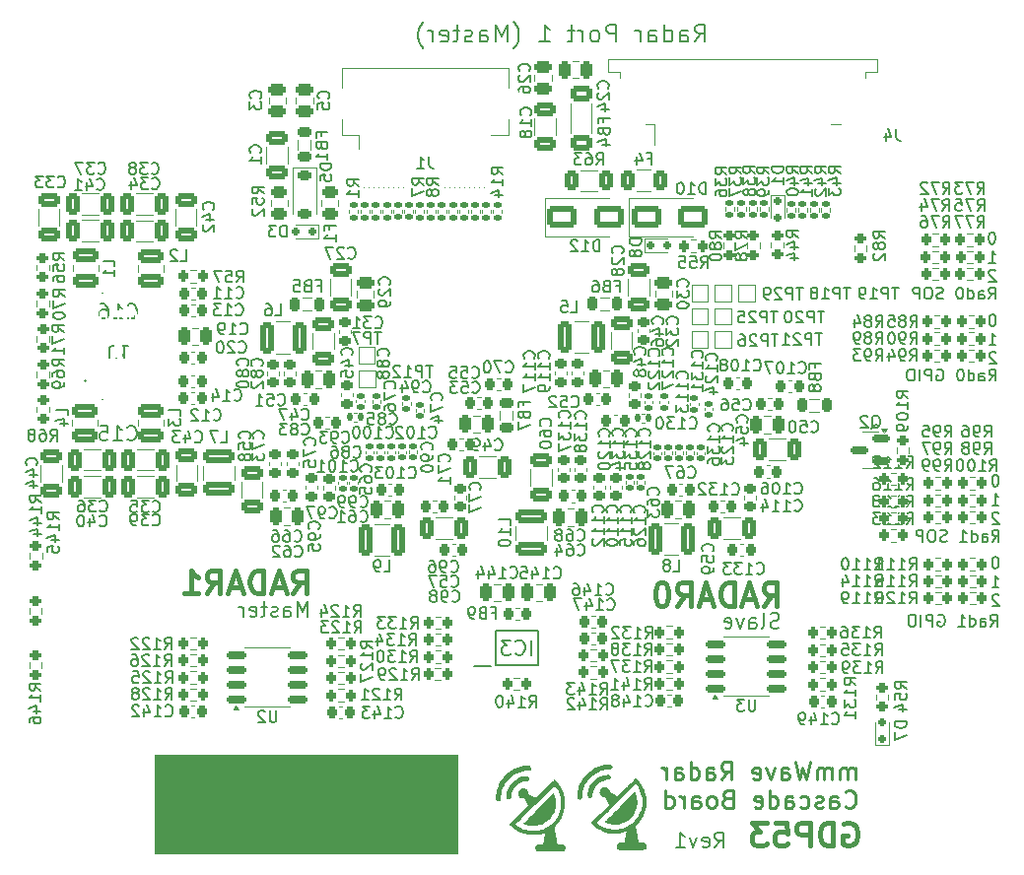
<source format=gbr>
%TF.GenerationSoftware,KiCad,Pcbnew,8.0.6*%
%TF.CreationDate,2024-12-12T06:35:09+00:00*%
%TF.ProjectId,AWR2243RadarBoard,41575232-3234-4335-9261-646172426f61,rev?*%
%TF.SameCoordinates,Original*%
%TF.FileFunction,Legend,Bot*%
%TF.FilePolarity,Positive*%
%FSLAX46Y46*%
G04 Gerber Fmt 4.6, Leading zero omitted, Abs format (unit mm)*
G04 Created by KiCad (PCBNEW 8.0.6) date 2024-12-12 06:35:09*
%MOMM*%
%LPD*%
G01*
G04 APERTURE LIST*
G04 Aperture macros list*
%AMRoundRect*
0 Rectangle with rounded corners*
0 $1 Rounding radius*
0 $2 $3 $4 $5 $6 $7 $8 $9 X,Y pos of 4 corners*
0 Add a 4 corners polygon primitive as box body*
4,1,4,$2,$3,$4,$5,$6,$7,$8,$9,$2,$3,0*
0 Add four circle primitives for the rounded corners*
1,1,$1+$1,$2,$3*
1,1,$1+$1,$4,$5*
1,1,$1+$1,$6,$7*
1,1,$1+$1,$8,$9*
0 Add four rect primitives between the rounded corners*
20,1,$1+$1,$2,$3,$4,$5,0*
20,1,$1+$1,$4,$5,$6,$7,0*
20,1,$1+$1,$6,$7,$8,$9,0*
20,1,$1+$1,$8,$9,$2,$3,0*%
%AMFreePoly0*
4,1,5,0.187500,-0.537500,-0.187500,-0.537500,-0.187500,0.537500,0.187500,0.537500,0.187500,-0.537500,0.187500,-0.537500,$1*%
G04 Aperture macros list end*
%ADD10C,0.187500*%
%ADD11C,0.400000*%
%ADD12C,0.200000*%
%ADD13C,0.153000*%
%ADD14C,0.100000*%
%ADD15C,0.250000*%
%ADD16C,0.120000*%
%ADD17C,0.000000*%
%ADD18C,0.900000*%
%ADD19C,8.000000*%
%ADD20R,1.700000X1.700000*%
%ADD21O,1.700000X1.700000*%
%ADD22RoundRect,0.250000X-1.000000X-0.650000X1.000000X-0.650000X1.000000X0.650000X-1.000000X0.650000X0*%
%ADD23RoundRect,0.250000X-0.325000X-0.650000X0.325000X-0.650000X0.325000X0.650000X-0.325000X0.650000X0*%
%ADD24RoundRect,0.225000X-0.225000X-0.250000X0.225000X-0.250000X0.225000X0.250000X-0.225000X0.250000X0*%
%ADD25RoundRect,0.200000X0.200000X0.275000X-0.200000X0.275000X-0.200000X-0.275000X0.200000X-0.275000X0*%
%ADD26RoundRect,0.200000X-0.200000X-0.275000X0.200000X-0.275000X0.200000X0.275000X-0.200000X0.275000X0*%
%ADD27RoundRect,0.135000X0.185000X-0.135000X0.185000X0.135000X-0.185000X0.135000X-0.185000X-0.135000X0*%
%ADD28RoundRect,0.225000X0.225000X0.250000X-0.225000X0.250000X-0.225000X-0.250000X0.225000X-0.250000X0*%
%ADD29RoundRect,0.250000X0.450000X-0.262500X0.450000X0.262500X-0.450000X0.262500X-0.450000X-0.262500X0*%
%ADD30RoundRect,0.250000X0.375000X0.625000X-0.375000X0.625000X-0.375000X-0.625000X0.375000X-0.625000X0*%
%ADD31RoundRect,0.200000X0.275000X-0.200000X0.275000X0.200000X-0.275000X0.200000X-0.275000X-0.200000X0*%
%ADD32RoundRect,0.200000X-0.275000X0.200000X-0.275000X-0.200000X0.275000X-0.200000X0.275000X0.200000X0*%
%ADD33RoundRect,0.250000X0.650000X-0.325000X0.650000X0.325000X-0.650000X0.325000X-0.650000X-0.325000X0*%
%ADD34RoundRect,0.218750X-0.381250X0.218750X-0.381250X-0.218750X0.381250X-0.218750X0.381250X0.218750X0*%
%ADD35RoundRect,0.250000X1.075000X-0.375000X1.075000X0.375000X-1.075000X0.375000X-1.075000X-0.375000X0*%
%ADD36RoundRect,0.250000X0.325000X0.650000X-0.325000X0.650000X-0.325000X-0.650000X0.325000X-0.650000X0*%
%ADD37RoundRect,0.140000X-0.170000X0.140000X-0.170000X-0.140000X0.170000X-0.140000X0.170000X0.140000X0*%
%ADD38RoundRect,0.250000X0.250000X0.475000X-0.250000X0.475000X-0.250000X-0.475000X0.250000X-0.475000X0*%
%ADD39R,1.000000X1.000000*%
%ADD40RoundRect,0.225000X-0.250000X0.225000X-0.250000X-0.225000X0.250000X-0.225000X0.250000X0.225000X0*%
%ADD41RoundRect,0.250000X0.850000X-0.375000X0.850000X0.375000X-0.850000X0.375000X-0.850000X-0.375000X0*%
%ADD42RoundRect,0.250000X-0.250000X-0.475000X0.250000X-0.475000X0.250000X0.475000X-0.250000X0.475000X0*%
%ADD43RoundRect,0.250000X0.312500X0.625000X-0.312500X0.625000X-0.312500X-0.625000X0.312500X-0.625000X0*%
%ADD44RoundRect,0.225000X-0.375000X0.225000X-0.375000X-0.225000X0.375000X-0.225000X0.375000X0.225000X0*%
%ADD45RoundRect,0.225000X0.250000X-0.225000X0.250000X0.225000X-0.250000X0.225000X-0.250000X-0.225000X0*%
%ADD46RoundRect,0.150000X0.200000X-0.150000X0.200000X0.150000X-0.200000X0.150000X-0.200000X-0.150000X0*%
%ADD47R,0.610000X2.000000*%
%ADD48R,2.680000X3.600000*%
%ADD49RoundRect,0.140000X0.170000X-0.140000X0.170000X0.140000X-0.170000X0.140000X-0.170000X-0.140000X0*%
%ADD50RoundRect,0.150000X-0.200000X0.150000X-0.200000X-0.150000X0.200000X-0.150000X0.200000X0.150000X0*%
%ADD51RoundRect,0.243750X0.456250X-0.243750X0.456250X0.243750X-0.456250X0.243750X-0.456250X-0.243750X0*%
%ADD52RoundRect,0.250000X0.475000X-0.250000X0.475000X0.250000X-0.475000X0.250000X-0.475000X-0.250000X0*%
%ADD53RoundRect,0.250000X-0.375000X-1.075000X0.375000X-1.075000X0.375000X1.075000X-0.375000X1.075000X0*%
%ADD54RoundRect,0.250000X-0.650000X0.325000X-0.650000X-0.325000X0.650000X-0.325000X0.650000X0.325000X0*%
%ADD55R,0.450000X0.400000*%
%ADD56FreePoly0,180.000000*%
%ADD57R,0.950000X0.250000*%
%ADD58R,1.050000X0.250000*%
%ADD59R,1.500000X0.250000*%
%ADD60R,0.250000X0.950000*%
%ADD61R,0.250000X1.400000*%
%ADD62R,0.250000X1.850000*%
%ADD63R,0.800000X2.200000*%
%ADD64RoundRect,0.140000X-0.140000X-0.170000X0.140000X-0.170000X0.140000X0.170000X-0.140000X0.170000X0*%
%ADD65RoundRect,0.249999X0.700001X-0.387501X0.700001X0.387501X-0.700001X0.387501X-0.700001X-0.387501X0*%
%ADD66R,0.300000X1.300000*%
%ADD67R,1.800000X2.200000*%
%ADD68RoundRect,0.150000X0.150000X0.200000X-0.150000X0.200000X-0.150000X-0.200000X0.150000X-0.200000X0*%
%ADD69RoundRect,0.218750X0.218750X0.381250X-0.218750X0.381250X-0.218750X-0.381250X0.218750X-0.381250X0*%
%ADD70RoundRect,0.218750X-0.218750X-0.381250X0.218750X-0.381250X0.218750X0.381250X-0.218750X0.381250X0*%
%ADD71RoundRect,0.250000X-0.850000X0.375000X-0.850000X-0.375000X0.850000X-0.375000X0.850000X0.375000X0*%
%ADD72RoundRect,0.150000X-0.675000X-0.150000X0.675000X-0.150000X0.675000X0.150000X-0.675000X0.150000X0*%
%ADD73RoundRect,0.150000X0.587500X0.150000X-0.587500X0.150000X-0.587500X-0.150000X0.587500X-0.150000X0*%
%ADD74RoundRect,0.218750X0.381250X-0.218750X0.381250X0.218750X-0.381250X0.218750X-0.381250X-0.218750X0*%
%ADD75R,0.600000X0.600000*%
%ADD76R,0.400000X0.400000*%
%ADD77R,1.475000X0.450000*%
%ADD78RoundRect,0.250000X-0.475000X0.250000X-0.475000X-0.250000X0.475000X-0.250000X0.475000X0.250000X0*%
%ADD79RoundRect,0.150000X-0.150000X-0.200000X0.150000X-0.200000X0.150000X0.200000X-0.150000X0.200000X0*%
%ADD80RoundRect,0.218750X-0.218750X-0.256250X0.218750X-0.256250X0.218750X0.256250X-0.218750X0.256250X0*%
G04 APERTURE END LIST*
D10*
X100509025Y-84714250D02*
X100323311Y-84776154D01*
X100323311Y-84776154D02*
X100013787Y-84776154D01*
X100013787Y-84776154D02*
X99889978Y-84714250D01*
X99889978Y-84714250D02*
X99828073Y-84652345D01*
X99828073Y-84652345D02*
X99766168Y-84528535D01*
X99766168Y-84528535D02*
X99766168Y-84404726D01*
X99766168Y-84404726D02*
X99828073Y-84280916D01*
X99828073Y-84280916D02*
X99889978Y-84219011D01*
X99889978Y-84219011D02*
X100013787Y-84157107D01*
X100013787Y-84157107D02*
X100261406Y-84095202D01*
X100261406Y-84095202D02*
X100385216Y-84033297D01*
X100385216Y-84033297D02*
X100447121Y-83971392D01*
X100447121Y-83971392D02*
X100509025Y-83847583D01*
X100509025Y-83847583D02*
X100509025Y-83723773D01*
X100509025Y-83723773D02*
X100447121Y-83599964D01*
X100447121Y-83599964D02*
X100385216Y-83538059D01*
X100385216Y-83538059D02*
X100261406Y-83476154D01*
X100261406Y-83476154D02*
X99951883Y-83476154D01*
X99951883Y-83476154D02*
X99766168Y-83538059D01*
X99023311Y-84776154D02*
X99147121Y-84714250D01*
X99147121Y-84714250D02*
X99209026Y-84590440D01*
X99209026Y-84590440D02*
X99209026Y-83476154D01*
X97970931Y-84776154D02*
X97970931Y-84095202D01*
X97970931Y-84095202D02*
X98032836Y-83971392D01*
X98032836Y-83971392D02*
X98156645Y-83909488D01*
X98156645Y-83909488D02*
X98404264Y-83909488D01*
X98404264Y-83909488D02*
X98528074Y-83971392D01*
X97970931Y-84714250D02*
X98094740Y-84776154D01*
X98094740Y-84776154D02*
X98404264Y-84776154D01*
X98404264Y-84776154D02*
X98528074Y-84714250D01*
X98528074Y-84714250D02*
X98589978Y-84590440D01*
X98589978Y-84590440D02*
X98589978Y-84466630D01*
X98589978Y-84466630D02*
X98528074Y-84342821D01*
X98528074Y-84342821D02*
X98404264Y-84280916D01*
X98404264Y-84280916D02*
X98094740Y-84280916D01*
X98094740Y-84280916D02*
X97970931Y-84219011D01*
X97475693Y-83909488D02*
X97166169Y-84776154D01*
X97166169Y-84776154D02*
X96856646Y-83909488D01*
X95866170Y-84714250D02*
X95989979Y-84776154D01*
X95989979Y-84776154D02*
X96237598Y-84776154D01*
X96237598Y-84776154D02*
X96361408Y-84714250D01*
X96361408Y-84714250D02*
X96423312Y-84590440D01*
X96423312Y-84590440D02*
X96423312Y-84095202D01*
X96423312Y-84095202D02*
X96361408Y-83971392D01*
X96361408Y-83971392D02*
X96237598Y-83909488D01*
X96237598Y-83909488D02*
X95989979Y-83909488D01*
X95989979Y-83909488D02*
X95866170Y-83971392D01*
X95866170Y-83971392D02*
X95804265Y-84095202D01*
X95804265Y-84095202D02*
X95804265Y-84219011D01*
X95804265Y-84219011D02*
X96423312Y-84342821D01*
X60027121Y-83781154D02*
X60027121Y-82481154D01*
X60027121Y-82481154D02*
X59593787Y-83409726D01*
X59593787Y-83409726D02*
X59160454Y-82481154D01*
X59160454Y-82481154D02*
X59160454Y-83781154D01*
X57984264Y-83781154D02*
X57984264Y-83100202D01*
X57984264Y-83100202D02*
X58046169Y-82976392D01*
X58046169Y-82976392D02*
X58169978Y-82914488D01*
X58169978Y-82914488D02*
X58417597Y-82914488D01*
X58417597Y-82914488D02*
X58541407Y-82976392D01*
X57984264Y-83719250D02*
X58108073Y-83781154D01*
X58108073Y-83781154D02*
X58417597Y-83781154D01*
X58417597Y-83781154D02*
X58541407Y-83719250D01*
X58541407Y-83719250D02*
X58603311Y-83595440D01*
X58603311Y-83595440D02*
X58603311Y-83471630D01*
X58603311Y-83471630D02*
X58541407Y-83347821D01*
X58541407Y-83347821D02*
X58417597Y-83285916D01*
X58417597Y-83285916D02*
X58108073Y-83285916D01*
X58108073Y-83285916D02*
X57984264Y-83224011D01*
X57427121Y-83719250D02*
X57303312Y-83781154D01*
X57303312Y-83781154D02*
X57055693Y-83781154D01*
X57055693Y-83781154D02*
X56931883Y-83719250D01*
X56931883Y-83719250D02*
X56869979Y-83595440D01*
X56869979Y-83595440D02*
X56869979Y-83533535D01*
X56869979Y-83533535D02*
X56931883Y-83409726D01*
X56931883Y-83409726D02*
X57055693Y-83347821D01*
X57055693Y-83347821D02*
X57241407Y-83347821D01*
X57241407Y-83347821D02*
X57365217Y-83285916D01*
X57365217Y-83285916D02*
X57427121Y-83162107D01*
X57427121Y-83162107D02*
X57427121Y-83100202D01*
X57427121Y-83100202D02*
X57365217Y-82976392D01*
X57365217Y-82976392D02*
X57241407Y-82914488D01*
X57241407Y-82914488D02*
X57055693Y-82914488D01*
X57055693Y-82914488D02*
X56931883Y-82976392D01*
X56498550Y-82914488D02*
X56003312Y-82914488D01*
X56312836Y-82481154D02*
X56312836Y-83595440D01*
X56312836Y-83595440D02*
X56250931Y-83719250D01*
X56250931Y-83719250D02*
X56127121Y-83781154D01*
X56127121Y-83781154D02*
X56003312Y-83781154D01*
X55074741Y-83719250D02*
X55198550Y-83781154D01*
X55198550Y-83781154D02*
X55446169Y-83781154D01*
X55446169Y-83781154D02*
X55569979Y-83719250D01*
X55569979Y-83719250D02*
X55631883Y-83595440D01*
X55631883Y-83595440D02*
X55631883Y-83100202D01*
X55631883Y-83100202D02*
X55569979Y-82976392D01*
X55569979Y-82976392D02*
X55446169Y-82914488D01*
X55446169Y-82914488D02*
X55198550Y-82914488D01*
X55198550Y-82914488D02*
X55074741Y-82976392D01*
X55074741Y-82976392D02*
X55012836Y-83100202D01*
X55012836Y-83100202D02*
X55012836Y-83224011D01*
X55012836Y-83224011D02*
X55631883Y-83347821D01*
X54455693Y-83781154D02*
X54455693Y-82914488D01*
X54455693Y-83162107D02*
X54393788Y-83038297D01*
X54393788Y-83038297D02*
X54331883Y-82976392D01*
X54331883Y-82976392D02*
X54208074Y-82914488D01*
X54208074Y-82914488D02*
X54084264Y-82914488D01*
D11*
X58752795Y-81804438D02*
X59419462Y-80852057D01*
X59895652Y-81804438D02*
X59895652Y-79804438D01*
X59895652Y-79804438D02*
X59133747Y-79804438D01*
X59133747Y-79804438D02*
X58943271Y-79899676D01*
X58943271Y-79899676D02*
X58848033Y-79994914D01*
X58848033Y-79994914D02*
X58752795Y-80185390D01*
X58752795Y-80185390D02*
X58752795Y-80471104D01*
X58752795Y-80471104D02*
X58848033Y-80661580D01*
X58848033Y-80661580D02*
X58943271Y-80756819D01*
X58943271Y-80756819D02*
X59133747Y-80852057D01*
X59133747Y-80852057D02*
X59895652Y-80852057D01*
X57990890Y-81233009D02*
X57038509Y-81233009D01*
X58181366Y-81804438D02*
X57514700Y-79804438D01*
X57514700Y-79804438D02*
X56848033Y-81804438D01*
X56181366Y-81804438D02*
X56181366Y-79804438D01*
X56181366Y-79804438D02*
X55705176Y-79804438D01*
X55705176Y-79804438D02*
X55419461Y-79899676D01*
X55419461Y-79899676D02*
X55228985Y-80090152D01*
X55228985Y-80090152D02*
X55133747Y-80280628D01*
X55133747Y-80280628D02*
X55038509Y-80661580D01*
X55038509Y-80661580D02*
X55038509Y-80947295D01*
X55038509Y-80947295D02*
X55133747Y-81328247D01*
X55133747Y-81328247D02*
X55228985Y-81518723D01*
X55228985Y-81518723D02*
X55419461Y-81709200D01*
X55419461Y-81709200D02*
X55705176Y-81804438D01*
X55705176Y-81804438D02*
X56181366Y-81804438D01*
X54276604Y-81233009D02*
X53324223Y-81233009D01*
X54467080Y-81804438D02*
X53800414Y-79804438D01*
X53800414Y-79804438D02*
X53133747Y-81804438D01*
X51324223Y-81804438D02*
X51990890Y-80852057D01*
X52467080Y-81804438D02*
X52467080Y-79804438D01*
X52467080Y-79804438D02*
X51705175Y-79804438D01*
X51705175Y-79804438D02*
X51514699Y-79899676D01*
X51514699Y-79899676D02*
X51419461Y-79994914D01*
X51419461Y-79994914D02*
X51324223Y-80185390D01*
X51324223Y-80185390D02*
X51324223Y-80471104D01*
X51324223Y-80471104D02*
X51419461Y-80661580D01*
X51419461Y-80661580D02*
X51514699Y-80756819D01*
X51514699Y-80756819D02*
X51705175Y-80852057D01*
X51705175Y-80852057D02*
X52467080Y-80852057D01*
X49419461Y-81804438D02*
X50562318Y-81804438D01*
X49990890Y-81804438D02*
X49990890Y-79804438D01*
X49990890Y-79804438D02*
X50181366Y-80090152D01*
X50181366Y-80090152D02*
X50371842Y-80280628D01*
X50371842Y-80280628D02*
X50562318Y-80375866D01*
X99192795Y-82854438D02*
X99859462Y-81902057D01*
X100335652Y-82854438D02*
X100335652Y-80854438D01*
X100335652Y-80854438D02*
X99573747Y-80854438D01*
X99573747Y-80854438D02*
X99383271Y-80949676D01*
X99383271Y-80949676D02*
X99288033Y-81044914D01*
X99288033Y-81044914D02*
X99192795Y-81235390D01*
X99192795Y-81235390D02*
X99192795Y-81521104D01*
X99192795Y-81521104D02*
X99288033Y-81711580D01*
X99288033Y-81711580D02*
X99383271Y-81806819D01*
X99383271Y-81806819D02*
X99573747Y-81902057D01*
X99573747Y-81902057D02*
X100335652Y-81902057D01*
X98430890Y-82283009D02*
X97478509Y-82283009D01*
X98621366Y-82854438D02*
X97954700Y-80854438D01*
X97954700Y-80854438D02*
X97288033Y-82854438D01*
X96621366Y-82854438D02*
X96621366Y-80854438D01*
X96621366Y-80854438D02*
X96145176Y-80854438D01*
X96145176Y-80854438D02*
X95859461Y-80949676D01*
X95859461Y-80949676D02*
X95668985Y-81140152D01*
X95668985Y-81140152D02*
X95573747Y-81330628D01*
X95573747Y-81330628D02*
X95478509Y-81711580D01*
X95478509Y-81711580D02*
X95478509Y-81997295D01*
X95478509Y-81997295D02*
X95573747Y-82378247D01*
X95573747Y-82378247D02*
X95668985Y-82568723D01*
X95668985Y-82568723D02*
X95859461Y-82759200D01*
X95859461Y-82759200D02*
X96145176Y-82854438D01*
X96145176Y-82854438D02*
X96621366Y-82854438D01*
X94716604Y-82283009D02*
X93764223Y-82283009D01*
X94907080Y-82854438D02*
X94240414Y-80854438D01*
X94240414Y-80854438D02*
X93573747Y-82854438D01*
X91764223Y-82854438D02*
X92430890Y-81902057D01*
X92907080Y-82854438D02*
X92907080Y-80854438D01*
X92907080Y-80854438D02*
X92145175Y-80854438D01*
X92145175Y-80854438D02*
X91954699Y-80949676D01*
X91954699Y-80949676D02*
X91859461Y-81044914D01*
X91859461Y-81044914D02*
X91764223Y-81235390D01*
X91764223Y-81235390D02*
X91764223Y-81521104D01*
X91764223Y-81521104D02*
X91859461Y-81711580D01*
X91859461Y-81711580D02*
X91954699Y-81806819D01*
X91954699Y-81806819D02*
X92145175Y-81902057D01*
X92145175Y-81902057D02*
X92907080Y-81902057D01*
X90526128Y-80854438D02*
X90335651Y-80854438D01*
X90335651Y-80854438D02*
X90145175Y-80949676D01*
X90145175Y-80949676D02*
X90049937Y-81044914D01*
X90049937Y-81044914D02*
X89954699Y-81235390D01*
X89954699Y-81235390D02*
X89859461Y-81616342D01*
X89859461Y-81616342D02*
X89859461Y-82092533D01*
X89859461Y-82092533D02*
X89954699Y-82473485D01*
X89954699Y-82473485D02*
X90049937Y-82663961D01*
X90049937Y-82663961D02*
X90145175Y-82759200D01*
X90145175Y-82759200D02*
X90335651Y-82854438D01*
X90335651Y-82854438D02*
X90526128Y-82854438D01*
X90526128Y-82854438D02*
X90716604Y-82759200D01*
X90716604Y-82759200D02*
X90811842Y-82663961D01*
X90811842Y-82663961D02*
X90907080Y-82473485D01*
X90907080Y-82473485D02*
X91002318Y-82092533D01*
X91002318Y-82092533D02*
X91002318Y-81616342D01*
X91002318Y-81616342D02*
X90907080Y-81235390D01*
X90907080Y-81235390D02*
X90811842Y-81044914D01*
X90811842Y-81044914D02*
X90716604Y-80949676D01*
X90716604Y-80949676D02*
X90526128Y-80854438D01*
D12*
X118818898Y-77332219D02*
X119152231Y-76856028D01*
X119390326Y-77332219D02*
X119390326Y-76332219D01*
X119390326Y-76332219D02*
X119009374Y-76332219D01*
X119009374Y-76332219D02*
X118914136Y-76379838D01*
X118914136Y-76379838D02*
X118866517Y-76427457D01*
X118866517Y-76427457D02*
X118818898Y-76522695D01*
X118818898Y-76522695D02*
X118818898Y-76665552D01*
X118818898Y-76665552D02*
X118866517Y-76760790D01*
X118866517Y-76760790D02*
X118914136Y-76808409D01*
X118914136Y-76808409D02*
X119009374Y-76856028D01*
X119009374Y-76856028D02*
X119390326Y-76856028D01*
X117961755Y-77332219D02*
X117961755Y-76808409D01*
X117961755Y-76808409D02*
X118009374Y-76713171D01*
X118009374Y-76713171D02*
X118104612Y-76665552D01*
X118104612Y-76665552D02*
X118295088Y-76665552D01*
X118295088Y-76665552D02*
X118390326Y-76713171D01*
X117961755Y-77284600D02*
X118056993Y-77332219D01*
X118056993Y-77332219D02*
X118295088Y-77332219D01*
X118295088Y-77332219D02*
X118390326Y-77284600D01*
X118390326Y-77284600D02*
X118437945Y-77189361D01*
X118437945Y-77189361D02*
X118437945Y-77094123D01*
X118437945Y-77094123D02*
X118390326Y-76998885D01*
X118390326Y-76998885D02*
X118295088Y-76951266D01*
X118295088Y-76951266D02*
X118056993Y-76951266D01*
X118056993Y-76951266D02*
X117961755Y-76903647D01*
X117056993Y-77332219D02*
X117056993Y-76332219D01*
X117056993Y-77284600D02*
X117152231Y-77332219D01*
X117152231Y-77332219D02*
X117342707Y-77332219D01*
X117342707Y-77332219D02*
X117437945Y-77284600D01*
X117437945Y-77284600D02*
X117485564Y-77236980D01*
X117485564Y-77236980D02*
X117533183Y-77141742D01*
X117533183Y-77141742D02*
X117533183Y-76856028D01*
X117533183Y-76856028D02*
X117485564Y-76760790D01*
X117485564Y-76760790D02*
X117437945Y-76713171D01*
X117437945Y-76713171D02*
X117342707Y-76665552D01*
X117342707Y-76665552D02*
X117152231Y-76665552D01*
X117152231Y-76665552D02*
X117056993Y-76713171D01*
X116056993Y-77332219D02*
X116628421Y-77332219D01*
X116342707Y-77332219D02*
X116342707Y-76332219D01*
X116342707Y-76332219D02*
X116437945Y-76475076D01*
X116437945Y-76475076D02*
X116533183Y-76570314D01*
X116533183Y-76570314D02*
X116628421Y-76617933D01*
X114914135Y-77284600D02*
X114771278Y-77332219D01*
X114771278Y-77332219D02*
X114533183Y-77332219D01*
X114533183Y-77332219D02*
X114437945Y-77284600D01*
X114437945Y-77284600D02*
X114390326Y-77236980D01*
X114390326Y-77236980D02*
X114342707Y-77141742D01*
X114342707Y-77141742D02*
X114342707Y-77046504D01*
X114342707Y-77046504D02*
X114390326Y-76951266D01*
X114390326Y-76951266D02*
X114437945Y-76903647D01*
X114437945Y-76903647D02*
X114533183Y-76856028D01*
X114533183Y-76856028D02*
X114723659Y-76808409D01*
X114723659Y-76808409D02*
X114818897Y-76760790D01*
X114818897Y-76760790D02*
X114866516Y-76713171D01*
X114866516Y-76713171D02*
X114914135Y-76617933D01*
X114914135Y-76617933D02*
X114914135Y-76522695D01*
X114914135Y-76522695D02*
X114866516Y-76427457D01*
X114866516Y-76427457D02*
X114818897Y-76379838D01*
X114818897Y-76379838D02*
X114723659Y-76332219D01*
X114723659Y-76332219D02*
X114485564Y-76332219D01*
X114485564Y-76332219D02*
X114342707Y-76379838D01*
X113723659Y-76332219D02*
X113533183Y-76332219D01*
X113533183Y-76332219D02*
X113437945Y-76379838D01*
X113437945Y-76379838D02*
X113342707Y-76475076D01*
X113342707Y-76475076D02*
X113295088Y-76665552D01*
X113295088Y-76665552D02*
X113295088Y-76998885D01*
X113295088Y-76998885D02*
X113342707Y-77189361D01*
X113342707Y-77189361D02*
X113437945Y-77284600D01*
X113437945Y-77284600D02*
X113533183Y-77332219D01*
X113533183Y-77332219D02*
X113723659Y-77332219D01*
X113723659Y-77332219D02*
X113818897Y-77284600D01*
X113818897Y-77284600D02*
X113914135Y-77189361D01*
X113914135Y-77189361D02*
X113961754Y-76998885D01*
X113961754Y-76998885D02*
X113961754Y-76665552D01*
X113961754Y-76665552D02*
X113914135Y-76475076D01*
X113914135Y-76475076D02*
X113818897Y-76379838D01*
X113818897Y-76379838D02*
X113723659Y-76332219D01*
X112866516Y-77332219D02*
X112866516Y-76332219D01*
X112866516Y-76332219D02*
X112485564Y-76332219D01*
X112485564Y-76332219D02*
X112390326Y-76379838D01*
X112390326Y-76379838D02*
X112342707Y-76427457D01*
X112342707Y-76427457D02*
X112295088Y-76522695D01*
X112295088Y-76522695D02*
X112295088Y-76665552D01*
X112295088Y-76665552D02*
X112342707Y-76760790D01*
X112342707Y-76760790D02*
X112390326Y-76808409D01*
X112390326Y-76808409D02*
X112485564Y-76856028D01*
X112485564Y-76856028D02*
X112866516Y-76856028D01*
X118513898Y-56482219D02*
X118847231Y-56006028D01*
X119085326Y-56482219D02*
X119085326Y-55482219D01*
X119085326Y-55482219D02*
X118704374Y-55482219D01*
X118704374Y-55482219D02*
X118609136Y-55529838D01*
X118609136Y-55529838D02*
X118561517Y-55577457D01*
X118561517Y-55577457D02*
X118513898Y-55672695D01*
X118513898Y-55672695D02*
X118513898Y-55815552D01*
X118513898Y-55815552D02*
X118561517Y-55910790D01*
X118561517Y-55910790D02*
X118609136Y-55958409D01*
X118609136Y-55958409D02*
X118704374Y-56006028D01*
X118704374Y-56006028D02*
X119085326Y-56006028D01*
X117656755Y-56482219D02*
X117656755Y-55958409D01*
X117656755Y-55958409D02*
X117704374Y-55863171D01*
X117704374Y-55863171D02*
X117799612Y-55815552D01*
X117799612Y-55815552D02*
X117990088Y-55815552D01*
X117990088Y-55815552D02*
X118085326Y-55863171D01*
X117656755Y-56434600D02*
X117751993Y-56482219D01*
X117751993Y-56482219D02*
X117990088Y-56482219D01*
X117990088Y-56482219D02*
X118085326Y-56434600D01*
X118085326Y-56434600D02*
X118132945Y-56339361D01*
X118132945Y-56339361D02*
X118132945Y-56244123D01*
X118132945Y-56244123D02*
X118085326Y-56148885D01*
X118085326Y-56148885D02*
X117990088Y-56101266D01*
X117990088Y-56101266D02*
X117751993Y-56101266D01*
X117751993Y-56101266D02*
X117656755Y-56053647D01*
X116751993Y-56482219D02*
X116751993Y-55482219D01*
X116751993Y-56434600D02*
X116847231Y-56482219D01*
X116847231Y-56482219D02*
X117037707Y-56482219D01*
X117037707Y-56482219D02*
X117132945Y-56434600D01*
X117132945Y-56434600D02*
X117180564Y-56386980D01*
X117180564Y-56386980D02*
X117228183Y-56291742D01*
X117228183Y-56291742D02*
X117228183Y-56006028D01*
X117228183Y-56006028D02*
X117180564Y-55910790D01*
X117180564Y-55910790D02*
X117132945Y-55863171D01*
X117132945Y-55863171D02*
X117037707Y-55815552D01*
X117037707Y-55815552D02*
X116847231Y-55815552D01*
X116847231Y-55815552D02*
X116751993Y-55863171D01*
X116085326Y-55482219D02*
X115990088Y-55482219D01*
X115990088Y-55482219D02*
X115894850Y-55529838D01*
X115894850Y-55529838D02*
X115847231Y-55577457D01*
X115847231Y-55577457D02*
X115799612Y-55672695D01*
X115799612Y-55672695D02*
X115751993Y-55863171D01*
X115751993Y-55863171D02*
X115751993Y-56101266D01*
X115751993Y-56101266D02*
X115799612Y-56291742D01*
X115799612Y-56291742D02*
X115847231Y-56386980D01*
X115847231Y-56386980D02*
X115894850Y-56434600D01*
X115894850Y-56434600D02*
X115990088Y-56482219D01*
X115990088Y-56482219D02*
X116085326Y-56482219D01*
X116085326Y-56482219D02*
X116180564Y-56434600D01*
X116180564Y-56434600D02*
X116228183Y-56386980D01*
X116228183Y-56386980D02*
X116275802Y-56291742D01*
X116275802Y-56291742D02*
X116323421Y-56101266D01*
X116323421Y-56101266D02*
X116323421Y-55863171D01*
X116323421Y-55863171D02*
X116275802Y-55672695D01*
X116275802Y-55672695D02*
X116228183Y-55577457D01*
X116228183Y-55577457D02*
X116180564Y-55529838D01*
X116180564Y-55529838D02*
X116085326Y-55482219D01*
X114609135Y-56434600D02*
X114466278Y-56482219D01*
X114466278Y-56482219D02*
X114228183Y-56482219D01*
X114228183Y-56482219D02*
X114132945Y-56434600D01*
X114132945Y-56434600D02*
X114085326Y-56386980D01*
X114085326Y-56386980D02*
X114037707Y-56291742D01*
X114037707Y-56291742D02*
X114037707Y-56196504D01*
X114037707Y-56196504D02*
X114085326Y-56101266D01*
X114085326Y-56101266D02*
X114132945Y-56053647D01*
X114132945Y-56053647D02*
X114228183Y-56006028D01*
X114228183Y-56006028D02*
X114418659Y-55958409D01*
X114418659Y-55958409D02*
X114513897Y-55910790D01*
X114513897Y-55910790D02*
X114561516Y-55863171D01*
X114561516Y-55863171D02*
X114609135Y-55767933D01*
X114609135Y-55767933D02*
X114609135Y-55672695D01*
X114609135Y-55672695D02*
X114561516Y-55577457D01*
X114561516Y-55577457D02*
X114513897Y-55529838D01*
X114513897Y-55529838D02*
X114418659Y-55482219D01*
X114418659Y-55482219D02*
X114180564Y-55482219D01*
X114180564Y-55482219D02*
X114037707Y-55529838D01*
X113418659Y-55482219D02*
X113228183Y-55482219D01*
X113228183Y-55482219D02*
X113132945Y-55529838D01*
X113132945Y-55529838D02*
X113037707Y-55625076D01*
X113037707Y-55625076D02*
X112990088Y-55815552D01*
X112990088Y-55815552D02*
X112990088Y-56148885D01*
X112990088Y-56148885D02*
X113037707Y-56339361D01*
X113037707Y-56339361D02*
X113132945Y-56434600D01*
X113132945Y-56434600D02*
X113228183Y-56482219D01*
X113228183Y-56482219D02*
X113418659Y-56482219D01*
X113418659Y-56482219D02*
X113513897Y-56434600D01*
X113513897Y-56434600D02*
X113609135Y-56339361D01*
X113609135Y-56339361D02*
X113656754Y-56148885D01*
X113656754Y-56148885D02*
X113656754Y-55815552D01*
X113656754Y-55815552D02*
X113609135Y-55625076D01*
X113609135Y-55625076D02*
X113513897Y-55529838D01*
X113513897Y-55529838D02*
X113418659Y-55482219D01*
X112561516Y-56482219D02*
X112561516Y-55482219D01*
X112561516Y-55482219D02*
X112180564Y-55482219D01*
X112180564Y-55482219D02*
X112085326Y-55529838D01*
X112085326Y-55529838D02*
X112037707Y-55577457D01*
X112037707Y-55577457D02*
X111990088Y-55672695D01*
X111990088Y-55672695D02*
X111990088Y-55815552D01*
X111990088Y-55815552D02*
X112037707Y-55910790D01*
X112037707Y-55910790D02*
X112085326Y-55958409D01*
X112085326Y-55958409D02*
X112180564Y-56006028D01*
X112180564Y-56006028D02*
X112561516Y-56006028D01*
X118553898Y-63517219D02*
X118887231Y-63041028D01*
X119125326Y-63517219D02*
X119125326Y-62517219D01*
X119125326Y-62517219D02*
X118744374Y-62517219D01*
X118744374Y-62517219D02*
X118649136Y-62564838D01*
X118649136Y-62564838D02*
X118601517Y-62612457D01*
X118601517Y-62612457D02*
X118553898Y-62707695D01*
X118553898Y-62707695D02*
X118553898Y-62850552D01*
X118553898Y-62850552D02*
X118601517Y-62945790D01*
X118601517Y-62945790D02*
X118649136Y-62993409D01*
X118649136Y-62993409D02*
X118744374Y-63041028D01*
X118744374Y-63041028D02*
X119125326Y-63041028D01*
X117696755Y-63517219D02*
X117696755Y-62993409D01*
X117696755Y-62993409D02*
X117744374Y-62898171D01*
X117744374Y-62898171D02*
X117839612Y-62850552D01*
X117839612Y-62850552D02*
X118030088Y-62850552D01*
X118030088Y-62850552D02*
X118125326Y-62898171D01*
X117696755Y-63469600D02*
X117791993Y-63517219D01*
X117791993Y-63517219D02*
X118030088Y-63517219D01*
X118030088Y-63517219D02*
X118125326Y-63469600D01*
X118125326Y-63469600D02*
X118172945Y-63374361D01*
X118172945Y-63374361D02*
X118172945Y-63279123D01*
X118172945Y-63279123D02*
X118125326Y-63183885D01*
X118125326Y-63183885D02*
X118030088Y-63136266D01*
X118030088Y-63136266D02*
X117791993Y-63136266D01*
X117791993Y-63136266D02*
X117696755Y-63088647D01*
X116791993Y-63517219D02*
X116791993Y-62517219D01*
X116791993Y-63469600D02*
X116887231Y-63517219D01*
X116887231Y-63517219D02*
X117077707Y-63517219D01*
X117077707Y-63517219D02*
X117172945Y-63469600D01*
X117172945Y-63469600D02*
X117220564Y-63421980D01*
X117220564Y-63421980D02*
X117268183Y-63326742D01*
X117268183Y-63326742D02*
X117268183Y-63041028D01*
X117268183Y-63041028D02*
X117220564Y-62945790D01*
X117220564Y-62945790D02*
X117172945Y-62898171D01*
X117172945Y-62898171D02*
X117077707Y-62850552D01*
X117077707Y-62850552D02*
X116887231Y-62850552D01*
X116887231Y-62850552D02*
X116791993Y-62898171D01*
X116125326Y-62517219D02*
X116030088Y-62517219D01*
X116030088Y-62517219D02*
X115934850Y-62564838D01*
X115934850Y-62564838D02*
X115887231Y-62612457D01*
X115887231Y-62612457D02*
X115839612Y-62707695D01*
X115839612Y-62707695D02*
X115791993Y-62898171D01*
X115791993Y-62898171D02*
X115791993Y-63136266D01*
X115791993Y-63136266D02*
X115839612Y-63326742D01*
X115839612Y-63326742D02*
X115887231Y-63421980D01*
X115887231Y-63421980D02*
X115934850Y-63469600D01*
X115934850Y-63469600D02*
X116030088Y-63517219D01*
X116030088Y-63517219D02*
X116125326Y-63517219D01*
X116125326Y-63517219D02*
X116220564Y-63469600D01*
X116220564Y-63469600D02*
X116268183Y-63421980D01*
X116268183Y-63421980D02*
X116315802Y-63326742D01*
X116315802Y-63326742D02*
X116363421Y-63136266D01*
X116363421Y-63136266D02*
X116363421Y-62898171D01*
X116363421Y-62898171D02*
X116315802Y-62707695D01*
X116315802Y-62707695D02*
X116268183Y-62612457D01*
X116268183Y-62612457D02*
X116220564Y-62564838D01*
X116220564Y-62564838D02*
X116125326Y-62517219D01*
X114077707Y-62564838D02*
X114172945Y-62517219D01*
X114172945Y-62517219D02*
X114315802Y-62517219D01*
X114315802Y-62517219D02*
X114458659Y-62564838D01*
X114458659Y-62564838D02*
X114553897Y-62660076D01*
X114553897Y-62660076D02*
X114601516Y-62755314D01*
X114601516Y-62755314D02*
X114649135Y-62945790D01*
X114649135Y-62945790D02*
X114649135Y-63088647D01*
X114649135Y-63088647D02*
X114601516Y-63279123D01*
X114601516Y-63279123D02*
X114553897Y-63374361D01*
X114553897Y-63374361D02*
X114458659Y-63469600D01*
X114458659Y-63469600D02*
X114315802Y-63517219D01*
X114315802Y-63517219D02*
X114220564Y-63517219D01*
X114220564Y-63517219D02*
X114077707Y-63469600D01*
X114077707Y-63469600D02*
X114030088Y-63421980D01*
X114030088Y-63421980D02*
X114030088Y-63088647D01*
X114030088Y-63088647D02*
X114220564Y-63088647D01*
X113601516Y-63517219D02*
X113601516Y-62517219D01*
X113601516Y-62517219D02*
X113220564Y-62517219D01*
X113220564Y-62517219D02*
X113125326Y-62564838D01*
X113125326Y-62564838D02*
X113077707Y-62612457D01*
X113077707Y-62612457D02*
X113030088Y-62707695D01*
X113030088Y-62707695D02*
X113030088Y-62850552D01*
X113030088Y-62850552D02*
X113077707Y-62945790D01*
X113077707Y-62945790D02*
X113125326Y-62993409D01*
X113125326Y-62993409D02*
X113220564Y-63041028D01*
X113220564Y-63041028D02*
X113601516Y-63041028D01*
X112601516Y-63517219D02*
X112601516Y-62517219D01*
X111934850Y-62517219D02*
X111744374Y-62517219D01*
X111744374Y-62517219D02*
X111649136Y-62564838D01*
X111649136Y-62564838D02*
X111553898Y-62660076D01*
X111553898Y-62660076D02*
X111506279Y-62850552D01*
X111506279Y-62850552D02*
X111506279Y-63183885D01*
X111506279Y-63183885D02*
X111553898Y-63374361D01*
X111553898Y-63374361D02*
X111649136Y-63469600D01*
X111649136Y-63469600D02*
X111744374Y-63517219D01*
X111744374Y-63517219D02*
X111934850Y-63517219D01*
X111934850Y-63517219D02*
X112030088Y-63469600D01*
X112030088Y-63469600D02*
X112125326Y-63374361D01*
X112125326Y-63374361D02*
X112172945Y-63183885D01*
X112172945Y-63183885D02*
X112172945Y-62850552D01*
X112172945Y-62850552D02*
X112125326Y-62660076D01*
X112125326Y-62660076D02*
X112030088Y-62564838D01*
X112030088Y-62564838D02*
X111934850Y-62517219D01*
D13*
X118860771Y-50754775D02*
X118765533Y-50754775D01*
X118765533Y-50754775D02*
X118670295Y-50802394D01*
X118670295Y-50802394D02*
X118622676Y-50850013D01*
X118622676Y-50850013D02*
X118575057Y-50945251D01*
X118575057Y-50945251D02*
X118527438Y-51135727D01*
X118527438Y-51135727D02*
X118527438Y-51373822D01*
X118527438Y-51373822D02*
X118575057Y-51564298D01*
X118575057Y-51564298D02*
X118622676Y-51659536D01*
X118622676Y-51659536D02*
X118670295Y-51707156D01*
X118670295Y-51707156D02*
X118765533Y-51754775D01*
X118765533Y-51754775D02*
X118860771Y-51754775D01*
X118860771Y-51754775D02*
X118956009Y-51707156D01*
X118956009Y-51707156D02*
X119003628Y-51659536D01*
X119003628Y-51659536D02*
X119051247Y-51564298D01*
X119051247Y-51564298D02*
X119098866Y-51373822D01*
X119098866Y-51373822D02*
X119098866Y-51135727D01*
X119098866Y-51135727D02*
X119051247Y-50945251D01*
X119051247Y-50945251D02*
X119003628Y-50850013D01*
X119003628Y-50850013D02*
X118956009Y-50802394D01*
X118956009Y-50802394D02*
X118860771Y-50754775D01*
X118527438Y-53364719D02*
X119098866Y-53364719D01*
X118813152Y-53364719D02*
X118813152Y-52364719D01*
X118813152Y-52364719D02*
X118908390Y-52507576D01*
X118908390Y-52507576D02*
X119003628Y-52602814D01*
X119003628Y-52602814D02*
X119098866Y-52650433D01*
X119098866Y-54069901D02*
X119051247Y-54022282D01*
X119051247Y-54022282D02*
X118956009Y-53974663D01*
X118956009Y-53974663D02*
X118717914Y-53974663D01*
X118717914Y-53974663D02*
X118622676Y-54022282D01*
X118622676Y-54022282D02*
X118575057Y-54069901D01*
X118575057Y-54069901D02*
X118527438Y-54165139D01*
X118527438Y-54165139D02*
X118527438Y-54260377D01*
X118527438Y-54260377D02*
X118575057Y-54403234D01*
X118575057Y-54403234D02*
X119146485Y-54974663D01*
X119146485Y-54974663D02*
X118527438Y-54974663D01*
X118895771Y-57809775D02*
X118800533Y-57809775D01*
X118800533Y-57809775D02*
X118705295Y-57857394D01*
X118705295Y-57857394D02*
X118657676Y-57905013D01*
X118657676Y-57905013D02*
X118610057Y-58000251D01*
X118610057Y-58000251D02*
X118562438Y-58190727D01*
X118562438Y-58190727D02*
X118562438Y-58428822D01*
X118562438Y-58428822D02*
X118610057Y-58619298D01*
X118610057Y-58619298D02*
X118657676Y-58714536D01*
X118657676Y-58714536D02*
X118705295Y-58762156D01*
X118705295Y-58762156D02*
X118800533Y-58809775D01*
X118800533Y-58809775D02*
X118895771Y-58809775D01*
X118895771Y-58809775D02*
X118991009Y-58762156D01*
X118991009Y-58762156D02*
X119038628Y-58714536D01*
X119038628Y-58714536D02*
X119086247Y-58619298D01*
X119086247Y-58619298D02*
X119133866Y-58428822D01*
X119133866Y-58428822D02*
X119133866Y-58190727D01*
X119133866Y-58190727D02*
X119086247Y-58000251D01*
X119086247Y-58000251D02*
X119038628Y-57905013D01*
X119038628Y-57905013D02*
X118991009Y-57857394D01*
X118991009Y-57857394D02*
X118895771Y-57809775D01*
X118562438Y-60419719D02*
X119133866Y-60419719D01*
X118848152Y-60419719D02*
X118848152Y-59419719D01*
X118848152Y-59419719D02*
X118943390Y-59562576D01*
X118943390Y-59562576D02*
X119038628Y-59657814D01*
X119038628Y-59657814D02*
X119133866Y-59705433D01*
X119133866Y-61124901D02*
X119086247Y-61077282D01*
X119086247Y-61077282D02*
X118991009Y-61029663D01*
X118991009Y-61029663D02*
X118752914Y-61029663D01*
X118752914Y-61029663D02*
X118657676Y-61077282D01*
X118657676Y-61077282D02*
X118610057Y-61124901D01*
X118610057Y-61124901D02*
X118562438Y-61220139D01*
X118562438Y-61220139D02*
X118562438Y-61315377D01*
X118562438Y-61315377D02*
X118610057Y-61458234D01*
X118610057Y-61458234D02*
X119181485Y-62029663D01*
X119181485Y-62029663D02*
X118562438Y-62029663D01*
D14*
X46895000Y-95640000D02*
X72850000Y-95640000D01*
X72850000Y-104140000D01*
X46895000Y-104140000D01*
X46895000Y-95640000D01*
G36*
X46895000Y-95640000D02*
G01*
X72850000Y-95640000D01*
X72850000Y-104140000D01*
X46895000Y-104140000D01*
X46895000Y-95640000D01*
G37*
X64845000Y-46910000D02*
X64865000Y-46910000D01*
X65265000Y-46910000D02*
X65285000Y-46910000D01*
X65685000Y-46910000D02*
X65705000Y-46910000D01*
X66105000Y-46910000D02*
X66125000Y-46910000D01*
X66525000Y-46910000D02*
X66545000Y-46910000D01*
X66945000Y-46910000D02*
X66965000Y-46910000D01*
X67365000Y-46910000D02*
X67385000Y-46910000D01*
X67785000Y-46910000D02*
X67805000Y-46910000D01*
X68205000Y-46910000D02*
X68225000Y-46910000D01*
X71755000Y-46885000D02*
X71775000Y-46885000D01*
X72175000Y-46885000D02*
X72195000Y-46885000D01*
X72595000Y-46885000D02*
X72615000Y-46885000D01*
X73015000Y-46885000D02*
X73035000Y-46885000D01*
X73435000Y-46885000D02*
X73455000Y-46885000D01*
X73855000Y-46885000D02*
X73875000Y-46885000D01*
X74275000Y-46885000D02*
X74295000Y-46885000D01*
X74695000Y-46885000D02*
X74715000Y-46885000D01*
X75115000Y-46885000D02*
X75135000Y-46885000D01*
D11*
X106093033Y-101559676D02*
X106283509Y-101464438D01*
X106283509Y-101464438D02*
X106569223Y-101464438D01*
X106569223Y-101464438D02*
X106854938Y-101559676D01*
X106854938Y-101559676D02*
X107045414Y-101750152D01*
X107045414Y-101750152D02*
X107140652Y-101940628D01*
X107140652Y-101940628D02*
X107235890Y-102321580D01*
X107235890Y-102321580D02*
X107235890Y-102607295D01*
X107235890Y-102607295D02*
X107140652Y-102988247D01*
X107140652Y-102988247D02*
X107045414Y-103178723D01*
X107045414Y-103178723D02*
X106854938Y-103369200D01*
X106854938Y-103369200D02*
X106569223Y-103464438D01*
X106569223Y-103464438D02*
X106378747Y-103464438D01*
X106378747Y-103464438D02*
X106093033Y-103369200D01*
X106093033Y-103369200D02*
X105997795Y-103273961D01*
X105997795Y-103273961D02*
X105997795Y-102607295D01*
X105997795Y-102607295D02*
X106378747Y-102607295D01*
X105140652Y-103464438D02*
X105140652Y-101464438D01*
X105140652Y-101464438D02*
X104664462Y-101464438D01*
X104664462Y-101464438D02*
X104378747Y-101559676D01*
X104378747Y-101559676D02*
X104188271Y-101750152D01*
X104188271Y-101750152D02*
X104093033Y-101940628D01*
X104093033Y-101940628D02*
X103997795Y-102321580D01*
X103997795Y-102321580D02*
X103997795Y-102607295D01*
X103997795Y-102607295D02*
X104093033Y-102988247D01*
X104093033Y-102988247D02*
X104188271Y-103178723D01*
X104188271Y-103178723D02*
X104378747Y-103369200D01*
X104378747Y-103369200D02*
X104664462Y-103464438D01*
X104664462Y-103464438D02*
X105140652Y-103464438D01*
X103140652Y-103464438D02*
X103140652Y-101464438D01*
X103140652Y-101464438D02*
X102378747Y-101464438D01*
X102378747Y-101464438D02*
X102188271Y-101559676D01*
X102188271Y-101559676D02*
X102093033Y-101654914D01*
X102093033Y-101654914D02*
X101997795Y-101845390D01*
X101997795Y-101845390D02*
X101997795Y-102131104D01*
X101997795Y-102131104D02*
X102093033Y-102321580D01*
X102093033Y-102321580D02*
X102188271Y-102416819D01*
X102188271Y-102416819D02*
X102378747Y-102512057D01*
X102378747Y-102512057D02*
X103140652Y-102512057D01*
X100188271Y-101464438D02*
X101140652Y-101464438D01*
X101140652Y-101464438D02*
X101235890Y-102416819D01*
X101235890Y-102416819D02*
X101140652Y-102321580D01*
X101140652Y-102321580D02*
X100950176Y-102226342D01*
X100950176Y-102226342D02*
X100473985Y-102226342D01*
X100473985Y-102226342D02*
X100283509Y-102321580D01*
X100283509Y-102321580D02*
X100188271Y-102416819D01*
X100188271Y-102416819D02*
X100093033Y-102607295D01*
X100093033Y-102607295D02*
X100093033Y-103083485D01*
X100093033Y-103083485D02*
X100188271Y-103273961D01*
X100188271Y-103273961D02*
X100283509Y-103369200D01*
X100283509Y-103369200D02*
X100473985Y-103464438D01*
X100473985Y-103464438D02*
X100950176Y-103464438D01*
X100950176Y-103464438D02*
X101140652Y-103369200D01*
X101140652Y-103369200D02*
X101235890Y-103273961D01*
X99426366Y-101464438D02*
X98188271Y-101464438D01*
X98188271Y-101464438D02*
X98854938Y-102226342D01*
X98854938Y-102226342D02*
X98569223Y-102226342D01*
X98569223Y-102226342D02*
X98378747Y-102321580D01*
X98378747Y-102321580D02*
X98283509Y-102416819D01*
X98283509Y-102416819D02*
X98188271Y-102607295D01*
X98188271Y-102607295D02*
X98188271Y-103083485D01*
X98188271Y-103083485D02*
X98283509Y-103273961D01*
X98283509Y-103273961D02*
X98378747Y-103369200D01*
X98378747Y-103369200D02*
X98569223Y-103464438D01*
X98569223Y-103464438D02*
X99140652Y-103464438D01*
X99140652Y-103464438D02*
X99331128Y-103369200D01*
X99331128Y-103369200D02*
X99426366Y-103273961D01*
D15*
X107043384Y-97783512D02*
X107043384Y-96783512D01*
X107043384Y-96926369D02*
X106971955Y-96854941D01*
X106971955Y-96854941D02*
X106829098Y-96783512D01*
X106829098Y-96783512D02*
X106614812Y-96783512D01*
X106614812Y-96783512D02*
X106471955Y-96854941D01*
X106471955Y-96854941D02*
X106400527Y-96997798D01*
X106400527Y-96997798D02*
X106400527Y-97783512D01*
X106400527Y-96997798D02*
X106329098Y-96854941D01*
X106329098Y-96854941D02*
X106186241Y-96783512D01*
X106186241Y-96783512D02*
X105971955Y-96783512D01*
X105971955Y-96783512D02*
X105829098Y-96854941D01*
X105829098Y-96854941D02*
X105757669Y-96997798D01*
X105757669Y-96997798D02*
X105757669Y-97783512D01*
X105043384Y-97783512D02*
X105043384Y-96783512D01*
X105043384Y-96926369D02*
X104971955Y-96854941D01*
X104971955Y-96854941D02*
X104829098Y-96783512D01*
X104829098Y-96783512D02*
X104614812Y-96783512D01*
X104614812Y-96783512D02*
X104471955Y-96854941D01*
X104471955Y-96854941D02*
X104400527Y-96997798D01*
X104400527Y-96997798D02*
X104400527Y-97783512D01*
X104400527Y-96997798D02*
X104329098Y-96854941D01*
X104329098Y-96854941D02*
X104186241Y-96783512D01*
X104186241Y-96783512D02*
X103971955Y-96783512D01*
X103971955Y-96783512D02*
X103829098Y-96854941D01*
X103829098Y-96854941D02*
X103757669Y-96997798D01*
X103757669Y-96997798D02*
X103757669Y-97783512D01*
X103186241Y-96283512D02*
X102829098Y-97783512D01*
X102829098Y-97783512D02*
X102543384Y-96712084D01*
X102543384Y-96712084D02*
X102257669Y-97783512D01*
X102257669Y-97783512D02*
X101900527Y-96283512D01*
X100686241Y-97783512D02*
X100686241Y-96997798D01*
X100686241Y-96997798D02*
X100757669Y-96854941D01*
X100757669Y-96854941D02*
X100900526Y-96783512D01*
X100900526Y-96783512D02*
X101186241Y-96783512D01*
X101186241Y-96783512D02*
X101329098Y-96854941D01*
X100686241Y-97712084D02*
X100829098Y-97783512D01*
X100829098Y-97783512D02*
X101186241Y-97783512D01*
X101186241Y-97783512D02*
X101329098Y-97712084D01*
X101329098Y-97712084D02*
X101400526Y-97569226D01*
X101400526Y-97569226D02*
X101400526Y-97426369D01*
X101400526Y-97426369D02*
X101329098Y-97283512D01*
X101329098Y-97283512D02*
X101186241Y-97212084D01*
X101186241Y-97212084D02*
X100829098Y-97212084D01*
X100829098Y-97212084D02*
X100686241Y-97140655D01*
X100114812Y-96783512D02*
X99757669Y-97783512D01*
X99757669Y-97783512D02*
X99400526Y-96783512D01*
X98257669Y-97712084D02*
X98400526Y-97783512D01*
X98400526Y-97783512D02*
X98686241Y-97783512D01*
X98686241Y-97783512D02*
X98829098Y-97712084D01*
X98829098Y-97712084D02*
X98900526Y-97569226D01*
X98900526Y-97569226D02*
X98900526Y-96997798D01*
X98900526Y-96997798D02*
X98829098Y-96854941D01*
X98829098Y-96854941D02*
X98686241Y-96783512D01*
X98686241Y-96783512D02*
X98400526Y-96783512D01*
X98400526Y-96783512D02*
X98257669Y-96854941D01*
X98257669Y-96854941D02*
X98186241Y-96997798D01*
X98186241Y-96997798D02*
X98186241Y-97140655D01*
X98186241Y-97140655D02*
X98900526Y-97283512D01*
X95543384Y-97783512D02*
X96043384Y-97069226D01*
X96400527Y-97783512D02*
X96400527Y-96283512D01*
X96400527Y-96283512D02*
X95829098Y-96283512D01*
X95829098Y-96283512D02*
X95686241Y-96354941D01*
X95686241Y-96354941D02*
X95614812Y-96426369D01*
X95614812Y-96426369D02*
X95543384Y-96569226D01*
X95543384Y-96569226D02*
X95543384Y-96783512D01*
X95543384Y-96783512D02*
X95614812Y-96926369D01*
X95614812Y-96926369D02*
X95686241Y-96997798D01*
X95686241Y-96997798D02*
X95829098Y-97069226D01*
X95829098Y-97069226D02*
X96400527Y-97069226D01*
X94257670Y-97783512D02*
X94257670Y-96997798D01*
X94257670Y-96997798D02*
X94329098Y-96854941D01*
X94329098Y-96854941D02*
X94471955Y-96783512D01*
X94471955Y-96783512D02*
X94757670Y-96783512D01*
X94757670Y-96783512D02*
X94900527Y-96854941D01*
X94257670Y-97712084D02*
X94400527Y-97783512D01*
X94400527Y-97783512D02*
X94757670Y-97783512D01*
X94757670Y-97783512D02*
X94900527Y-97712084D01*
X94900527Y-97712084D02*
X94971955Y-97569226D01*
X94971955Y-97569226D02*
X94971955Y-97426369D01*
X94971955Y-97426369D02*
X94900527Y-97283512D01*
X94900527Y-97283512D02*
X94757670Y-97212084D01*
X94757670Y-97212084D02*
X94400527Y-97212084D01*
X94400527Y-97212084D02*
X94257670Y-97140655D01*
X92900527Y-97783512D02*
X92900527Y-96283512D01*
X92900527Y-97712084D02*
X93043384Y-97783512D01*
X93043384Y-97783512D02*
X93329098Y-97783512D01*
X93329098Y-97783512D02*
X93471955Y-97712084D01*
X93471955Y-97712084D02*
X93543384Y-97640655D01*
X93543384Y-97640655D02*
X93614812Y-97497798D01*
X93614812Y-97497798D02*
X93614812Y-97069226D01*
X93614812Y-97069226D02*
X93543384Y-96926369D01*
X93543384Y-96926369D02*
X93471955Y-96854941D01*
X93471955Y-96854941D02*
X93329098Y-96783512D01*
X93329098Y-96783512D02*
X93043384Y-96783512D01*
X93043384Y-96783512D02*
X92900527Y-96854941D01*
X91543384Y-97783512D02*
X91543384Y-96997798D01*
X91543384Y-96997798D02*
X91614812Y-96854941D01*
X91614812Y-96854941D02*
X91757669Y-96783512D01*
X91757669Y-96783512D02*
X92043384Y-96783512D01*
X92043384Y-96783512D02*
X92186241Y-96854941D01*
X91543384Y-97712084D02*
X91686241Y-97783512D01*
X91686241Y-97783512D02*
X92043384Y-97783512D01*
X92043384Y-97783512D02*
X92186241Y-97712084D01*
X92186241Y-97712084D02*
X92257669Y-97569226D01*
X92257669Y-97569226D02*
X92257669Y-97426369D01*
X92257669Y-97426369D02*
X92186241Y-97283512D01*
X92186241Y-97283512D02*
X92043384Y-97212084D01*
X92043384Y-97212084D02*
X91686241Y-97212084D01*
X91686241Y-97212084D02*
X91543384Y-97140655D01*
X90829098Y-97783512D02*
X90829098Y-96783512D01*
X90829098Y-97069226D02*
X90757669Y-96926369D01*
X90757669Y-96926369D02*
X90686241Y-96854941D01*
X90686241Y-96854941D02*
X90543383Y-96783512D01*
X90543383Y-96783512D02*
X90400526Y-96783512D01*
X106186241Y-100055571D02*
X106257669Y-100127000D01*
X106257669Y-100127000D02*
X106471955Y-100198428D01*
X106471955Y-100198428D02*
X106614812Y-100198428D01*
X106614812Y-100198428D02*
X106829098Y-100127000D01*
X106829098Y-100127000D02*
X106971955Y-99984142D01*
X106971955Y-99984142D02*
X107043384Y-99841285D01*
X107043384Y-99841285D02*
X107114812Y-99555571D01*
X107114812Y-99555571D02*
X107114812Y-99341285D01*
X107114812Y-99341285D02*
X107043384Y-99055571D01*
X107043384Y-99055571D02*
X106971955Y-98912714D01*
X106971955Y-98912714D02*
X106829098Y-98769857D01*
X106829098Y-98769857D02*
X106614812Y-98698428D01*
X106614812Y-98698428D02*
X106471955Y-98698428D01*
X106471955Y-98698428D02*
X106257669Y-98769857D01*
X106257669Y-98769857D02*
X106186241Y-98841285D01*
X104900527Y-100198428D02*
X104900527Y-99412714D01*
X104900527Y-99412714D02*
X104971955Y-99269857D01*
X104971955Y-99269857D02*
X105114812Y-99198428D01*
X105114812Y-99198428D02*
X105400527Y-99198428D01*
X105400527Y-99198428D02*
X105543384Y-99269857D01*
X104900527Y-100127000D02*
X105043384Y-100198428D01*
X105043384Y-100198428D02*
X105400527Y-100198428D01*
X105400527Y-100198428D02*
X105543384Y-100127000D01*
X105543384Y-100127000D02*
X105614812Y-99984142D01*
X105614812Y-99984142D02*
X105614812Y-99841285D01*
X105614812Y-99841285D02*
X105543384Y-99698428D01*
X105543384Y-99698428D02*
X105400527Y-99627000D01*
X105400527Y-99627000D02*
X105043384Y-99627000D01*
X105043384Y-99627000D02*
X104900527Y-99555571D01*
X104257669Y-100127000D02*
X104114812Y-100198428D01*
X104114812Y-100198428D02*
X103829098Y-100198428D01*
X103829098Y-100198428D02*
X103686241Y-100127000D01*
X103686241Y-100127000D02*
X103614812Y-99984142D01*
X103614812Y-99984142D02*
X103614812Y-99912714D01*
X103614812Y-99912714D02*
X103686241Y-99769857D01*
X103686241Y-99769857D02*
X103829098Y-99698428D01*
X103829098Y-99698428D02*
X104043384Y-99698428D01*
X104043384Y-99698428D02*
X104186241Y-99627000D01*
X104186241Y-99627000D02*
X104257669Y-99484142D01*
X104257669Y-99484142D02*
X104257669Y-99412714D01*
X104257669Y-99412714D02*
X104186241Y-99269857D01*
X104186241Y-99269857D02*
X104043384Y-99198428D01*
X104043384Y-99198428D02*
X103829098Y-99198428D01*
X103829098Y-99198428D02*
X103686241Y-99269857D01*
X102329098Y-100127000D02*
X102471955Y-100198428D01*
X102471955Y-100198428D02*
X102757669Y-100198428D01*
X102757669Y-100198428D02*
X102900526Y-100127000D01*
X102900526Y-100127000D02*
X102971955Y-100055571D01*
X102971955Y-100055571D02*
X103043383Y-99912714D01*
X103043383Y-99912714D02*
X103043383Y-99484142D01*
X103043383Y-99484142D02*
X102971955Y-99341285D01*
X102971955Y-99341285D02*
X102900526Y-99269857D01*
X102900526Y-99269857D02*
X102757669Y-99198428D01*
X102757669Y-99198428D02*
X102471955Y-99198428D01*
X102471955Y-99198428D02*
X102329098Y-99269857D01*
X101043384Y-100198428D02*
X101043384Y-99412714D01*
X101043384Y-99412714D02*
X101114812Y-99269857D01*
X101114812Y-99269857D02*
X101257669Y-99198428D01*
X101257669Y-99198428D02*
X101543384Y-99198428D01*
X101543384Y-99198428D02*
X101686241Y-99269857D01*
X101043384Y-100127000D02*
X101186241Y-100198428D01*
X101186241Y-100198428D02*
X101543384Y-100198428D01*
X101543384Y-100198428D02*
X101686241Y-100127000D01*
X101686241Y-100127000D02*
X101757669Y-99984142D01*
X101757669Y-99984142D02*
X101757669Y-99841285D01*
X101757669Y-99841285D02*
X101686241Y-99698428D01*
X101686241Y-99698428D02*
X101543384Y-99627000D01*
X101543384Y-99627000D02*
X101186241Y-99627000D01*
X101186241Y-99627000D02*
X101043384Y-99555571D01*
X99686241Y-100198428D02*
X99686241Y-98698428D01*
X99686241Y-100127000D02*
X99829098Y-100198428D01*
X99829098Y-100198428D02*
X100114812Y-100198428D01*
X100114812Y-100198428D02*
X100257669Y-100127000D01*
X100257669Y-100127000D02*
X100329098Y-100055571D01*
X100329098Y-100055571D02*
X100400526Y-99912714D01*
X100400526Y-99912714D02*
X100400526Y-99484142D01*
X100400526Y-99484142D02*
X100329098Y-99341285D01*
X100329098Y-99341285D02*
X100257669Y-99269857D01*
X100257669Y-99269857D02*
X100114812Y-99198428D01*
X100114812Y-99198428D02*
X99829098Y-99198428D01*
X99829098Y-99198428D02*
X99686241Y-99269857D01*
X98400526Y-100127000D02*
X98543383Y-100198428D01*
X98543383Y-100198428D02*
X98829098Y-100198428D01*
X98829098Y-100198428D02*
X98971955Y-100127000D01*
X98971955Y-100127000D02*
X99043383Y-99984142D01*
X99043383Y-99984142D02*
X99043383Y-99412714D01*
X99043383Y-99412714D02*
X98971955Y-99269857D01*
X98971955Y-99269857D02*
X98829098Y-99198428D01*
X98829098Y-99198428D02*
X98543383Y-99198428D01*
X98543383Y-99198428D02*
X98400526Y-99269857D01*
X98400526Y-99269857D02*
X98329098Y-99412714D01*
X98329098Y-99412714D02*
X98329098Y-99555571D01*
X98329098Y-99555571D02*
X99043383Y-99698428D01*
X96043384Y-99412714D02*
X95829098Y-99484142D01*
X95829098Y-99484142D02*
X95757669Y-99555571D01*
X95757669Y-99555571D02*
X95686241Y-99698428D01*
X95686241Y-99698428D02*
X95686241Y-99912714D01*
X95686241Y-99912714D02*
X95757669Y-100055571D01*
X95757669Y-100055571D02*
X95829098Y-100127000D01*
X95829098Y-100127000D02*
X95971955Y-100198428D01*
X95971955Y-100198428D02*
X96543384Y-100198428D01*
X96543384Y-100198428D02*
X96543384Y-98698428D01*
X96543384Y-98698428D02*
X96043384Y-98698428D01*
X96043384Y-98698428D02*
X95900527Y-98769857D01*
X95900527Y-98769857D02*
X95829098Y-98841285D01*
X95829098Y-98841285D02*
X95757669Y-98984142D01*
X95757669Y-98984142D02*
X95757669Y-99127000D01*
X95757669Y-99127000D02*
X95829098Y-99269857D01*
X95829098Y-99269857D02*
X95900527Y-99341285D01*
X95900527Y-99341285D02*
X96043384Y-99412714D01*
X96043384Y-99412714D02*
X96543384Y-99412714D01*
X94829098Y-100198428D02*
X94971955Y-100127000D01*
X94971955Y-100127000D02*
X95043384Y-100055571D01*
X95043384Y-100055571D02*
X95114812Y-99912714D01*
X95114812Y-99912714D02*
X95114812Y-99484142D01*
X95114812Y-99484142D02*
X95043384Y-99341285D01*
X95043384Y-99341285D02*
X94971955Y-99269857D01*
X94971955Y-99269857D02*
X94829098Y-99198428D01*
X94829098Y-99198428D02*
X94614812Y-99198428D01*
X94614812Y-99198428D02*
X94471955Y-99269857D01*
X94471955Y-99269857D02*
X94400527Y-99341285D01*
X94400527Y-99341285D02*
X94329098Y-99484142D01*
X94329098Y-99484142D02*
X94329098Y-99912714D01*
X94329098Y-99912714D02*
X94400527Y-100055571D01*
X94400527Y-100055571D02*
X94471955Y-100127000D01*
X94471955Y-100127000D02*
X94614812Y-100198428D01*
X94614812Y-100198428D02*
X94829098Y-100198428D01*
X93043384Y-100198428D02*
X93043384Y-99412714D01*
X93043384Y-99412714D02*
X93114812Y-99269857D01*
X93114812Y-99269857D02*
X93257669Y-99198428D01*
X93257669Y-99198428D02*
X93543384Y-99198428D01*
X93543384Y-99198428D02*
X93686241Y-99269857D01*
X93043384Y-100127000D02*
X93186241Y-100198428D01*
X93186241Y-100198428D02*
X93543384Y-100198428D01*
X93543384Y-100198428D02*
X93686241Y-100127000D01*
X93686241Y-100127000D02*
X93757669Y-99984142D01*
X93757669Y-99984142D02*
X93757669Y-99841285D01*
X93757669Y-99841285D02*
X93686241Y-99698428D01*
X93686241Y-99698428D02*
X93543384Y-99627000D01*
X93543384Y-99627000D02*
X93186241Y-99627000D01*
X93186241Y-99627000D02*
X93043384Y-99555571D01*
X92329098Y-100198428D02*
X92329098Y-99198428D01*
X92329098Y-99484142D02*
X92257669Y-99341285D01*
X92257669Y-99341285D02*
X92186241Y-99269857D01*
X92186241Y-99269857D02*
X92043383Y-99198428D01*
X92043383Y-99198428D02*
X91900526Y-99198428D01*
X90757670Y-100198428D02*
X90757670Y-98698428D01*
X90757670Y-100127000D02*
X90900527Y-100198428D01*
X90900527Y-100198428D02*
X91186241Y-100198428D01*
X91186241Y-100198428D02*
X91329098Y-100127000D01*
X91329098Y-100127000D02*
X91400527Y-100055571D01*
X91400527Y-100055571D02*
X91471955Y-99912714D01*
X91471955Y-99912714D02*
X91471955Y-99484142D01*
X91471955Y-99484142D02*
X91400527Y-99341285D01*
X91400527Y-99341285D02*
X91329098Y-99269857D01*
X91329098Y-99269857D02*
X91186241Y-99198428D01*
X91186241Y-99198428D02*
X90900527Y-99198428D01*
X90900527Y-99198428D02*
X90757670Y-99269857D01*
D12*
X93294136Y-34391028D02*
X93794136Y-33676742D01*
X94151279Y-34391028D02*
X94151279Y-32891028D01*
X94151279Y-32891028D02*
X93579850Y-32891028D01*
X93579850Y-32891028D02*
X93436993Y-32962457D01*
X93436993Y-32962457D02*
X93365564Y-33033885D01*
X93365564Y-33033885D02*
X93294136Y-33176742D01*
X93294136Y-33176742D02*
X93294136Y-33391028D01*
X93294136Y-33391028D02*
X93365564Y-33533885D01*
X93365564Y-33533885D02*
X93436993Y-33605314D01*
X93436993Y-33605314D02*
X93579850Y-33676742D01*
X93579850Y-33676742D02*
X94151279Y-33676742D01*
X92008422Y-34391028D02*
X92008422Y-33605314D01*
X92008422Y-33605314D02*
X92079850Y-33462457D01*
X92079850Y-33462457D02*
X92222707Y-33391028D01*
X92222707Y-33391028D02*
X92508422Y-33391028D01*
X92508422Y-33391028D02*
X92651279Y-33462457D01*
X92008422Y-34319600D02*
X92151279Y-34391028D01*
X92151279Y-34391028D02*
X92508422Y-34391028D01*
X92508422Y-34391028D02*
X92651279Y-34319600D01*
X92651279Y-34319600D02*
X92722707Y-34176742D01*
X92722707Y-34176742D02*
X92722707Y-34033885D01*
X92722707Y-34033885D02*
X92651279Y-33891028D01*
X92651279Y-33891028D02*
X92508422Y-33819600D01*
X92508422Y-33819600D02*
X92151279Y-33819600D01*
X92151279Y-33819600D02*
X92008422Y-33748171D01*
X90651279Y-34391028D02*
X90651279Y-32891028D01*
X90651279Y-34319600D02*
X90794136Y-34391028D01*
X90794136Y-34391028D02*
X91079850Y-34391028D01*
X91079850Y-34391028D02*
X91222707Y-34319600D01*
X91222707Y-34319600D02*
X91294136Y-34248171D01*
X91294136Y-34248171D02*
X91365564Y-34105314D01*
X91365564Y-34105314D02*
X91365564Y-33676742D01*
X91365564Y-33676742D02*
X91294136Y-33533885D01*
X91294136Y-33533885D02*
X91222707Y-33462457D01*
X91222707Y-33462457D02*
X91079850Y-33391028D01*
X91079850Y-33391028D02*
X90794136Y-33391028D01*
X90794136Y-33391028D02*
X90651279Y-33462457D01*
X89294136Y-34391028D02*
X89294136Y-33605314D01*
X89294136Y-33605314D02*
X89365564Y-33462457D01*
X89365564Y-33462457D02*
X89508421Y-33391028D01*
X89508421Y-33391028D02*
X89794136Y-33391028D01*
X89794136Y-33391028D02*
X89936993Y-33462457D01*
X89294136Y-34319600D02*
X89436993Y-34391028D01*
X89436993Y-34391028D02*
X89794136Y-34391028D01*
X89794136Y-34391028D02*
X89936993Y-34319600D01*
X89936993Y-34319600D02*
X90008421Y-34176742D01*
X90008421Y-34176742D02*
X90008421Y-34033885D01*
X90008421Y-34033885D02*
X89936993Y-33891028D01*
X89936993Y-33891028D02*
X89794136Y-33819600D01*
X89794136Y-33819600D02*
X89436993Y-33819600D01*
X89436993Y-33819600D02*
X89294136Y-33748171D01*
X88579850Y-34391028D02*
X88579850Y-33391028D01*
X88579850Y-33676742D02*
X88508421Y-33533885D01*
X88508421Y-33533885D02*
X88436993Y-33462457D01*
X88436993Y-33462457D02*
X88294135Y-33391028D01*
X88294135Y-33391028D02*
X88151278Y-33391028D01*
X86508422Y-34391028D02*
X86508422Y-32891028D01*
X86508422Y-32891028D02*
X85936993Y-32891028D01*
X85936993Y-32891028D02*
X85794136Y-32962457D01*
X85794136Y-32962457D02*
X85722707Y-33033885D01*
X85722707Y-33033885D02*
X85651279Y-33176742D01*
X85651279Y-33176742D02*
X85651279Y-33391028D01*
X85651279Y-33391028D02*
X85722707Y-33533885D01*
X85722707Y-33533885D02*
X85794136Y-33605314D01*
X85794136Y-33605314D02*
X85936993Y-33676742D01*
X85936993Y-33676742D02*
X86508422Y-33676742D01*
X84794136Y-34391028D02*
X84936993Y-34319600D01*
X84936993Y-34319600D02*
X85008422Y-34248171D01*
X85008422Y-34248171D02*
X85079850Y-34105314D01*
X85079850Y-34105314D02*
X85079850Y-33676742D01*
X85079850Y-33676742D02*
X85008422Y-33533885D01*
X85008422Y-33533885D02*
X84936993Y-33462457D01*
X84936993Y-33462457D02*
X84794136Y-33391028D01*
X84794136Y-33391028D02*
X84579850Y-33391028D01*
X84579850Y-33391028D02*
X84436993Y-33462457D01*
X84436993Y-33462457D02*
X84365565Y-33533885D01*
X84365565Y-33533885D02*
X84294136Y-33676742D01*
X84294136Y-33676742D02*
X84294136Y-34105314D01*
X84294136Y-34105314D02*
X84365565Y-34248171D01*
X84365565Y-34248171D02*
X84436993Y-34319600D01*
X84436993Y-34319600D02*
X84579850Y-34391028D01*
X84579850Y-34391028D02*
X84794136Y-34391028D01*
X83651279Y-34391028D02*
X83651279Y-33391028D01*
X83651279Y-33676742D02*
X83579850Y-33533885D01*
X83579850Y-33533885D02*
X83508422Y-33462457D01*
X83508422Y-33462457D02*
X83365564Y-33391028D01*
X83365564Y-33391028D02*
X83222707Y-33391028D01*
X82936993Y-33391028D02*
X82365565Y-33391028D01*
X82722708Y-32891028D02*
X82722708Y-34176742D01*
X82722708Y-34176742D02*
X82651279Y-34319600D01*
X82651279Y-34319600D02*
X82508422Y-34391028D01*
X82508422Y-34391028D02*
X82365565Y-34391028D01*
X79936993Y-34391028D02*
X80794136Y-34391028D01*
X80365565Y-34391028D02*
X80365565Y-32891028D01*
X80365565Y-32891028D02*
X80508422Y-33105314D01*
X80508422Y-33105314D02*
X80651279Y-33248171D01*
X80651279Y-33248171D02*
X80794136Y-33319600D01*
X77722708Y-34962457D02*
X77794137Y-34891028D01*
X77794137Y-34891028D02*
X77936994Y-34676742D01*
X77936994Y-34676742D02*
X78008423Y-34533885D01*
X78008423Y-34533885D02*
X78079851Y-34319600D01*
X78079851Y-34319600D02*
X78151280Y-33962457D01*
X78151280Y-33962457D02*
X78151280Y-33676742D01*
X78151280Y-33676742D02*
X78079851Y-33319600D01*
X78079851Y-33319600D02*
X78008423Y-33105314D01*
X78008423Y-33105314D02*
X77936994Y-32962457D01*
X77936994Y-32962457D02*
X77794137Y-32748171D01*
X77794137Y-32748171D02*
X77722708Y-32676742D01*
X77151280Y-34391028D02*
X77151280Y-32891028D01*
X77151280Y-32891028D02*
X76651280Y-33962457D01*
X76651280Y-33962457D02*
X76151280Y-32891028D01*
X76151280Y-32891028D02*
X76151280Y-34391028D01*
X74794137Y-34391028D02*
X74794137Y-33605314D01*
X74794137Y-33605314D02*
X74865565Y-33462457D01*
X74865565Y-33462457D02*
X75008422Y-33391028D01*
X75008422Y-33391028D02*
X75294137Y-33391028D01*
X75294137Y-33391028D02*
X75436994Y-33462457D01*
X74794137Y-34319600D02*
X74936994Y-34391028D01*
X74936994Y-34391028D02*
X75294137Y-34391028D01*
X75294137Y-34391028D02*
X75436994Y-34319600D01*
X75436994Y-34319600D02*
X75508422Y-34176742D01*
X75508422Y-34176742D02*
X75508422Y-34033885D01*
X75508422Y-34033885D02*
X75436994Y-33891028D01*
X75436994Y-33891028D02*
X75294137Y-33819600D01*
X75294137Y-33819600D02*
X74936994Y-33819600D01*
X74936994Y-33819600D02*
X74794137Y-33748171D01*
X74151279Y-34319600D02*
X74008422Y-34391028D01*
X74008422Y-34391028D02*
X73722708Y-34391028D01*
X73722708Y-34391028D02*
X73579851Y-34319600D01*
X73579851Y-34319600D02*
X73508422Y-34176742D01*
X73508422Y-34176742D02*
X73508422Y-34105314D01*
X73508422Y-34105314D02*
X73579851Y-33962457D01*
X73579851Y-33962457D02*
X73722708Y-33891028D01*
X73722708Y-33891028D02*
X73936994Y-33891028D01*
X73936994Y-33891028D02*
X74079851Y-33819600D01*
X74079851Y-33819600D02*
X74151279Y-33676742D01*
X74151279Y-33676742D02*
X74151279Y-33605314D01*
X74151279Y-33605314D02*
X74079851Y-33462457D01*
X74079851Y-33462457D02*
X73936994Y-33391028D01*
X73936994Y-33391028D02*
X73722708Y-33391028D01*
X73722708Y-33391028D02*
X73579851Y-33462457D01*
X73079850Y-33391028D02*
X72508422Y-33391028D01*
X72865565Y-32891028D02*
X72865565Y-34176742D01*
X72865565Y-34176742D02*
X72794136Y-34319600D01*
X72794136Y-34319600D02*
X72651279Y-34391028D01*
X72651279Y-34391028D02*
X72508422Y-34391028D01*
X71436993Y-34319600D02*
X71579850Y-34391028D01*
X71579850Y-34391028D02*
X71865565Y-34391028D01*
X71865565Y-34391028D02*
X72008422Y-34319600D01*
X72008422Y-34319600D02*
X72079850Y-34176742D01*
X72079850Y-34176742D02*
X72079850Y-33605314D01*
X72079850Y-33605314D02*
X72008422Y-33462457D01*
X72008422Y-33462457D02*
X71865565Y-33391028D01*
X71865565Y-33391028D02*
X71579850Y-33391028D01*
X71579850Y-33391028D02*
X71436993Y-33462457D01*
X71436993Y-33462457D02*
X71365565Y-33605314D01*
X71365565Y-33605314D02*
X71365565Y-33748171D01*
X71365565Y-33748171D02*
X72079850Y-33891028D01*
X70722708Y-34391028D02*
X70722708Y-33391028D01*
X70722708Y-33676742D02*
X70651279Y-33533885D01*
X70651279Y-33533885D02*
X70579851Y-33462457D01*
X70579851Y-33462457D02*
X70436993Y-33391028D01*
X70436993Y-33391028D02*
X70294136Y-33391028D01*
X69936994Y-34962457D02*
X69865565Y-34891028D01*
X69865565Y-34891028D02*
X69722708Y-34676742D01*
X69722708Y-34676742D02*
X69651280Y-34533885D01*
X69651280Y-34533885D02*
X69579851Y-34319600D01*
X69579851Y-34319600D02*
X69508422Y-33962457D01*
X69508422Y-33962457D02*
X69508422Y-33676742D01*
X69508422Y-33676742D02*
X69579851Y-33319600D01*
X69579851Y-33319600D02*
X69651280Y-33105314D01*
X69651280Y-33105314D02*
X69722708Y-32962457D01*
X69722708Y-32962457D02*
X69865565Y-32748171D01*
X69865565Y-32748171D02*
X69936994Y-32676742D01*
X118653898Y-84612219D02*
X118987231Y-84136028D01*
X119225326Y-84612219D02*
X119225326Y-83612219D01*
X119225326Y-83612219D02*
X118844374Y-83612219D01*
X118844374Y-83612219D02*
X118749136Y-83659838D01*
X118749136Y-83659838D02*
X118701517Y-83707457D01*
X118701517Y-83707457D02*
X118653898Y-83802695D01*
X118653898Y-83802695D02*
X118653898Y-83945552D01*
X118653898Y-83945552D02*
X118701517Y-84040790D01*
X118701517Y-84040790D02*
X118749136Y-84088409D01*
X118749136Y-84088409D02*
X118844374Y-84136028D01*
X118844374Y-84136028D02*
X119225326Y-84136028D01*
X117796755Y-84612219D02*
X117796755Y-84088409D01*
X117796755Y-84088409D02*
X117844374Y-83993171D01*
X117844374Y-83993171D02*
X117939612Y-83945552D01*
X117939612Y-83945552D02*
X118130088Y-83945552D01*
X118130088Y-83945552D02*
X118225326Y-83993171D01*
X117796755Y-84564600D02*
X117891993Y-84612219D01*
X117891993Y-84612219D02*
X118130088Y-84612219D01*
X118130088Y-84612219D02*
X118225326Y-84564600D01*
X118225326Y-84564600D02*
X118272945Y-84469361D01*
X118272945Y-84469361D02*
X118272945Y-84374123D01*
X118272945Y-84374123D02*
X118225326Y-84278885D01*
X118225326Y-84278885D02*
X118130088Y-84231266D01*
X118130088Y-84231266D02*
X117891993Y-84231266D01*
X117891993Y-84231266D02*
X117796755Y-84183647D01*
X116891993Y-84612219D02*
X116891993Y-83612219D01*
X116891993Y-84564600D02*
X116987231Y-84612219D01*
X116987231Y-84612219D02*
X117177707Y-84612219D01*
X117177707Y-84612219D02*
X117272945Y-84564600D01*
X117272945Y-84564600D02*
X117320564Y-84516980D01*
X117320564Y-84516980D02*
X117368183Y-84421742D01*
X117368183Y-84421742D02*
X117368183Y-84136028D01*
X117368183Y-84136028D02*
X117320564Y-84040790D01*
X117320564Y-84040790D02*
X117272945Y-83993171D01*
X117272945Y-83993171D02*
X117177707Y-83945552D01*
X117177707Y-83945552D02*
X116987231Y-83945552D01*
X116987231Y-83945552D02*
X116891993Y-83993171D01*
X115891993Y-84612219D02*
X116463421Y-84612219D01*
X116177707Y-84612219D02*
X116177707Y-83612219D01*
X116177707Y-83612219D02*
X116272945Y-83755076D01*
X116272945Y-83755076D02*
X116368183Y-83850314D01*
X116368183Y-83850314D02*
X116463421Y-83897933D01*
X114177707Y-83659838D02*
X114272945Y-83612219D01*
X114272945Y-83612219D02*
X114415802Y-83612219D01*
X114415802Y-83612219D02*
X114558659Y-83659838D01*
X114558659Y-83659838D02*
X114653897Y-83755076D01*
X114653897Y-83755076D02*
X114701516Y-83850314D01*
X114701516Y-83850314D02*
X114749135Y-84040790D01*
X114749135Y-84040790D02*
X114749135Y-84183647D01*
X114749135Y-84183647D02*
X114701516Y-84374123D01*
X114701516Y-84374123D02*
X114653897Y-84469361D01*
X114653897Y-84469361D02*
X114558659Y-84564600D01*
X114558659Y-84564600D02*
X114415802Y-84612219D01*
X114415802Y-84612219D02*
X114320564Y-84612219D01*
X114320564Y-84612219D02*
X114177707Y-84564600D01*
X114177707Y-84564600D02*
X114130088Y-84516980D01*
X114130088Y-84516980D02*
X114130088Y-84183647D01*
X114130088Y-84183647D02*
X114320564Y-84183647D01*
X113701516Y-84612219D02*
X113701516Y-83612219D01*
X113701516Y-83612219D02*
X113320564Y-83612219D01*
X113320564Y-83612219D02*
X113225326Y-83659838D01*
X113225326Y-83659838D02*
X113177707Y-83707457D01*
X113177707Y-83707457D02*
X113130088Y-83802695D01*
X113130088Y-83802695D02*
X113130088Y-83945552D01*
X113130088Y-83945552D02*
X113177707Y-84040790D01*
X113177707Y-84040790D02*
X113225326Y-84088409D01*
X113225326Y-84088409D02*
X113320564Y-84136028D01*
X113320564Y-84136028D02*
X113701516Y-84136028D01*
X112701516Y-84612219D02*
X112701516Y-83612219D01*
X112034850Y-83612219D02*
X111844374Y-83612219D01*
X111844374Y-83612219D02*
X111749136Y-83659838D01*
X111749136Y-83659838D02*
X111653898Y-83755076D01*
X111653898Y-83755076D02*
X111606279Y-83945552D01*
X111606279Y-83945552D02*
X111606279Y-84278885D01*
X111606279Y-84278885D02*
X111653898Y-84469361D01*
X111653898Y-84469361D02*
X111749136Y-84564600D01*
X111749136Y-84564600D02*
X111844374Y-84612219D01*
X111844374Y-84612219D02*
X112034850Y-84612219D01*
X112034850Y-84612219D02*
X112130088Y-84564600D01*
X112130088Y-84564600D02*
X112225326Y-84469361D01*
X112225326Y-84469361D02*
X112272945Y-84278885D01*
X112272945Y-84278885D02*
X112272945Y-83945552D01*
X112272945Y-83945552D02*
X112225326Y-83755076D01*
X112225326Y-83755076D02*
X112130088Y-83659838D01*
X112130088Y-83659838D02*
X112034850Y-83612219D01*
D10*
X95004264Y-103601154D02*
X95437597Y-102982107D01*
X95747121Y-103601154D02*
X95747121Y-102301154D01*
X95747121Y-102301154D02*
X95251883Y-102301154D01*
X95251883Y-102301154D02*
X95128073Y-102363059D01*
X95128073Y-102363059D02*
X95066168Y-102424964D01*
X95066168Y-102424964D02*
X95004264Y-102548773D01*
X95004264Y-102548773D02*
X95004264Y-102734488D01*
X95004264Y-102734488D02*
X95066168Y-102858297D01*
X95066168Y-102858297D02*
X95128073Y-102920202D01*
X95128073Y-102920202D02*
X95251883Y-102982107D01*
X95251883Y-102982107D02*
X95747121Y-102982107D01*
X93951883Y-103539250D02*
X94075692Y-103601154D01*
X94075692Y-103601154D02*
X94323311Y-103601154D01*
X94323311Y-103601154D02*
X94447121Y-103539250D01*
X94447121Y-103539250D02*
X94509025Y-103415440D01*
X94509025Y-103415440D02*
X94509025Y-102920202D01*
X94509025Y-102920202D02*
X94447121Y-102796392D01*
X94447121Y-102796392D02*
X94323311Y-102734488D01*
X94323311Y-102734488D02*
X94075692Y-102734488D01*
X94075692Y-102734488D02*
X93951883Y-102796392D01*
X93951883Y-102796392D02*
X93889978Y-102920202D01*
X93889978Y-102920202D02*
X93889978Y-103044011D01*
X93889978Y-103044011D02*
X94509025Y-103167821D01*
X93456644Y-102734488D02*
X93147120Y-103601154D01*
X93147120Y-103601154D02*
X92837597Y-102734488D01*
X91661406Y-103601154D02*
X92404263Y-103601154D01*
X92032835Y-103601154D02*
X92032835Y-102301154D01*
X92032835Y-102301154D02*
X92156644Y-102486869D01*
X92156644Y-102486869D02*
X92280454Y-102610678D01*
X92280454Y-102610678D02*
X92404263Y-102672583D01*
D13*
X119135771Y-71584775D02*
X119040533Y-71584775D01*
X119040533Y-71584775D02*
X118945295Y-71632394D01*
X118945295Y-71632394D02*
X118897676Y-71680013D01*
X118897676Y-71680013D02*
X118850057Y-71775251D01*
X118850057Y-71775251D02*
X118802438Y-71965727D01*
X118802438Y-71965727D02*
X118802438Y-72203822D01*
X118802438Y-72203822D02*
X118850057Y-72394298D01*
X118850057Y-72394298D02*
X118897676Y-72489536D01*
X118897676Y-72489536D02*
X118945295Y-72537156D01*
X118945295Y-72537156D02*
X119040533Y-72584775D01*
X119040533Y-72584775D02*
X119135771Y-72584775D01*
X119135771Y-72584775D02*
X119231009Y-72537156D01*
X119231009Y-72537156D02*
X119278628Y-72489536D01*
X119278628Y-72489536D02*
X119326247Y-72394298D01*
X119326247Y-72394298D02*
X119373866Y-72203822D01*
X119373866Y-72203822D02*
X119373866Y-71965727D01*
X119373866Y-71965727D02*
X119326247Y-71775251D01*
X119326247Y-71775251D02*
X119278628Y-71680013D01*
X119278628Y-71680013D02*
X119231009Y-71632394D01*
X119231009Y-71632394D02*
X119135771Y-71584775D01*
X118802438Y-74194719D02*
X119373866Y-74194719D01*
X119088152Y-74194719D02*
X119088152Y-73194719D01*
X119088152Y-73194719D02*
X119183390Y-73337576D01*
X119183390Y-73337576D02*
X119278628Y-73432814D01*
X119278628Y-73432814D02*
X119373866Y-73480433D01*
X119373866Y-74899901D02*
X119326247Y-74852282D01*
X119326247Y-74852282D02*
X119231009Y-74804663D01*
X119231009Y-74804663D02*
X118992914Y-74804663D01*
X118992914Y-74804663D02*
X118897676Y-74852282D01*
X118897676Y-74852282D02*
X118850057Y-74899901D01*
X118850057Y-74899901D02*
X118802438Y-74995139D01*
X118802438Y-74995139D02*
X118802438Y-75090377D01*
X118802438Y-75090377D02*
X118850057Y-75233234D01*
X118850057Y-75233234D02*
X119421485Y-75804663D01*
X119421485Y-75804663D02*
X118802438Y-75804663D01*
X119135771Y-78644775D02*
X119040533Y-78644775D01*
X119040533Y-78644775D02*
X118945295Y-78692394D01*
X118945295Y-78692394D02*
X118897676Y-78740013D01*
X118897676Y-78740013D02*
X118850057Y-78835251D01*
X118850057Y-78835251D02*
X118802438Y-79025727D01*
X118802438Y-79025727D02*
X118802438Y-79263822D01*
X118802438Y-79263822D02*
X118850057Y-79454298D01*
X118850057Y-79454298D02*
X118897676Y-79549536D01*
X118897676Y-79549536D02*
X118945295Y-79597156D01*
X118945295Y-79597156D02*
X119040533Y-79644775D01*
X119040533Y-79644775D02*
X119135771Y-79644775D01*
X119135771Y-79644775D02*
X119231009Y-79597156D01*
X119231009Y-79597156D02*
X119278628Y-79549536D01*
X119278628Y-79549536D02*
X119326247Y-79454298D01*
X119326247Y-79454298D02*
X119373866Y-79263822D01*
X119373866Y-79263822D02*
X119373866Y-79025727D01*
X119373866Y-79025727D02*
X119326247Y-78835251D01*
X119326247Y-78835251D02*
X119278628Y-78740013D01*
X119278628Y-78740013D02*
X119231009Y-78692394D01*
X119231009Y-78692394D02*
X119135771Y-78644775D01*
X118802438Y-81254719D02*
X119373866Y-81254719D01*
X119088152Y-81254719D02*
X119088152Y-80254719D01*
X119088152Y-80254719D02*
X119183390Y-80397576D01*
X119183390Y-80397576D02*
X119278628Y-80492814D01*
X119278628Y-80492814D02*
X119373866Y-80540433D01*
X119373866Y-81959901D02*
X119326247Y-81912282D01*
X119326247Y-81912282D02*
X119231009Y-81864663D01*
X119231009Y-81864663D02*
X118992914Y-81864663D01*
X118992914Y-81864663D02*
X118897676Y-81912282D01*
X118897676Y-81912282D02*
X118850057Y-81959901D01*
X118850057Y-81959901D02*
X118802438Y-82055139D01*
X118802438Y-82055139D02*
X118802438Y-82150377D01*
X118802438Y-82150377D02*
X118850057Y-82293234D01*
X118850057Y-82293234D02*
X119421485Y-82864663D01*
X119421485Y-82864663D02*
X118802438Y-82864663D01*
X85089285Y-52404663D02*
X85089285Y-51404663D01*
X85089285Y-51404663D02*
X84851190Y-51404663D01*
X84851190Y-51404663D02*
X84708333Y-51452282D01*
X84708333Y-51452282D02*
X84613095Y-51547520D01*
X84613095Y-51547520D02*
X84565476Y-51642758D01*
X84565476Y-51642758D02*
X84517857Y-51833234D01*
X84517857Y-51833234D02*
X84517857Y-51976091D01*
X84517857Y-51976091D02*
X84565476Y-52166567D01*
X84565476Y-52166567D02*
X84613095Y-52261805D01*
X84613095Y-52261805D02*
X84708333Y-52357044D01*
X84708333Y-52357044D02*
X84851190Y-52404663D01*
X84851190Y-52404663D02*
X85089285Y-52404663D01*
X83565476Y-52404663D02*
X84136904Y-52404663D01*
X83851190Y-52404663D02*
X83851190Y-51404663D01*
X83851190Y-51404663D02*
X83946428Y-51547520D01*
X83946428Y-51547520D02*
X84041666Y-51642758D01*
X84041666Y-51642758D02*
X84136904Y-51690377D01*
X83184523Y-51499901D02*
X83136904Y-51452282D01*
X83136904Y-51452282D02*
X83041666Y-51404663D01*
X83041666Y-51404663D02*
X82803571Y-51404663D01*
X82803571Y-51404663D02*
X82708333Y-51452282D01*
X82708333Y-51452282D02*
X82660714Y-51499901D01*
X82660714Y-51499901D02*
X82613095Y-51595139D01*
X82613095Y-51595139D02*
X82613095Y-51690377D01*
X82613095Y-51690377D02*
X82660714Y-51833234D01*
X82660714Y-51833234D02*
X83232142Y-52404663D01*
X83232142Y-52404663D02*
X82613095Y-52404663D01*
X41917857Y-47039424D02*
X41965476Y-47087044D01*
X41965476Y-47087044D02*
X42108333Y-47134663D01*
X42108333Y-47134663D02*
X42203571Y-47134663D01*
X42203571Y-47134663D02*
X42346428Y-47087044D01*
X42346428Y-47087044D02*
X42441666Y-46991805D01*
X42441666Y-46991805D02*
X42489285Y-46896567D01*
X42489285Y-46896567D02*
X42536904Y-46706091D01*
X42536904Y-46706091D02*
X42536904Y-46563234D01*
X42536904Y-46563234D02*
X42489285Y-46372758D01*
X42489285Y-46372758D02*
X42441666Y-46277520D01*
X42441666Y-46277520D02*
X42346428Y-46182282D01*
X42346428Y-46182282D02*
X42203571Y-46134663D01*
X42203571Y-46134663D02*
X42108333Y-46134663D01*
X42108333Y-46134663D02*
X41965476Y-46182282D01*
X41965476Y-46182282D02*
X41917857Y-46229901D01*
X41060714Y-46467996D02*
X41060714Y-47134663D01*
X41298809Y-46087044D02*
X41536904Y-46801329D01*
X41536904Y-46801329D02*
X40917857Y-46801329D01*
X40013095Y-47134663D02*
X40584523Y-47134663D01*
X40298809Y-47134663D02*
X40298809Y-46134663D01*
X40298809Y-46134663D02*
X40394047Y-46277520D01*
X40394047Y-46277520D02*
X40489285Y-46372758D01*
X40489285Y-46372758D02*
X40584523Y-46420377D01*
X105054047Y-92939424D02*
X105101666Y-92987044D01*
X105101666Y-92987044D02*
X105244523Y-93034663D01*
X105244523Y-93034663D02*
X105339761Y-93034663D01*
X105339761Y-93034663D02*
X105482618Y-92987044D01*
X105482618Y-92987044D02*
X105577856Y-92891805D01*
X105577856Y-92891805D02*
X105625475Y-92796567D01*
X105625475Y-92796567D02*
X105673094Y-92606091D01*
X105673094Y-92606091D02*
X105673094Y-92463234D01*
X105673094Y-92463234D02*
X105625475Y-92272758D01*
X105625475Y-92272758D02*
X105577856Y-92177520D01*
X105577856Y-92177520D02*
X105482618Y-92082282D01*
X105482618Y-92082282D02*
X105339761Y-92034663D01*
X105339761Y-92034663D02*
X105244523Y-92034663D01*
X105244523Y-92034663D02*
X105101666Y-92082282D01*
X105101666Y-92082282D02*
X105054047Y-92129901D01*
X104101666Y-93034663D02*
X104673094Y-93034663D01*
X104387380Y-93034663D02*
X104387380Y-92034663D01*
X104387380Y-92034663D02*
X104482618Y-92177520D01*
X104482618Y-92177520D02*
X104577856Y-92272758D01*
X104577856Y-92272758D02*
X104673094Y-92320377D01*
X103244523Y-92367996D02*
X103244523Y-93034663D01*
X103482618Y-91987044D02*
X103720713Y-92701329D01*
X103720713Y-92701329D02*
X103101666Y-92701329D01*
X102673094Y-93034663D02*
X102482618Y-93034663D01*
X102482618Y-93034663D02*
X102387380Y-92987044D01*
X102387380Y-92987044D02*
X102339761Y-92939424D01*
X102339761Y-92939424D02*
X102244523Y-92796567D01*
X102244523Y-92796567D02*
X102196904Y-92606091D01*
X102196904Y-92606091D02*
X102196904Y-92225139D01*
X102196904Y-92225139D02*
X102244523Y-92129901D01*
X102244523Y-92129901D02*
X102292142Y-92082282D01*
X102292142Y-92082282D02*
X102387380Y-92034663D01*
X102387380Y-92034663D02*
X102577856Y-92034663D01*
X102577856Y-92034663D02*
X102673094Y-92082282D01*
X102673094Y-92082282D02*
X102720713Y-92129901D01*
X102720713Y-92129901D02*
X102768332Y-92225139D01*
X102768332Y-92225139D02*
X102768332Y-92463234D01*
X102768332Y-92463234D02*
X102720713Y-92558472D01*
X102720713Y-92558472D02*
X102673094Y-92606091D01*
X102673094Y-92606091D02*
X102577856Y-92653710D01*
X102577856Y-92653710D02*
X102387380Y-92653710D01*
X102387380Y-92653710D02*
X102292142Y-92606091D01*
X102292142Y-92606091D02*
X102244523Y-92558472D01*
X102244523Y-92558472D02*
X102196904Y-92463234D01*
X107109663Y-89655952D02*
X106633472Y-89322619D01*
X107109663Y-89084524D02*
X106109663Y-89084524D01*
X106109663Y-89084524D02*
X106109663Y-89465476D01*
X106109663Y-89465476D02*
X106157282Y-89560714D01*
X106157282Y-89560714D02*
X106204901Y-89608333D01*
X106204901Y-89608333D02*
X106300139Y-89655952D01*
X106300139Y-89655952D02*
X106442996Y-89655952D01*
X106442996Y-89655952D02*
X106538234Y-89608333D01*
X106538234Y-89608333D02*
X106585853Y-89560714D01*
X106585853Y-89560714D02*
X106633472Y-89465476D01*
X106633472Y-89465476D02*
X106633472Y-89084524D01*
X107109663Y-90608333D02*
X107109663Y-90036905D01*
X107109663Y-90322619D02*
X106109663Y-90322619D01*
X106109663Y-90322619D02*
X106252520Y-90227381D01*
X106252520Y-90227381D02*
X106347758Y-90132143D01*
X106347758Y-90132143D02*
X106395377Y-90036905D01*
X106109663Y-90941667D02*
X106109663Y-91560714D01*
X106109663Y-91560714D02*
X106490615Y-91227381D01*
X106490615Y-91227381D02*
X106490615Y-91370238D01*
X106490615Y-91370238D02*
X106538234Y-91465476D01*
X106538234Y-91465476D02*
X106585853Y-91513095D01*
X106585853Y-91513095D02*
X106681091Y-91560714D01*
X106681091Y-91560714D02*
X106919186Y-91560714D01*
X106919186Y-91560714D02*
X107014424Y-91513095D01*
X107014424Y-91513095D02*
X107062044Y-91465476D01*
X107062044Y-91465476D02*
X107109663Y-91370238D01*
X107109663Y-91370238D02*
X107109663Y-91084524D01*
X107109663Y-91084524D02*
X107062044Y-90989286D01*
X107062044Y-90989286D02*
X107014424Y-90941667D01*
X107109663Y-92513095D02*
X107109663Y-91941667D01*
X107109663Y-92227381D02*
X106109663Y-92227381D01*
X106109663Y-92227381D02*
X106252520Y-92132143D01*
X106252520Y-92132143D02*
X106347758Y-92036905D01*
X106347758Y-92036905D02*
X106395377Y-91941667D01*
X111777857Y-60349663D02*
X112111190Y-59873472D01*
X112349285Y-60349663D02*
X112349285Y-59349663D01*
X112349285Y-59349663D02*
X111968333Y-59349663D01*
X111968333Y-59349663D02*
X111873095Y-59397282D01*
X111873095Y-59397282D02*
X111825476Y-59444901D01*
X111825476Y-59444901D02*
X111777857Y-59540139D01*
X111777857Y-59540139D02*
X111777857Y-59682996D01*
X111777857Y-59682996D02*
X111825476Y-59778234D01*
X111825476Y-59778234D02*
X111873095Y-59825853D01*
X111873095Y-59825853D02*
X111968333Y-59873472D01*
X111968333Y-59873472D02*
X112349285Y-59873472D01*
X111301666Y-60349663D02*
X111111190Y-60349663D01*
X111111190Y-60349663D02*
X111015952Y-60302044D01*
X111015952Y-60302044D02*
X110968333Y-60254424D01*
X110968333Y-60254424D02*
X110873095Y-60111567D01*
X110873095Y-60111567D02*
X110825476Y-59921091D01*
X110825476Y-59921091D02*
X110825476Y-59540139D01*
X110825476Y-59540139D02*
X110873095Y-59444901D01*
X110873095Y-59444901D02*
X110920714Y-59397282D01*
X110920714Y-59397282D02*
X111015952Y-59349663D01*
X111015952Y-59349663D02*
X111206428Y-59349663D01*
X111206428Y-59349663D02*
X111301666Y-59397282D01*
X111301666Y-59397282D02*
X111349285Y-59444901D01*
X111349285Y-59444901D02*
X111396904Y-59540139D01*
X111396904Y-59540139D02*
X111396904Y-59778234D01*
X111396904Y-59778234D02*
X111349285Y-59873472D01*
X111349285Y-59873472D02*
X111301666Y-59921091D01*
X111301666Y-59921091D02*
X111206428Y-59968710D01*
X111206428Y-59968710D02*
X111015952Y-59968710D01*
X111015952Y-59968710D02*
X110920714Y-59921091D01*
X110920714Y-59921091D02*
X110873095Y-59873472D01*
X110873095Y-59873472D02*
X110825476Y-59778234D01*
X110206428Y-59349663D02*
X110111190Y-59349663D01*
X110111190Y-59349663D02*
X110015952Y-59397282D01*
X110015952Y-59397282D02*
X109968333Y-59444901D01*
X109968333Y-59444901D02*
X109920714Y-59540139D01*
X109920714Y-59540139D02*
X109873095Y-59730615D01*
X109873095Y-59730615D02*
X109873095Y-59968710D01*
X109873095Y-59968710D02*
X109920714Y-60159186D01*
X109920714Y-60159186D02*
X109968333Y-60254424D01*
X109968333Y-60254424D02*
X110015952Y-60302044D01*
X110015952Y-60302044D02*
X110111190Y-60349663D01*
X110111190Y-60349663D02*
X110206428Y-60349663D01*
X110206428Y-60349663D02*
X110301666Y-60302044D01*
X110301666Y-60302044D02*
X110349285Y-60254424D01*
X110349285Y-60254424D02*
X110396904Y-60159186D01*
X110396904Y-60159186D02*
X110444523Y-59968710D01*
X110444523Y-59968710D02*
X110444523Y-59730615D01*
X110444523Y-59730615D02*
X110396904Y-59540139D01*
X110396904Y-59540139D02*
X110349285Y-59444901D01*
X110349285Y-59444901D02*
X110301666Y-59397282D01*
X110301666Y-59397282D02*
X110206428Y-59349663D01*
X65434424Y-71332142D02*
X65482044Y-71284523D01*
X65482044Y-71284523D02*
X65529663Y-71141666D01*
X65529663Y-71141666D02*
X65529663Y-71046428D01*
X65529663Y-71046428D02*
X65482044Y-70903571D01*
X65482044Y-70903571D02*
X65386805Y-70808333D01*
X65386805Y-70808333D02*
X65291567Y-70760714D01*
X65291567Y-70760714D02*
X65101091Y-70713095D01*
X65101091Y-70713095D02*
X64958234Y-70713095D01*
X64958234Y-70713095D02*
X64767758Y-70760714D01*
X64767758Y-70760714D02*
X64672520Y-70808333D01*
X64672520Y-70808333D02*
X64577282Y-70903571D01*
X64577282Y-70903571D02*
X64529663Y-71046428D01*
X64529663Y-71046428D02*
X64529663Y-71141666D01*
X64529663Y-71141666D02*
X64577282Y-71284523D01*
X64577282Y-71284523D02*
X64624901Y-71332142D01*
X64529663Y-72189285D02*
X64529663Y-71998809D01*
X64529663Y-71998809D02*
X64577282Y-71903571D01*
X64577282Y-71903571D02*
X64624901Y-71855952D01*
X64624901Y-71855952D02*
X64767758Y-71760714D01*
X64767758Y-71760714D02*
X64958234Y-71713095D01*
X64958234Y-71713095D02*
X65339186Y-71713095D01*
X65339186Y-71713095D02*
X65434424Y-71760714D01*
X65434424Y-71760714D02*
X65482044Y-71808333D01*
X65482044Y-71808333D02*
X65529663Y-71903571D01*
X65529663Y-71903571D02*
X65529663Y-72094047D01*
X65529663Y-72094047D02*
X65482044Y-72189285D01*
X65482044Y-72189285D02*
X65434424Y-72236904D01*
X65434424Y-72236904D02*
X65339186Y-72284523D01*
X65339186Y-72284523D02*
X65101091Y-72284523D01*
X65101091Y-72284523D02*
X65005853Y-72236904D01*
X65005853Y-72236904D02*
X64958234Y-72189285D01*
X64958234Y-72189285D02*
X64910615Y-72094047D01*
X64910615Y-72094047D02*
X64910615Y-71903571D01*
X64910615Y-71903571D02*
X64958234Y-71808333D01*
X64958234Y-71808333D02*
X65005853Y-71760714D01*
X65005853Y-71760714D02*
X65101091Y-71713095D01*
X64529663Y-73189285D02*
X64529663Y-72713095D01*
X64529663Y-72713095D02*
X65005853Y-72665476D01*
X65005853Y-72665476D02*
X64958234Y-72713095D01*
X64958234Y-72713095D02*
X64910615Y-72808333D01*
X64910615Y-72808333D02*
X64910615Y-73046428D01*
X64910615Y-73046428D02*
X64958234Y-73141666D01*
X64958234Y-73141666D02*
X65005853Y-73189285D01*
X65005853Y-73189285D02*
X65101091Y-73236904D01*
X65101091Y-73236904D02*
X65339186Y-73236904D01*
X65339186Y-73236904D02*
X65434424Y-73189285D01*
X65434424Y-73189285D02*
X65482044Y-73141666D01*
X65482044Y-73141666D02*
X65529663Y-73046428D01*
X65529663Y-73046428D02*
X65529663Y-72808333D01*
X65529663Y-72808333D02*
X65482044Y-72713095D01*
X65482044Y-72713095D02*
X65434424Y-72665476D01*
X89009047Y-91409424D02*
X89056666Y-91457044D01*
X89056666Y-91457044D02*
X89199523Y-91504663D01*
X89199523Y-91504663D02*
X89294761Y-91504663D01*
X89294761Y-91504663D02*
X89437618Y-91457044D01*
X89437618Y-91457044D02*
X89532856Y-91361805D01*
X89532856Y-91361805D02*
X89580475Y-91266567D01*
X89580475Y-91266567D02*
X89628094Y-91076091D01*
X89628094Y-91076091D02*
X89628094Y-90933234D01*
X89628094Y-90933234D02*
X89580475Y-90742758D01*
X89580475Y-90742758D02*
X89532856Y-90647520D01*
X89532856Y-90647520D02*
X89437618Y-90552282D01*
X89437618Y-90552282D02*
X89294761Y-90504663D01*
X89294761Y-90504663D02*
X89199523Y-90504663D01*
X89199523Y-90504663D02*
X89056666Y-90552282D01*
X89056666Y-90552282D02*
X89009047Y-90599901D01*
X88056666Y-91504663D02*
X88628094Y-91504663D01*
X88342380Y-91504663D02*
X88342380Y-90504663D01*
X88342380Y-90504663D02*
X88437618Y-90647520D01*
X88437618Y-90647520D02*
X88532856Y-90742758D01*
X88532856Y-90742758D02*
X88628094Y-90790377D01*
X87199523Y-90837996D02*
X87199523Y-91504663D01*
X87437618Y-90457044D02*
X87675713Y-91171329D01*
X87675713Y-91171329D02*
X87056666Y-91171329D01*
X86532856Y-90933234D02*
X86628094Y-90885615D01*
X86628094Y-90885615D02*
X86675713Y-90837996D01*
X86675713Y-90837996D02*
X86723332Y-90742758D01*
X86723332Y-90742758D02*
X86723332Y-90695139D01*
X86723332Y-90695139D02*
X86675713Y-90599901D01*
X86675713Y-90599901D02*
X86628094Y-90552282D01*
X86628094Y-90552282D02*
X86532856Y-90504663D01*
X86532856Y-90504663D02*
X86342380Y-90504663D01*
X86342380Y-90504663D02*
X86247142Y-90552282D01*
X86247142Y-90552282D02*
X86199523Y-90599901D01*
X86199523Y-90599901D02*
X86151904Y-90695139D01*
X86151904Y-90695139D02*
X86151904Y-90742758D01*
X86151904Y-90742758D02*
X86199523Y-90837996D01*
X86199523Y-90837996D02*
X86247142Y-90885615D01*
X86247142Y-90885615D02*
X86342380Y-90933234D01*
X86342380Y-90933234D02*
X86532856Y-90933234D01*
X86532856Y-90933234D02*
X86628094Y-90980853D01*
X86628094Y-90980853D02*
X86675713Y-91028472D01*
X86675713Y-91028472D02*
X86723332Y-91123710D01*
X86723332Y-91123710D02*
X86723332Y-91314186D01*
X86723332Y-91314186D02*
X86675713Y-91409424D01*
X86675713Y-91409424D02*
X86628094Y-91457044D01*
X86628094Y-91457044D02*
X86532856Y-91504663D01*
X86532856Y-91504663D02*
X86342380Y-91504663D01*
X86342380Y-91504663D02*
X86247142Y-91457044D01*
X86247142Y-91457044D02*
X86199523Y-91409424D01*
X86199523Y-91409424D02*
X86151904Y-91314186D01*
X86151904Y-91314186D02*
X86151904Y-91123710D01*
X86151904Y-91123710D02*
X86199523Y-91028472D01*
X86199523Y-91028472D02*
X86247142Y-90980853D01*
X86247142Y-90980853D02*
X86342380Y-90933234D01*
X56239663Y-47422142D02*
X55763472Y-47088809D01*
X56239663Y-46850714D02*
X55239663Y-46850714D01*
X55239663Y-46850714D02*
X55239663Y-47231666D01*
X55239663Y-47231666D02*
X55287282Y-47326904D01*
X55287282Y-47326904D02*
X55334901Y-47374523D01*
X55334901Y-47374523D02*
X55430139Y-47422142D01*
X55430139Y-47422142D02*
X55572996Y-47422142D01*
X55572996Y-47422142D02*
X55668234Y-47374523D01*
X55668234Y-47374523D02*
X55715853Y-47326904D01*
X55715853Y-47326904D02*
X55763472Y-47231666D01*
X55763472Y-47231666D02*
X55763472Y-46850714D01*
X55239663Y-48326904D02*
X55239663Y-47850714D01*
X55239663Y-47850714D02*
X55715853Y-47803095D01*
X55715853Y-47803095D02*
X55668234Y-47850714D01*
X55668234Y-47850714D02*
X55620615Y-47945952D01*
X55620615Y-47945952D02*
X55620615Y-48184047D01*
X55620615Y-48184047D02*
X55668234Y-48279285D01*
X55668234Y-48279285D02*
X55715853Y-48326904D01*
X55715853Y-48326904D02*
X55811091Y-48374523D01*
X55811091Y-48374523D02*
X56049186Y-48374523D01*
X56049186Y-48374523D02*
X56144424Y-48326904D01*
X56144424Y-48326904D02*
X56192044Y-48279285D01*
X56192044Y-48279285D02*
X56239663Y-48184047D01*
X56239663Y-48184047D02*
X56239663Y-47945952D01*
X56239663Y-47945952D02*
X56192044Y-47850714D01*
X56192044Y-47850714D02*
X56144424Y-47803095D01*
X55334901Y-48755476D02*
X55287282Y-48803095D01*
X55287282Y-48803095D02*
X55239663Y-48898333D01*
X55239663Y-48898333D02*
X55239663Y-49136428D01*
X55239663Y-49136428D02*
X55287282Y-49231666D01*
X55287282Y-49231666D02*
X55334901Y-49279285D01*
X55334901Y-49279285D02*
X55430139Y-49326904D01*
X55430139Y-49326904D02*
X55525377Y-49326904D01*
X55525377Y-49326904D02*
X55668234Y-49279285D01*
X55668234Y-49279285D02*
X56239663Y-48707857D01*
X56239663Y-48707857D02*
X56239663Y-49326904D01*
X89233333Y-44410853D02*
X89566666Y-44410853D01*
X89566666Y-44934663D02*
X89566666Y-43934663D01*
X89566666Y-43934663D02*
X89090476Y-43934663D01*
X88280952Y-44267996D02*
X88280952Y-44934663D01*
X88519047Y-43887044D02*
X88757142Y-44601329D01*
X88757142Y-44601329D02*
X88138095Y-44601329D01*
X38649663Y-75425952D02*
X38173472Y-75092619D01*
X38649663Y-74854524D02*
X37649663Y-74854524D01*
X37649663Y-74854524D02*
X37649663Y-75235476D01*
X37649663Y-75235476D02*
X37697282Y-75330714D01*
X37697282Y-75330714D02*
X37744901Y-75378333D01*
X37744901Y-75378333D02*
X37840139Y-75425952D01*
X37840139Y-75425952D02*
X37982996Y-75425952D01*
X37982996Y-75425952D02*
X38078234Y-75378333D01*
X38078234Y-75378333D02*
X38125853Y-75330714D01*
X38125853Y-75330714D02*
X38173472Y-75235476D01*
X38173472Y-75235476D02*
X38173472Y-74854524D01*
X38649663Y-76378333D02*
X38649663Y-75806905D01*
X38649663Y-76092619D02*
X37649663Y-76092619D01*
X37649663Y-76092619D02*
X37792520Y-75997381D01*
X37792520Y-75997381D02*
X37887758Y-75902143D01*
X37887758Y-75902143D02*
X37935377Y-75806905D01*
X37982996Y-77235476D02*
X38649663Y-77235476D01*
X37602044Y-76997381D02*
X38316329Y-76759286D01*
X38316329Y-76759286D02*
X38316329Y-77378333D01*
X37649663Y-78235476D02*
X37649663Y-77759286D01*
X37649663Y-77759286D02*
X38125853Y-77711667D01*
X38125853Y-77711667D02*
X38078234Y-77759286D01*
X38078234Y-77759286D02*
X38030615Y-77854524D01*
X38030615Y-77854524D02*
X38030615Y-78092619D01*
X38030615Y-78092619D02*
X38078234Y-78187857D01*
X38078234Y-78187857D02*
X38125853Y-78235476D01*
X38125853Y-78235476D02*
X38221091Y-78283095D01*
X38221091Y-78283095D02*
X38459186Y-78283095D01*
X38459186Y-78283095D02*
X38554424Y-78235476D01*
X38554424Y-78235476D02*
X38602044Y-78187857D01*
X38602044Y-78187857D02*
X38649663Y-78092619D01*
X38649663Y-78092619D02*
X38649663Y-77854524D01*
X38649663Y-77854524D02*
X38602044Y-77759286D01*
X38602044Y-77759286D02*
X38554424Y-77711667D01*
X39104663Y-62247142D02*
X38628472Y-61913809D01*
X39104663Y-61675714D02*
X38104663Y-61675714D01*
X38104663Y-61675714D02*
X38104663Y-62056666D01*
X38104663Y-62056666D02*
X38152282Y-62151904D01*
X38152282Y-62151904D02*
X38199901Y-62199523D01*
X38199901Y-62199523D02*
X38295139Y-62247142D01*
X38295139Y-62247142D02*
X38437996Y-62247142D01*
X38437996Y-62247142D02*
X38533234Y-62199523D01*
X38533234Y-62199523D02*
X38580853Y-62151904D01*
X38580853Y-62151904D02*
X38628472Y-62056666D01*
X38628472Y-62056666D02*
X38628472Y-61675714D01*
X38104663Y-63104285D02*
X38104663Y-62913809D01*
X38104663Y-62913809D02*
X38152282Y-62818571D01*
X38152282Y-62818571D02*
X38199901Y-62770952D01*
X38199901Y-62770952D02*
X38342758Y-62675714D01*
X38342758Y-62675714D02*
X38533234Y-62628095D01*
X38533234Y-62628095D02*
X38914186Y-62628095D01*
X38914186Y-62628095D02*
X39009424Y-62675714D01*
X39009424Y-62675714D02*
X39057044Y-62723333D01*
X39057044Y-62723333D02*
X39104663Y-62818571D01*
X39104663Y-62818571D02*
X39104663Y-63009047D01*
X39104663Y-63009047D02*
X39057044Y-63104285D01*
X39057044Y-63104285D02*
X39009424Y-63151904D01*
X39009424Y-63151904D02*
X38914186Y-63199523D01*
X38914186Y-63199523D02*
X38676091Y-63199523D01*
X38676091Y-63199523D02*
X38580853Y-63151904D01*
X38580853Y-63151904D02*
X38533234Y-63104285D01*
X38533234Y-63104285D02*
X38485615Y-63009047D01*
X38485615Y-63009047D02*
X38485615Y-62818571D01*
X38485615Y-62818571D02*
X38533234Y-62723333D01*
X38533234Y-62723333D02*
X38580853Y-62675714D01*
X38580853Y-62675714D02*
X38676091Y-62628095D01*
X39104663Y-63675714D02*
X39104663Y-63866190D01*
X39104663Y-63866190D02*
X39057044Y-63961428D01*
X39057044Y-63961428D02*
X39009424Y-64009047D01*
X39009424Y-64009047D02*
X38866567Y-64104285D01*
X38866567Y-64104285D02*
X38676091Y-64151904D01*
X38676091Y-64151904D02*
X38295139Y-64151904D01*
X38295139Y-64151904D02*
X38199901Y-64104285D01*
X38199901Y-64104285D02*
X38152282Y-64056666D01*
X38152282Y-64056666D02*
X38104663Y-63961428D01*
X38104663Y-63961428D02*
X38104663Y-63770952D01*
X38104663Y-63770952D02*
X38152282Y-63675714D01*
X38152282Y-63675714D02*
X38199901Y-63628095D01*
X38199901Y-63628095D02*
X38295139Y-63580476D01*
X38295139Y-63580476D02*
X38533234Y-63580476D01*
X38533234Y-63580476D02*
X38628472Y-63628095D01*
X38628472Y-63628095D02*
X38676091Y-63675714D01*
X38676091Y-63675714D02*
X38723710Y-63770952D01*
X38723710Y-63770952D02*
X38723710Y-63961428D01*
X38723710Y-63961428D02*
X38676091Y-64056666D01*
X38676091Y-64056666D02*
X38628472Y-64104285D01*
X38628472Y-64104285D02*
X38533234Y-64151904D01*
X80849424Y-67387142D02*
X80897044Y-67339523D01*
X80897044Y-67339523D02*
X80944663Y-67196666D01*
X80944663Y-67196666D02*
X80944663Y-67101428D01*
X80944663Y-67101428D02*
X80897044Y-66958571D01*
X80897044Y-66958571D02*
X80801805Y-66863333D01*
X80801805Y-66863333D02*
X80706567Y-66815714D01*
X80706567Y-66815714D02*
X80516091Y-66768095D01*
X80516091Y-66768095D02*
X80373234Y-66768095D01*
X80373234Y-66768095D02*
X80182758Y-66815714D01*
X80182758Y-66815714D02*
X80087520Y-66863333D01*
X80087520Y-66863333D02*
X79992282Y-66958571D01*
X79992282Y-66958571D02*
X79944663Y-67101428D01*
X79944663Y-67101428D02*
X79944663Y-67196666D01*
X79944663Y-67196666D02*
X79992282Y-67339523D01*
X79992282Y-67339523D02*
X80039901Y-67387142D01*
X79944663Y-68244285D02*
X79944663Y-68053809D01*
X79944663Y-68053809D02*
X79992282Y-67958571D01*
X79992282Y-67958571D02*
X80039901Y-67910952D01*
X80039901Y-67910952D02*
X80182758Y-67815714D01*
X80182758Y-67815714D02*
X80373234Y-67768095D01*
X80373234Y-67768095D02*
X80754186Y-67768095D01*
X80754186Y-67768095D02*
X80849424Y-67815714D01*
X80849424Y-67815714D02*
X80897044Y-67863333D01*
X80897044Y-67863333D02*
X80944663Y-67958571D01*
X80944663Y-67958571D02*
X80944663Y-68149047D01*
X80944663Y-68149047D02*
X80897044Y-68244285D01*
X80897044Y-68244285D02*
X80849424Y-68291904D01*
X80849424Y-68291904D02*
X80754186Y-68339523D01*
X80754186Y-68339523D02*
X80516091Y-68339523D01*
X80516091Y-68339523D02*
X80420853Y-68291904D01*
X80420853Y-68291904D02*
X80373234Y-68244285D01*
X80373234Y-68244285D02*
X80325615Y-68149047D01*
X80325615Y-68149047D02*
X80325615Y-67958571D01*
X80325615Y-67958571D02*
X80373234Y-67863333D01*
X80373234Y-67863333D02*
X80420853Y-67815714D01*
X80420853Y-67815714D02*
X80516091Y-67768095D01*
X79944663Y-68958571D02*
X79944663Y-69053809D01*
X79944663Y-69053809D02*
X79992282Y-69149047D01*
X79992282Y-69149047D02*
X80039901Y-69196666D01*
X80039901Y-69196666D02*
X80135139Y-69244285D01*
X80135139Y-69244285D02*
X80325615Y-69291904D01*
X80325615Y-69291904D02*
X80563710Y-69291904D01*
X80563710Y-69291904D02*
X80754186Y-69244285D01*
X80754186Y-69244285D02*
X80849424Y-69196666D01*
X80849424Y-69196666D02*
X80897044Y-69149047D01*
X80897044Y-69149047D02*
X80944663Y-69053809D01*
X80944663Y-69053809D02*
X80944663Y-68958571D01*
X80944663Y-68958571D02*
X80897044Y-68863333D01*
X80897044Y-68863333D02*
X80849424Y-68815714D01*
X80849424Y-68815714D02*
X80754186Y-68768095D01*
X80754186Y-68768095D02*
X80563710Y-68720476D01*
X80563710Y-68720476D02*
X80325615Y-68720476D01*
X80325615Y-68720476D02*
X80135139Y-68768095D01*
X80135139Y-68768095D02*
X80039901Y-68815714D01*
X80039901Y-68815714D02*
X79992282Y-68863333D01*
X79992282Y-68863333D02*
X79944663Y-68958571D01*
X78580853Y-65636666D02*
X78580853Y-65303333D01*
X79104663Y-65303333D02*
X78104663Y-65303333D01*
X78104663Y-65303333D02*
X78104663Y-65779523D01*
X78580853Y-66493809D02*
X78628472Y-66636666D01*
X78628472Y-66636666D02*
X78676091Y-66684285D01*
X78676091Y-66684285D02*
X78771329Y-66731904D01*
X78771329Y-66731904D02*
X78914186Y-66731904D01*
X78914186Y-66731904D02*
X79009424Y-66684285D01*
X79009424Y-66684285D02*
X79057044Y-66636666D01*
X79057044Y-66636666D02*
X79104663Y-66541428D01*
X79104663Y-66541428D02*
X79104663Y-66160476D01*
X79104663Y-66160476D02*
X78104663Y-66160476D01*
X78104663Y-66160476D02*
X78104663Y-66493809D01*
X78104663Y-66493809D02*
X78152282Y-66589047D01*
X78152282Y-66589047D02*
X78199901Y-66636666D01*
X78199901Y-66636666D02*
X78295139Y-66684285D01*
X78295139Y-66684285D02*
X78390377Y-66684285D01*
X78390377Y-66684285D02*
X78485615Y-66636666D01*
X78485615Y-66636666D02*
X78533234Y-66589047D01*
X78533234Y-66589047D02*
X78580853Y-66493809D01*
X78580853Y-66493809D02*
X78580853Y-66160476D01*
X78104663Y-67065238D02*
X78104663Y-67731904D01*
X78104663Y-67731904D02*
X79104663Y-67303333D01*
X97452857Y-65964424D02*
X97500476Y-66012044D01*
X97500476Y-66012044D02*
X97643333Y-66059663D01*
X97643333Y-66059663D02*
X97738571Y-66059663D01*
X97738571Y-66059663D02*
X97881428Y-66012044D01*
X97881428Y-66012044D02*
X97976666Y-65916805D01*
X97976666Y-65916805D02*
X98024285Y-65821567D01*
X98024285Y-65821567D02*
X98071904Y-65631091D01*
X98071904Y-65631091D02*
X98071904Y-65488234D01*
X98071904Y-65488234D02*
X98024285Y-65297758D01*
X98024285Y-65297758D02*
X97976666Y-65202520D01*
X97976666Y-65202520D02*
X97881428Y-65107282D01*
X97881428Y-65107282D02*
X97738571Y-65059663D01*
X97738571Y-65059663D02*
X97643333Y-65059663D01*
X97643333Y-65059663D02*
X97500476Y-65107282D01*
X97500476Y-65107282D02*
X97452857Y-65154901D01*
X96548095Y-65059663D02*
X97024285Y-65059663D01*
X97024285Y-65059663D02*
X97071904Y-65535853D01*
X97071904Y-65535853D02*
X97024285Y-65488234D01*
X97024285Y-65488234D02*
X96929047Y-65440615D01*
X96929047Y-65440615D02*
X96690952Y-65440615D01*
X96690952Y-65440615D02*
X96595714Y-65488234D01*
X96595714Y-65488234D02*
X96548095Y-65535853D01*
X96548095Y-65535853D02*
X96500476Y-65631091D01*
X96500476Y-65631091D02*
X96500476Y-65869186D01*
X96500476Y-65869186D02*
X96548095Y-65964424D01*
X96548095Y-65964424D02*
X96595714Y-66012044D01*
X96595714Y-66012044D02*
X96690952Y-66059663D01*
X96690952Y-66059663D02*
X96929047Y-66059663D01*
X96929047Y-66059663D02*
X97024285Y-66012044D01*
X97024285Y-66012044D02*
X97071904Y-65964424D01*
X95643333Y-65059663D02*
X95833809Y-65059663D01*
X95833809Y-65059663D02*
X95929047Y-65107282D01*
X95929047Y-65107282D02*
X95976666Y-65154901D01*
X95976666Y-65154901D02*
X96071904Y-65297758D01*
X96071904Y-65297758D02*
X96119523Y-65488234D01*
X96119523Y-65488234D02*
X96119523Y-65869186D01*
X96119523Y-65869186D02*
X96071904Y-65964424D01*
X96071904Y-65964424D02*
X96024285Y-66012044D01*
X96024285Y-66012044D02*
X95929047Y-66059663D01*
X95929047Y-66059663D02*
X95738571Y-66059663D01*
X95738571Y-66059663D02*
X95643333Y-66012044D01*
X95643333Y-66012044D02*
X95595714Y-65964424D01*
X95595714Y-65964424D02*
X95548095Y-65869186D01*
X95548095Y-65869186D02*
X95548095Y-65631091D01*
X95548095Y-65631091D02*
X95595714Y-65535853D01*
X95595714Y-65535853D02*
X95643333Y-65488234D01*
X95643333Y-65488234D02*
X95738571Y-65440615D01*
X95738571Y-65440615D02*
X95929047Y-65440615D01*
X95929047Y-65440615D02*
X96024285Y-65488234D01*
X96024285Y-65488234D02*
X96071904Y-65535853D01*
X96071904Y-65535853D02*
X96119523Y-65631091D01*
X68744047Y-86244663D02*
X69077380Y-85768472D01*
X69315475Y-86244663D02*
X69315475Y-85244663D01*
X69315475Y-85244663D02*
X68934523Y-85244663D01*
X68934523Y-85244663D02*
X68839285Y-85292282D01*
X68839285Y-85292282D02*
X68791666Y-85339901D01*
X68791666Y-85339901D02*
X68744047Y-85435139D01*
X68744047Y-85435139D02*
X68744047Y-85577996D01*
X68744047Y-85577996D02*
X68791666Y-85673234D01*
X68791666Y-85673234D02*
X68839285Y-85720853D01*
X68839285Y-85720853D02*
X68934523Y-85768472D01*
X68934523Y-85768472D02*
X69315475Y-85768472D01*
X67791666Y-86244663D02*
X68363094Y-86244663D01*
X68077380Y-86244663D02*
X68077380Y-85244663D01*
X68077380Y-85244663D02*
X68172618Y-85387520D01*
X68172618Y-85387520D02*
X68267856Y-85482758D01*
X68267856Y-85482758D02*
X68363094Y-85530377D01*
X67458332Y-85244663D02*
X66839285Y-85244663D01*
X66839285Y-85244663D02*
X67172618Y-85625615D01*
X67172618Y-85625615D02*
X67029761Y-85625615D01*
X67029761Y-85625615D02*
X66934523Y-85673234D01*
X66934523Y-85673234D02*
X66886904Y-85720853D01*
X66886904Y-85720853D02*
X66839285Y-85816091D01*
X66839285Y-85816091D02*
X66839285Y-86054186D01*
X66839285Y-86054186D02*
X66886904Y-86149424D01*
X66886904Y-86149424D02*
X66934523Y-86197044D01*
X66934523Y-86197044D02*
X67029761Y-86244663D01*
X67029761Y-86244663D02*
X67315475Y-86244663D01*
X67315475Y-86244663D02*
X67410713Y-86197044D01*
X67410713Y-86197044D02*
X67458332Y-86149424D01*
X65982142Y-85577996D02*
X65982142Y-86244663D01*
X66220237Y-85197044D02*
X66458332Y-85911329D01*
X66458332Y-85911329D02*
X65839285Y-85911329D01*
X101854047Y-73159424D02*
X101901666Y-73207044D01*
X101901666Y-73207044D02*
X102044523Y-73254663D01*
X102044523Y-73254663D02*
X102139761Y-73254663D01*
X102139761Y-73254663D02*
X102282618Y-73207044D01*
X102282618Y-73207044D02*
X102377856Y-73111805D01*
X102377856Y-73111805D02*
X102425475Y-73016567D01*
X102425475Y-73016567D02*
X102473094Y-72826091D01*
X102473094Y-72826091D02*
X102473094Y-72683234D01*
X102473094Y-72683234D02*
X102425475Y-72492758D01*
X102425475Y-72492758D02*
X102377856Y-72397520D01*
X102377856Y-72397520D02*
X102282618Y-72302282D01*
X102282618Y-72302282D02*
X102139761Y-72254663D01*
X102139761Y-72254663D02*
X102044523Y-72254663D01*
X102044523Y-72254663D02*
X101901666Y-72302282D01*
X101901666Y-72302282D02*
X101854047Y-72349901D01*
X100901666Y-73254663D02*
X101473094Y-73254663D01*
X101187380Y-73254663D02*
X101187380Y-72254663D01*
X101187380Y-72254663D02*
X101282618Y-72397520D01*
X101282618Y-72397520D02*
X101377856Y-72492758D01*
X101377856Y-72492758D02*
X101473094Y-72540377D01*
X100282618Y-72254663D02*
X100187380Y-72254663D01*
X100187380Y-72254663D02*
X100092142Y-72302282D01*
X100092142Y-72302282D02*
X100044523Y-72349901D01*
X100044523Y-72349901D02*
X99996904Y-72445139D01*
X99996904Y-72445139D02*
X99949285Y-72635615D01*
X99949285Y-72635615D02*
X99949285Y-72873710D01*
X99949285Y-72873710D02*
X99996904Y-73064186D01*
X99996904Y-73064186D02*
X100044523Y-73159424D01*
X100044523Y-73159424D02*
X100092142Y-73207044D01*
X100092142Y-73207044D02*
X100187380Y-73254663D01*
X100187380Y-73254663D02*
X100282618Y-73254663D01*
X100282618Y-73254663D02*
X100377856Y-73207044D01*
X100377856Y-73207044D02*
X100425475Y-73159424D01*
X100425475Y-73159424D02*
X100473094Y-73064186D01*
X100473094Y-73064186D02*
X100520713Y-72873710D01*
X100520713Y-72873710D02*
X100520713Y-72635615D01*
X100520713Y-72635615D02*
X100473094Y-72445139D01*
X100473094Y-72445139D02*
X100425475Y-72349901D01*
X100425475Y-72349901D02*
X100377856Y-72302282D01*
X100377856Y-72302282D02*
X100282618Y-72254663D01*
X99092142Y-72254663D02*
X99282618Y-72254663D01*
X99282618Y-72254663D02*
X99377856Y-72302282D01*
X99377856Y-72302282D02*
X99425475Y-72349901D01*
X99425475Y-72349901D02*
X99520713Y-72492758D01*
X99520713Y-72492758D02*
X99568332Y-72683234D01*
X99568332Y-72683234D02*
X99568332Y-73064186D01*
X99568332Y-73064186D02*
X99520713Y-73159424D01*
X99520713Y-73159424D02*
X99473094Y-73207044D01*
X99473094Y-73207044D02*
X99377856Y-73254663D01*
X99377856Y-73254663D02*
X99187380Y-73254663D01*
X99187380Y-73254663D02*
X99092142Y-73207044D01*
X99092142Y-73207044D02*
X99044523Y-73159424D01*
X99044523Y-73159424D02*
X98996904Y-73064186D01*
X98996904Y-73064186D02*
X98996904Y-72826091D01*
X98996904Y-72826091D02*
X99044523Y-72730853D01*
X99044523Y-72730853D02*
X99092142Y-72683234D01*
X99092142Y-72683234D02*
X99187380Y-72635615D01*
X99187380Y-72635615D02*
X99377856Y-72635615D01*
X99377856Y-72635615D02*
X99473094Y-72683234D01*
X99473094Y-72683234D02*
X99520713Y-72730853D01*
X99520713Y-72730853D02*
X99568332Y-72826091D01*
X77419663Y-75917142D02*
X77419663Y-75440952D01*
X77419663Y-75440952D02*
X76419663Y-75440952D01*
X77419663Y-76774285D02*
X77419663Y-76202857D01*
X77419663Y-76488571D02*
X76419663Y-76488571D01*
X76419663Y-76488571D02*
X76562520Y-76393333D01*
X76562520Y-76393333D02*
X76657758Y-76298095D01*
X76657758Y-76298095D02*
X76705377Y-76202857D01*
X76419663Y-77393333D02*
X76419663Y-77488571D01*
X76419663Y-77488571D02*
X76467282Y-77583809D01*
X76467282Y-77583809D02*
X76514901Y-77631428D01*
X76514901Y-77631428D02*
X76610139Y-77679047D01*
X76610139Y-77679047D02*
X76800615Y-77726666D01*
X76800615Y-77726666D02*
X77038710Y-77726666D01*
X77038710Y-77726666D02*
X77229186Y-77679047D01*
X77229186Y-77679047D02*
X77324424Y-77631428D01*
X77324424Y-77631428D02*
X77372044Y-77583809D01*
X77372044Y-77583809D02*
X77419663Y-77488571D01*
X77419663Y-77488571D02*
X77419663Y-77393333D01*
X77419663Y-77393333D02*
X77372044Y-77298095D01*
X77372044Y-77298095D02*
X77324424Y-77250476D01*
X77324424Y-77250476D02*
X77229186Y-77202857D01*
X77229186Y-77202857D02*
X77038710Y-77155238D01*
X77038710Y-77155238D02*
X76800615Y-77155238D01*
X76800615Y-77155238D02*
X76610139Y-77202857D01*
X76610139Y-77202857D02*
X76514901Y-77250476D01*
X76514901Y-77250476D02*
X76467282Y-77298095D01*
X76467282Y-77298095D02*
X76419663Y-77393333D01*
X46597857Y-45679424D02*
X46645476Y-45727044D01*
X46645476Y-45727044D02*
X46788333Y-45774663D01*
X46788333Y-45774663D02*
X46883571Y-45774663D01*
X46883571Y-45774663D02*
X47026428Y-45727044D01*
X47026428Y-45727044D02*
X47121666Y-45631805D01*
X47121666Y-45631805D02*
X47169285Y-45536567D01*
X47169285Y-45536567D02*
X47216904Y-45346091D01*
X47216904Y-45346091D02*
X47216904Y-45203234D01*
X47216904Y-45203234D02*
X47169285Y-45012758D01*
X47169285Y-45012758D02*
X47121666Y-44917520D01*
X47121666Y-44917520D02*
X47026428Y-44822282D01*
X47026428Y-44822282D02*
X46883571Y-44774663D01*
X46883571Y-44774663D02*
X46788333Y-44774663D01*
X46788333Y-44774663D02*
X46645476Y-44822282D01*
X46645476Y-44822282D02*
X46597857Y-44869901D01*
X46264523Y-44774663D02*
X45645476Y-44774663D01*
X45645476Y-44774663D02*
X45978809Y-45155615D01*
X45978809Y-45155615D02*
X45835952Y-45155615D01*
X45835952Y-45155615D02*
X45740714Y-45203234D01*
X45740714Y-45203234D02*
X45693095Y-45250853D01*
X45693095Y-45250853D02*
X45645476Y-45346091D01*
X45645476Y-45346091D02*
X45645476Y-45584186D01*
X45645476Y-45584186D02*
X45693095Y-45679424D01*
X45693095Y-45679424D02*
X45740714Y-45727044D01*
X45740714Y-45727044D02*
X45835952Y-45774663D01*
X45835952Y-45774663D02*
X46121666Y-45774663D01*
X46121666Y-45774663D02*
X46216904Y-45727044D01*
X46216904Y-45727044D02*
X46264523Y-45679424D01*
X45074047Y-45203234D02*
X45169285Y-45155615D01*
X45169285Y-45155615D02*
X45216904Y-45107996D01*
X45216904Y-45107996D02*
X45264523Y-45012758D01*
X45264523Y-45012758D02*
X45264523Y-44965139D01*
X45264523Y-44965139D02*
X45216904Y-44869901D01*
X45216904Y-44869901D02*
X45169285Y-44822282D01*
X45169285Y-44822282D02*
X45074047Y-44774663D01*
X45074047Y-44774663D02*
X44883571Y-44774663D01*
X44883571Y-44774663D02*
X44788333Y-44822282D01*
X44788333Y-44822282D02*
X44740714Y-44869901D01*
X44740714Y-44869901D02*
X44693095Y-44965139D01*
X44693095Y-44965139D02*
X44693095Y-45012758D01*
X44693095Y-45012758D02*
X44740714Y-45107996D01*
X44740714Y-45107996D02*
X44788333Y-45155615D01*
X44788333Y-45155615D02*
X44883571Y-45203234D01*
X44883571Y-45203234D02*
X45074047Y-45203234D01*
X45074047Y-45203234D02*
X45169285Y-45250853D01*
X45169285Y-45250853D02*
X45216904Y-45298472D01*
X45216904Y-45298472D02*
X45264523Y-45393710D01*
X45264523Y-45393710D02*
X45264523Y-45584186D01*
X45264523Y-45584186D02*
X45216904Y-45679424D01*
X45216904Y-45679424D02*
X45169285Y-45727044D01*
X45169285Y-45727044D02*
X45074047Y-45774663D01*
X45074047Y-45774663D02*
X44883571Y-45774663D01*
X44883571Y-45774663D02*
X44788333Y-45727044D01*
X44788333Y-45727044D02*
X44740714Y-45679424D01*
X44740714Y-45679424D02*
X44693095Y-45584186D01*
X44693095Y-45584186D02*
X44693095Y-45393710D01*
X44693095Y-45393710D02*
X44740714Y-45298472D01*
X44740714Y-45298472D02*
X44788333Y-45250853D01*
X44788333Y-45250853D02*
X44883571Y-45203234D01*
X63734047Y-71219424D02*
X63781666Y-71267044D01*
X63781666Y-71267044D02*
X63924523Y-71314663D01*
X63924523Y-71314663D02*
X64019761Y-71314663D01*
X64019761Y-71314663D02*
X64162618Y-71267044D01*
X64162618Y-71267044D02*
X64257856Y-71171805D01*
X64257856Y-71171805D02*
X64305475Y-71076567D01*
X64305475Y-71076567D02*
X64353094Y-70886091D01*
X64353094Y-70886091D02*
X64353094Y-70743234D01*
X64353094Y-70743234D02*
X64305475Y-70552758D01*
X64305475Y-70552758D02*
X64257856Y-70457520D01*
X64257856Y-70457520D02*
X64162618Y-70362282D01*
X64162618Y-70362282D02*
X64019761Y-70314663D01*
X64019761Y-70314663D02*
X63924523Y-70314663D01*
X63924523Y-70314663D02*
X63781666Y-70362282D01*
X63781666Y-70362282D02*
X63734047Y-70409901D01*
X62781666Y-71314663D02*
X63353094Y-71314663D01*
X63067380Y-71314663D02*
X63067380Y-70314663D01*
X63067380Y-70314663D02*
X63162618Y-70457520D01*
X63162618Y-70457520D02*
X63257856Y-70552758D01*
X63257856Y-70552758D02*
X63353094Y-70600377D01*
X62162618Y-70314663D02*
X62067380Y-70314663D01*
X62067380Y-70314663D02*
X61972142Y-70362282D01*
X61972142Y-70362282D02*
X61924523Y-70409901D01*
X61924523Y-70409901D02*
X61876904Y-70505139D01*
X61876904Y-70505139D02*
X61829285Y-70695615D01*
X61829285Y-70695615D02*
X61829285Y-70933710D01*
X61829285Y-70933710D02*
X61876904Y-71124186D01*
X61876904Y-71124186D02*
X61924523Y-71219424D01*
X61924523Y-71219424D02*
X61972142Y-71267044D01*
X61972142Y-71267044D02*
X62067380Y-71314663D01*
X62067380Y-71314663D02*
X62162618Y-71314663D01*
X62162618Y-71314663D02*
X62257856Y-71267044D01*
X62257856Y-71267044D02*
X62305475Y-71219424D01*
X62305475Y-71219424D02*
X62353094Y-71124186D01*
X62353094Y-71124186D02*
X62400713Y-70933710D01*
X62400713Y-70933710D02*
X62400713Y-70695615D01*
X62400713Y-70695615D02*
X62353094Y-70505139D01*
X62353094Y-70505139D02*
X62305475Y-70409901D01*
X62305475Y-70409901D02*
X62257856Y-70362282D01*
X62257856Y-70362282D02*
X62162618Y-70314663D01*
X60876904Y-71314663D02*
X61448332Y-71314663D01*
X61162618Y-71314663D02*
X61162618Y-70314663D01*
X61162618Y-70314663D02*
X61257856Y-70457520D01*
X61257856Y-70457520D02*
X61353094Y-70552758D01*
X61353094Y-70552758D02*
X61448332Y-70600377D01*
X54227857Y-59434424D02*
X54275476Y-59482044D01*
X54275476Y-59482044D02*
X54418333Y-59529663D01*
X54418333Y-59529663D02*
X54513571Y-59529663D01*
X54513571Y-59529663D02*
X54656428Y-59482044D01*
X54656428Y-59482044D02*
X54751666Y-59386805D01*
X54751666Y-59386805D02*
X54799285Y-59291567D01*
X54799285Y-59291567D02*
X54846904Y-59101091D01*
X54846904Y-59101091D02*
X54846904Y-58958234D01*
X54846904Y-58958234D02*
X54799285Y-58767758D01*
X54799285Y-58767758D02*
X54751666Y-58672520D01*
X54751666Y-58672520D02*
X54656428Y-58577282D01*
X54656428Y-58577282D02*
X54513571Y-58529663D01*
X54513571Y-58529663D02*
X54418333Y-58529663D01*
X54418333Y-58529663D02*
X54275476Y-58577282D01*
X54275476Y-58577282D02*
X54227857Y-58624901D01*
X53275476Y-59529663D02*
X53846904Y-59529663D01*
X53561190Y-59529663D02*
X53561190Y-58529663D01*
X53561190Y-58529663D02*
X53656428Y-58672520D01*
X53656428Y-58672520D02*
X53751666Y-58767758D01*
X53751666Y-58767758D02*
X53846904Y-58815377D01*
X52799285Y-59529663D02*
X52608809Y-59529663D01*
X52608809Y-59529663D02*
X52513571Y-59482044D01*
X52513571Y-59482044D02*
X52465952Y-59434424D01*
X52465952Y-59434424D02*
X52370714Y-59291567D01*
X52370714Y-59291567D02*
X52323095Y-59101091D01*
X52323095Y-59101091D02*
X52323095Y-58720139D01*
X52323095Y-58720139D02*
X52370714Y-58624901D01*
X52370714Y-58624901D02*
X52418333Y-58577282D01*
X52418333Y-58577282D02*
X52513571Y-58529663D01*
X52513571Y-58529663D02*
X52704047Y-58529663D01*
X52704047Y-58529663D02*
X52799285Y-58577282D01*
X52799285Y-58577282D02*
X52846904Y-58624901D01*
X52846904Y-58624901D02*
X52894523Y-58720139D01*
X52894523Y-58720139D02*
X52894523Y-58958234D01*
X52894523Y-58958234D02*
X52846904Y-59053472D01*
X52846904Y-59053472D02*
X52799285Y-59101091D01*
X52799285Y-59101091D02*
X52704047Y-59148710D01*
X52704047Y-59148710D02*
X52513571Y-59148710D01*
X52513571Y-59148710D02*
X52418333Y-59101091D01*
X52418333Y-59101091D02*
X52370714Y-59053472D01*
X52370714Y-59053472D02*
X52323095Y-58958234D01*
X104388094Y-57524663D02*
X103816666Y-57524663D01*
X104102380Y-58524663D02*
X104102380Y-57524663D01*
X103483332Y-58524663D02*
X103483332Y-57524663D01*
X103483332Y-57524663D02*
X103102380Y-57524663D01*
X103102380Y-57524663D02*
X103007142Y-57572282D01*
X103007142Y-57572282D02*
X102959523Y-57619901D01*
X102959523Y-57619901D02*
X102911904Y-57715139D01*
X102911904Y-57715139D02*
X102911904Y-57857996D01*
X102911904Y-57857996D02*
X102959523Y-57953234D01*
X102959523Y-57953234D02*
X103007142Y-58000853D01*
X103007142Y-58000853D02*
X103102380Y-58048472D01*
X103102380Y-58048472D02*
X103483332Y-58048472D01*
X102530951Y-57619901D02*
X102483332Y-57572282D01*
X102483332Y-57572282D02*
X102388094Y-57524663D01*
X102388094Y-57524663D02*
X102149999Y-57524663D01*
X102149999Y-57524663D02*
X102054761Y-57572282D01*
X102054761Y-57572282D02*
X102007142Y-57619901D01*
X102007142Y-57619901D02*
X101959523Y-57715139D01*
X101959523Y-57715139D02*
X101959523Y-57810377D01*
X101959523Y-57810377D02*
X102007142Y-57953234D01*
X102007142Y-57953234D02*
X102578570Y-58524663D01*
X102578570Y-58524663D02*
X101959523Y-58524663D01*
X101340475Y-57524663D02*
X101245237Y-57524663D01*
X101245237Y-57524663D02*
X101149999Y-57572282D01*
X101149999Y-57572282D02*
X101102380Y-57619901D01*
X101102380Y-57619901D02*
X101054761Y-57715139D01*
X101054761Y-57715139D02*
X101007142Y-57905615D01*
X101007142Y-57905615D02*
X101007142Y-58143710D01*
X101007142Y-58143710D02*
X101054761Y-58334186D01*
X101054761Y-58334186D02*
X101102380Y-58429424D01*
X101102380Y-58429424D02*
X101149999Y-58477044D01*
X101149999Y-58477044D02*
X101245237Y-58524663D01*
X101245237Y-58524663D02*
X101340475Y-58524663D01*
X101340475Y-58524663D02*
X101435713Y-58477044D01*
X101435713Y-58477044D02*
X101483332Y-58429424D01*
X101483332Y-58429424D02*
X101530951Y-58334186D01*
X101530951Y-58334186D02*
X101578570Y-58143710D01*
X101578570Y-58143710D02*
X101578570Y-57905615D01*
X101578570Y-57905615D02*
X101530951Y-57715139D01*
X101530951Y-57715139D02*
X101483332Y-57619901D01*
X101483332Y-57619901D02*
X101435713Y-57572282D01*
X101435713Y-57572282D02*
X101340475Y-57524663D01*
X95564663Y-51277142D02*
X95088472Y-50943809D01*
X95564663Y-50705714D02*
X94564663Y-50705714D01*
X94564663Y-50705714D02*
X94564663Y-51086666D01*
X94564663Y-51086666D02*
X94612282Y-51181904D01*
X94612282Y-51181904D02*
X94659901Y-51229523D01*
X94659901Y-51229523D02*
X94755139Y-51277142D01*
X94755139Y-51277142D02*
X94897996Y-51277142D01*
X94897996Y-51277142D02*
X94993234Y-51229523D01*
X94993234Y-51229523D02*
X95040853Y-51181904D01*
X95040853Y-51181904D02*
X95088472Y-51086666D01*
X95088472Y-51086666D02*
X95088472Y-50705714D01*
X94993234Y-51848571D02*
X94945615Y-51753333D01*
X94945615Y-51753333D02*
X94897996Y-51705714D01*
X94897996Y-51705714D02*
X94802758Y-51658095D01*
X94802758Y-51658095D02*
X94755139Y-51658095D01*
X94755139Y-51658095D02*
X94659901Y-51705714D01*
X94659901Y-51705714D02*
X94612282Y-51753333D01*
X94612282Y-51753333D02*
X94564663Y-51848571D01*
X94564663Y-51848571D02*
X94564663Y-52039047D01*
X94564663Y-52039047D02*
X94612282Y-52134285D01*
X94612282Y-52134285D02*
X94659901Y-52181904D01*
X94659901Y-52181904D02*
X94755139Y-52229523D01*
X94755139Y-52229523D02*
X94802758Y-52229523D01*
X94802758Y-52229523D02*
X94897996Y-52181904D01*
X94897996Y-52181904D02*
X94945615Y-52134285D01*
X94945615Y-52134285D02*
X94993234Y-52039047D01*
X94993234Y-52039047D02*
X94993234Y-51848571D01*
X94993234Y-51848571D02*
X95040853Y-51753333D01*
X95040853Y-51753333D02*
X95088472Y-51705714D01*
X95088472Y-51705714D02*
X95183710Y-51658095D01*
X95183710Y-51658095D02*
X95374186Y-51658095D01*
X95374186Y-51658095D02*
X95469424Y-51705714D01*
X95469424Y-51705714D02*
X95517044Y-51753333D01*
X95517044Y-51753333D02*
X95564663Y-51848571D01*
X95564663Y-51848571D02*
X95564663Y-52039047D01*
X95564663Y-52039047D02*
X95517044Y-52134285D01*
X95517044Y-52134285D02*
X95469424Y-52181904D01*
X95469424Y-52181904D02*
X95374186Y-52229523D01*
X95374186Y-52229523D02*
X95183710Y-52229523D01*
X95183710Y-52229523D02*
X95088472Y-52181904D01*
X95088472Y-52181904D02*
X95040853Y-52134285D01*
X95040853Y-52134285D02*
X94993234Y-52039047D01*
X94564663Y-52848571D02*
X94564663Y-52943809D01*
X94564663Y-52943809D02*
X94612282Y-53039047D01*
X94612282Y-53039047D02*
X94659901Y-53086666D01*
X94659901Y-53086666D02*
X94755139Y-53134285D01*
X94755139Y-53134285D02*
X94945615Y-53181904D01*
X94945615Y-53181904D02*
X95183710Y-53181904D01*
X95183710Y-53181904D02*
X95374186Y-53134285D01*
X95374186Y-53134285D02*
X95469424Y-53086666D01*
X95469424Y-53086666D02*
X95517044Y-53039047D01*
X95517044Y-53039047D02*
X95564663Y-52943809D01*
X95564663Y-52943809D02*
X95564663Y-52848571D01*
X95564663Y-52848571D02*
X95517044Y-52753333D01*
X95517044Y-52753333D02*
X95469424Y-52705714D01*
X95469424Y-52705714D02*
X95374186Y-52658095D01*
X95374186Y-52658095D02*
X95183710Y-52610476D01*
X95183710Y-52610476D02*
X94945615Y-52610476D01*
X94945615Y-52610476D02*
X94755139Y-52658095D01*
X94755139Y-52658095D02*
X94659901Y-52705714D01*
X94659901Y-52705714D02*
X94612282Y-52753333D01*
X94612282Y-52753333D02*
X94564663Y-52848571D01*
X54849424Y-62197142D02*
X54897044Y-62149523D01*
X54897044Y-62149523D02*
X54944663Y-62006666D01*
X54944663Y-62006666D02*
X54944663Y-61911428D01*
X54944663Y-61911428D02*
X54897044Y-61768571D01*
X54897044Y-61768571D02*
X54801805Y-61673333D01*
X54801805Y-61673333D02*
X54706567Y-61625714D01*
X54706567Y-61625714D02*
X54516091Y-61578095D01*
X54516091Y-61578095D02*
X54373234Y-61578095D01*
X54373234Y-61578095D02*
X54182758Y-61625714D01*
X54182758Y-61625714D02*
X54087520Y-61673333D01*
X54087520Y-61673333D02*
X53992282Y-61768571D01*
X53992282Y-61768571D02*
X53944663Y-61911428D01*
X53944663Y-61911428D02*
X53944663Y-62006666D01*
X53944663Y-62006666D02*
X53992282Y-62149523D01*
X53992282Y-62149523D02*
X54039901Y-62197142D01*
X54373234Y-62768571D02*
X54325615Y-62673333D01*
X54325615Y-62673333D02*
X54277996Y-62625714D01*
X54277996Y-62625714D02*
X54182758Y-62578095D01*
X54182758Y-62578095D02*
X54135139Y-62578095D01*
X54135139Y-62578095D02*
X54039901Y-62625714D01*
X54039901Y-62625714D02*
X53992282Y-62673333D01*
X53992282Y-62673333D02*
X53944663Y-62768571D01*
X53944663Y-62768571D02*
X53944663Y-62959047D01*
X53944663Y-62959047D02*
X53992282Y-63054285D01*
X53992282Y-63054285D02*
X54039901Y-63101904D01*
X54039901Y-63101904D02*
X54135139Y-63149523D01*
X54135139Y-63149523D02*
X54182758Y-63149523D01*
X54182758Y-63149523D02*
X54277996Y-63101904D01*
X54277996Y-63101904D02*
X54325615Y-63054285D01*
X54325615Y-63054285D02*
X54373234Y-62959047D01*
X54373234Y-62959047D02*
X54373234Y-62768571D01*
X54373234Y-62768571D02*
X54420853Y-62673333D01*
X54420853Y-62673333D02*
X54468472Y-62625714D01*
X54468472Y-62625714D02*
X54563710Y-62578095D01*
X54563710Y-62578095D02*
X54754186Y-62578095D01*
X54754186Y-62578095D02*
X54849424Y-62625714D01*
X54849424Y-62625714D02*
X54897044Y-62673333D01*
X54897044Y-62673333D02*
X54944663Y-62768571D01*
X54944663Y-62768571D02*
X54944663Y-62959047D01*
X54944663Y-62959047D02*
X54897044Y-63054285D01*
X54897044Y-63054285D02*
X54849424Y-63101904D01*
X54849424Y-63101904D02*
X54754186Y-63149523D01*
X54754186Y-63149523D02*
X54563710Y-63149523D01*
X54563710Y-63149523D02*
X54468472Y-63101904D01*
X54468472Y-63101904D02*
X54420853Y-63054285D01*
X54420853Y-63054285D02*
X54373234Y-62959047D01*
X53944663Y-63768571D02*
X53944663Y-63863809D01*
X53944663Y-63863809D02*
X53992282Y-63959047D01*
X53992282Y-63959047D02*
X54039901Y-64006666D01*
X54039901Y-64006666D02*
X54135139Y-64054285D01*
X54135139Y-64054285D02*
X54325615Y-64101904D01*
X54325615Y-64101904D02*
X54563710Y-64101904D01*
X54563710Y-64101904D02*
X54754186Y-64054285D01*
X54754186Y-64054285D02*
X54849424Y-64006666D01*
X54849424Y-64006666D02*
X54897044Y-63959047D01*
X54897044Y-63959047D02*
X54944663Y-63863809D01*
X54944663Y-63863809D02*
X54944663Y-63768571D01*
X54944663Y-63768571D02*
X54897044Y-63673333D01*
X54897044Y-63673333D02*
X54849424Y-63625714D01*
X54849424Y-63625714D02*
X54754186Y-63578095D01*
X54754186Y-63578095D02*
X54563710Y-63530476D01*
X54563710Y-63530476D02*
X54325615Y-63530476D01*
X54325615Y-63530476D02*
X54135139Y-63578095D01*
X54135139Y-63578095D02*
X54039901Y-63625714D01*
X54039901Y-63625714D02*
X53992282Y-63673333D01*
X53992282Y-63673333D02*
X53944663Y-63768571D01*
X111719047Y-82649663D02*
X112052380Y-82173472D01*
X112290475Y-82649663D02*
X112290475Y-81649663D01*
X112290475Y-81649663D02*
X111909523Y-81649663D01*
X111909523Y-81649663D02*
X111814285Y-81697282D01*
X111814285Y-81697282D02*
X111766666Y-81744901D01*
X111766666Y-81744901D02*
X111719047Y-81840139D01*
X111719047Y-81840139D02*
X111719047Y-81982996D01*
X111719047Y-81982996D02*
X111766666Y-82078234D01*
X111766666Y-82078234D02*
X111814285Y-82125853D01*
X111814285Y-82125853D02*
X111909523Y-82173472D01*
X111909523Y-82173472D02*
X112290475Y-82173472D01*
X110766666Y-82649663D02*
X111338094Y-82649663D01*
X111052380Y-82649663D02*
X111052380Y-81649663D01*
X111052380Y-81649663D02*
X111147618Y-81792520D01*
X111147618Y-81792520D02*
X111242856Y-81887758D01*
X111242856Y-81887758D02*
X111338094Y-81935377D01*
X110385713Y-81744901D02*
X110338094Y-81697282D01*
X110338094Y-81697282D02*
X110242856Y-81649663D01*
X110242856Y-81649663D02*
X110004761Y-81649663D01*
X110004761Y-81649663D02*
X109909523Y-81697282D01*
X109909523Y-81697282D02*
X109861904Y-81744901D01*
X109861904Y-81744901D02*
X109814285Y-81840139D01*
X109814285Y-81840139D02*
X109814285Y-81935377D01*
X109814285Y-81935377D02*
X109861904Y-82078234D01*
X109861904Y-82078234D02*
X110433332Y-82649663D01*
X110433332Y-82649663D02*
X109814285Y-82649663D01*
X109195237Y-81649663D02*
X109099999Y-81649663D01*
X109099999Y-81649663D02*
X109004761Y-81697282D01*
X109004761Y-81697282D02*
X108957142Y-81744901D01*
X108957142Y-81744901D02*
X108909523Y-81840139D01*
X108909523Y-81840139D02*
X108861904Y-82030615D01*
X108861904Y-82030615D02*
X108861904Y-82268710D01*
X108861904Y-82268710D02*
X108909523Y-82459186D01*
X108909523Y-82459186D02*
X108957142Y-82554424D01*
X108957142Y-82554424D02*
X109004761Y-82602044D01*
X109004761Y-82602044D02*
X109099999Y-82649663D01*
X109099999Y-82649663D02*
X109195237Y-82649663D01*
X109195237Y-82649663D02*
X109290475Y-82602044D01*
X109290475Y-82602044D02*
X109338094Y-82554424D01*
X109338094Y-82554424D02*
X109385713Y-82459186D01*
X109385713Y-82459186D02*
X109433332Y-82268710D01*
X109433332Y-82268710D02*
X109433332Y-82030615D01*
X109433332Y-82030615D02*
X109385713Y-81840139D01*
X109385713Y-81840139D02*
X109338094Y-81744901D01*
X109338094Y-81744901D02*
X109290475Y-81697282D01*
X109290475Y-81697282D02*
X109195237Y-81649663D01*
X43434663Y-53673333D02*
X43434663Y-53197143D01*
X43434663Y-53197143D02*
X42434663Y-53197143D01*
X43434663Y-54530476D02*
X43434663Y-53959048D01*
X43434663Y-54244762D02*
X42434663Y-54244762D01*
X42434663Y-54244762D02*
X42577520Y-54149524D01*
X42577520Y-54149524D02*
X42672758Y-54054286D01*
X42672758Y-54054286D02*
X42720377Y-53959048D01*
X46692857Y-74709424D02*
X46740476Y-74757044D01*
X46740476Y-74757044D02*
X46883333Y-74804663D01*
X46883333Y-74804663D02*
X46978571Y-74804663D01*
X46978571Y-74804663D02*
X47121428Y-74757044D01*
X47121428Y-74757044D02*
X47216666Y-74661805D01*
X47216666Y-74661805D02*
X47264285Y-74566567D01*
X47264285Y-74566567D02*
X47311904Y-74376091D01*
X47311904Y-74376091D02*
X47311904Y-74233234D01*
X47311904Y-74233234D02*
X47264285Y-74042758D01*
X47264285Y-74042758D02*
X47216666Y-73947520D01*
X47216666Y-73947520D02*
X47121428Y-73852282D01*
X47121428Y-73852282D02*
X46978571Y-73804663D01*
X46978571Y-73804663D02*
X46883333Y-73804663D01*
X46883333Y-73804663D02*
X46740476Y-73852282D01*
X46740476Y-73852282D02*
X46692857Y-73899901D01*
X46359523Y-73804663D02*
X45740476Y-73804663D01*
X45740476Y-73804663D02*
X46073809Y-74185615D01*
X46073809Y-74185615D02*
X45930952Y-74185615D01*
X45930952Y-74185615D02*
X45835714Y-74233234D01*
X45835714Y-74233234D02*
X45788095Y-74280853D01*
X45788095Y-74280853D02*
X45740476Y-74376091D01*
X45740476Y-74376091D02*
X45740476Y-74614186D01*
X45740476Y-74614186D02*
X45788095Y-74709424D01*
X45788095Y-74709424D02*
X45835714Y-74757044D01*
X45835714Y-74757044D02*
X45930952Y-74804663D01*
X45930952Y-74804663D02*
X46216666Y-74804663D01*
X46216666Y-74804663D02*
X46311904Y-74757044D01*
X46311904Y-74757044D02*
X46359523Y-74709424D01*
X44835714Y-73804663D02*
X45311904Y-73804663D01*
X45311904Y-73804663D02*
X45359523Y-74280853D01*
X45359523Y-74280853D02*
X45311904Y-74233234D01*
X45311904Y-74233234D02*
X45216666Y-74185615D01*
X45216666Y-74185615D02*
X44978571Y-74185615D01*
X44978571Y-74185615D02*
X44883333Y-74233234D01*
X44883333Y-74233234D02*
X44835714Y-74280853D01*
X44835714Y-74280853D02*
X44788095Y-74376091D01*
X44788095Y-74376091D02*
X44788095Y-74614186D01*
X44788095Y-74614186D02*
X44835714Y-74709424D01*
X44835714Y-74709424D02*
X44883333Y-74757044D01*
X44883333Y-74757044D02*
X44978571Y-74804663D01*
X44978571Y-74804663D02*
X45216666Y-74804663D01*
X45216666Y-74804663D02*
X45311904Y-74757044D01*
X45311904Y-74757044D02*
X45359523Y-74709424D01*
X57467857Y-65544424D02*
X57515476Y-65592044D01*
X57515476Y-65592044D02*
X57658333Y-65639663D01*
X57658333Y-65639663D02*
X57753571Y-65639663D01*
X57753571Y-65639663D02*
X57896428Y-65592044D01*
X57896428Y-65592044D02*
X57991666Y-65496805D01*
X57991666Y-65496805D02*
X58039285Y-65401567D01*
X58039285Y-65401567D02*
X58086904Y-65211091D01*
X58086904Y-65211091D02*
X58086904Y-65068234D01*
X58086904Y-65068234D02*
X58039285Y-64877758D01*
X58039285Y-64877758D02*
X57991666Y-64782520D01*
X57991666Y-64782520D02*
X57896428Y-64687282D01*
X57896428Y-64687282D02*
X57753571Y-64639663D01*
X57753571Y-64639663D02*
X57658333Y-64639663D01*
X57658333Y-64639663D02*
X57515476Y-64687282D01*
X57515476Y-64687282D02*
X57467857Y-64734901D01*
X56563095Y-64639663D02*
X57039285Y-64639663D01*
X57039285Y-64639663D02*
X57086904Y-65115853D01*
X57086904Y-65115853D02*
X57039285Y-65068234D01*
X57039285Y-65068234D02*
X56944047Y-65020615D01*
X56944047Y-65020615D02*
X56705952Y-65020615D01*
X56705952Y-65020615D02*
X56610714Y-65068234D01*
X56610714Y-65068234D02*
X56563095Y-65115853D01*
X56563095Y-65115853D02*
X56515476Y-65211091D01*
X56515476Y-65211091D02*
X56515476Y-65449186D01*
X56515476Y-65449186D02*
X56563095Y-65544424D01*
X56563095Y-65544424D02*
X56610714Y-65592044D01*
X56610714Y-65592044D02*
X56705952Y-65639663D01*
X56705952Y-65639663D02*
X56944047Y-65639663D01*
X56944047Y-65639663D02*
X57039285Y-65592044D01*
X57039285Y-65592044D02*
X57086904Y-65544424D01*
X55563095Y-65639663D02*
X56134523Y-65639663D01*
X55848809Y-65639663D02*
X55848809Y-64639663D01*
X55848809Y-64639663D02*
X55944047Y-64782520D01*
X55944047Y-64782520D02*
X56039285Y-64877758D01*
X56039285Y-64877758D02*
X56134523Y-64925377D01*
X96464047Y-73219424D02*
X96511666Y-73267044D01*
X96511666Y-73267044D02*
X96654523Y-73314663D01*
X96654523Y-73314663D02*
X96749761Y-73314663D01*
X96749761Y-73314663D02*
X96892618Y-73267044D01*
X96892618Y-73267044D02*
X96987856Y-73171805D01*
X96987856Y-73171805D02*
X97035475Y-73076567D01*
X97035475Y-73076567D02*
X97083094Y-72886091D01*
X97083094Y-72886091D02*
X97083094Y-72743234D01*
X97083094Y-72743234D02*
X97035475Y-72552758D01*
X97035475Y-72552758D02*
X96987856Y-72457520D01*
X96987856Y-72457520D02*
X96892618Y-72362282D01*
X96892618Y-72362282D02*
X96749761Y-72314663D01*
X96749761Y-72314663D02*
X96654523Y-72314663D01*
X96654523Y-72314663D02*
X96511666Y-72362282D01*
X96511666Y-72362282D02*
X96464047Y-72409901D01*
X95511666Y-73314663D02*
X96083094Y-73314663D01*
X95797380Y-73314663D02*
X95797380Y-72314663D01*
X95797380Y-72314663D02*
X95892618Y-72457520D01*
X95892618Y-72457520D02*
X95987856Y-72552758D01*
X95987856Y-72552758D02*
X96083094Y-72600377D01*
X95178332Y-72314663D02*
X94559285Y-72314663D01*
X94559285Y-72314663D02*
X94892618Y-72695615D01*
X94892618Y-72695615D02*
X94749761Y-72695615D01*
X94749761Y-72695615D02*
X94654523Y-72743234D01*
X94654523Y-72743234D02*
X94606904Y-72790853D01*
X94606904Y-72790853D02*
X94559285Y-72886091D01*
X94559285Y-72886091D02*
X94559285Y-73124186D01*
X94559285Y-73124186D02*
X94606904Y-73219424D01*
X94606904Y-73219424D02*
X94654523Y-73267044D01*
X94654523Y-73267044D02*
X94749761Y-73314663D01*
X94749761Y-73314663D02*
X95035475Y-73314663D01*
X95035475Y-73314663D02*
X95130713Y-73267044D01*
X95130713Y-73267044D02*
X95178332Y-73219424D01*
X94178332Y-72409901D02*
X94130713Y-72362282D01*
X94130713Y-72362282D02*
X94035475Y-72314663D01*
X94035475Y-72314663D02*
X93797380Y-72314663D01*
X93797380Y-72314663D02*
X93702142Y-72362282D01*
X93702142Y-72362282D02*
X93654523Y-72409901D01*
X93654523Y-72409901D02*
X93606904Y-72505139D01*
X93606904Y-72505139D02*
X93606904Y-72600377D01*
X93606904Y-72600377D02*
X93654523Y-72743234D01*
X93654523Y-72743234D02*
X94225951Y-73314663D01*
X94225951Y-73314663D02*
X93606904Y-73314663D01*
X37089663Y-90110952D02*
X36613472Y-89777619D01*
X37089663Y-89539524D02*
X36089663Y-89539524D01*
X36089663Y-89539524D02*
X36089663Y-89920476D01*
X36089663Y-89920476D02*
X36137282Y-90015714D01*
X36137282Y-90015714D02*
X36184901Y-90063333D01*
X36184901Y-90063333D02*
X36280139Y-90110952D01*
X36280139Y-90110952D02*
X36422996Y-90110952D01*
X36422996Y-90110952D02*
X36518234Y-90063333D01*
X36518234Y-90063333D02*
X36565853Y-90015714D01*
X36565853Y-90015714D02*
X36613472Y-89920476D01*
X36613472Y-89920476D02*
X36613472Y-89539524D01*
X37089663Y-91063333D02*
X37089663Y-90491905D01*
X37089663Y-90777619D02*
X36089663Y-90777619D01*
X36089663Y-90777619D02*
X36232520Y-90682381D01*
X36232520Y-90682381D02*
X36327758Y-90587143D01*
X36327758Y-90587143D02*
X36375377Y-90491905D01*
X36422996Y-91920476D02*
X37089663Y-91920476D01*
X36042044Y-91682381D02*
X36756329Y-91444286D01*
X36756329Y-91444286D02*
X36756329Y-92063333D01*
X36089663Y-92872857D02*
X36089663Y-92682381D01*
X36089663Y-92682381D02*
X36137282Y-92587143D01*
X36137282Y-92587143D02*
X36184901Y-92539524D01*
X36184901Y-92539524D02*
X36327758Y-92444286D01*
X36327758Y-92444286D02*
X36518234Y-92396667D01*
X36518234Y-92396667D02*
X36899186Y-92396667D01*
X36899186Y-92396667D02*
X36994424Y-92444286D01*
X36994424Y-92444286D02*
X37042044Y-92491905D01*
X37042044Y-92491905D02*
X37089663Y-92587143D01*
X37089663Y-92587143D02*
X37089663Y-92777619D01*
X37089663Y-92777619D02*
X37042044Y-92872857D01*
X37042044Y-92872857D02*
X36994424Y-92920476D01*
X36994424Y-92920476D02*
X36899186Y-92968095D01*
X36899186Y-92968095D02*
X36661091Y-92968095D01*
X36661091Y-92968095D02*
X36565853Y-92920476D01*
X36565853Y-92920476D02*
X36518234Y-92872857D01*
X36518234Y-92872857D02*
X36470615Y-92777619D01*
X36470615Y-92777619D02*
X36470615Y-92587143D01*
X36470615Y-92587143D02*
X36518234Y-92491905D01*
X36518234Y-92491905D02*
X36565853Y-92444286D01*
X36565853Y-92444286D02*
X36661091Y-92396667D01*
X39129663Y-53147142D02*
X38653472Y-52813809D01*
X39129663Y-52575714D02*
X38129663Y-52575714D01*
X38129663Y-52575714D02*
X38129663Y-52956666D01*
X38129663Y-52956666D02*
X38177282Y-53051904D01*
X38177282Y-53051904D02*
X38224901Y-53099523D01*
X38224901Y-53099523D02*
X38320139Y-53147142D01*
X38320139Y-53147142D02*
X38462996Y-53147142D01*
X38462996Y-53147142D02*
X38558234Y-53099523D01*
X38558234Y-53099523D02*
X38605853Y-53051904D01*
X38605853Y-53051904D02*
X38653472Y-52956666D01*
X38653472Y-52956666D02*
X38653472Y-52575714D01*
X38129663Y-54051904D02*
X38129663Y-53575714D01*
X38129663Y-53575714D02*
X38605853Y-53528095D01*
X38605853Y-53528095D02*
X38558234Y-53575714D01*
X38558234Y-53575714D02*
X38510615Y-53670952D01*
X38510615Y-53670952D02*
X38510615Y-53909047D01*
X38510615Y-53909047D02*
X38558234Y-54004285D01*
X38558234Y-54004285D02*
X38605853Y-54051904D01*
X38605853Y-54051904D02*
X38701091Y-54099523D01*
X38701091Y-54099523D02*
X38939186Y-54099523D01*
X38939186Y-54099523D02*
X39034424Y-54051904D01*
X39034424Y-54051904D02*
X39082044Y-54004285D01*
X39082044Y-54004285D02*
X39129663Y-53909047D01*
X39129663Y-53909047D02*
X39129663Y-53670952D01*
X39129663Y-53670952D02*
X39082044Y-53575714D01*
X39082044Y-53575714D02*
X39034424Y-53528095D01*
X38129663Y-54956666D02*
X38129663Y-54766190D01*
X38129663Y-54766190D02*
X38177282Y-54670952D01*
X38177282Y-54670952D02*
X38224901Y-54623333D01*
X38224901Y-54623333D02*
X38367758Y-54528095D01*
X38367758Y-54528095D02*
X38558234Y-54480476D01*
X38558234Y-54480476D02*
X38939186Y-54480476D01*
X38939186Y-54480476D02*
X39034424Y-54528095D01*
X39034424Y-54528095D02*
X39082044Y-54575714D01*
X39082044Y-54575714D02*
X39129663Y-54670952D01*
X39129663Y-54670952D02*
X39129663Y-54861428D01*
X39129663Y-54861428D02*
X39082044Y-54956666D01*
X39082044Y-54956666D02*
X39034424Y-55004285D01*
X39034424Y-55004285D02*
X38939186Y-55051904D01*
X38939186Y-55051904D02*
X38701091Y-55051904D01*
X38701091Y-55051904D02*
X38605853Y-55004285D01*
X38605853Y-55004285D02*
X38558234Y-54956666D01*
X38558234Y-54956666D02*
X38510615Y-54861428D01*
X38510615Y-54861428D02*
X38510615Y-54670952D01*
X38510615Y-54670952D02*
X38558234Y-54575714D01*
X38558234Y-54575714D02*
X38605853Y-54528095D01*
X38605853Y-54528095D02*
X38701091Y-54480476D01*
X92717857Y-71779424D02*
X92765476Y-71827044D01*
X92765476Y-71827044D02*
X92908333Y-71874663D01*
X92908333Y-71874663D02*
X93003571Y-71874663D01*
X93003571Y-71874663D02*
X93146428Y-71827044D01*
X93146428Y-71827044D02*
X93241666Y-71731805D01*
X93241666Y-71731805D02*
X93289285Y-71636567D01*
X93289285Y-71636567D02*
X93336904Y-71446091D01*
X93336904Y-71446091D02*
X93336904Y-71303234D01*
X93336904Y-71303234D02*
X93289285Y-71112758D01*
X93289285Y-71112758D02*
X93241666Y-71017520D01*
X93241666Y-71017520D02*
X93146428Y-70922282D01*
X93146428Y-70922282D02*
X93003571Y-70874663D01*
X93003571Y-70874663D02*
X92908333Y-70874663D01*
X92908333Y-70874663D02*
X92765476Y-70922282D01*
X92765476Y-70922282D02*
X92717857Y-70969901D01*
X91860714Y-70874663D02*
X92051190Y-70874663D01*
X92051190Y-70874663D02*
X92146428Y-70922282D01*
X92146428Y-70922282D02*
X92194047Y-70969901D01*
X92194047Y-70969901D02*
X92289285Y-71112758D01*
X92289285Y-71112758D02*
X92336904Y-71303234D01*
X92336904Y-71303234D02*
X92336904Y-71684186D01*
X92336904Y-71684186D02*
X92289285Y-71779424D01*
X92289285Y-71779424D02*
X92241666Y-71827044D01*
X92241666Y-71827044D02*
X92146428Y-71874663D01*
X92146428Y-71874663D02*
X91955952Y-71874663D01*
X91955952Y-71874663D02*
X91860714Y-71827044D01*
X91860714Y-71827044D02*
X91813095Y-71779424D01*
X91813095Y-71779424D02*
X91765476Y-71684186D01*
X91765476Y-71684186D02*
X91765476Y-71446091D01*
X91765476Y-71446091D02*
X91813095Y-71350853D01*
X91813095Y-71350853D02*
X91860714Y-71303234D01*
X91860714Y-71303234D02*
X91955952Y-71255615D01*
X91955952Y-71255615D02*
X92146428Y-71255615D01*
X92146428Y-71255615D02*
X92241666Y-71303234D01*
X92241666Y-71303234D02*
X92289285Y-71350853D01*
X92289285Y-71350853D02*
X92336904Y-71446091D01*
X91432142Y-70874663D02*
X90765476Y-70874663D01*
X90765476Y-70874663D02*
X91194047Y-71874663D01*
X77042857Y-62724424D02*
X77090476Y-62772044D01*
X77090476Y-62772044D02*
X77233333Y-62819663D01*
X77233333Y-62819663D02*
X77328571Y-62819663D01*
X77328571Y-62819663D02*
X77471428Y-62772044D01*
X77471428Y-62772044D02*
X77566666Y-62676805D01*
X77566666Y-62676805D02*
X77614285Y-62581567D01*
X77614285Y-62581567D02*
X77661904Y-62391091D01*
X77661904Y-62391091D02*
X77661904Y-62248234D01*
X77661904Y-62248234D02*
X77614285Y-62057758D01*
X77614285Y-62057758D02*
X77566666Y-61962520D01*
X77566666Y-61962520D02*
X77471428Y-61867282D01*
X77471428Y-61867282D02*
X77328571Y-61819663D01*
X77328571Y-61819663D02*
X77233333Y-61819663D01*
X77233333Y-61819663D02*
X77090476Y-61867282D01*
X77090476Y-61867282D02*
X77042857Y-61914901D01*
X76709523Y-61819663D02*
X76042857Y-61819663D01*
X76042857Y-61819663D02*
X76471428Y-62819663D01*
X75471428Y-61819663D02*
X75376190Y-61819663D01*
X75376190Y-61819663D02*
X75280952Y-61867282D01*
X75280952Y-61867282D02*
X75233333Y-61914901D01*
X75233333Y-61914901D02*
X75185714Y-62010139D01*
X75185714Y-62010139D02*
X75138095Y-62200615D01*
X75138095Y-62200615D02*
X75138095Y-62438710D01*
X75138095Y-62438710D02*
X75185714Y-62629186D01*
X75185714Y-62629186D02*
X75233333Y-62724424D01*
X75233333Y-62724424D02*
X75280952Y-62772044D01*
X75280952Y-62772044D02*
X75376190Y-62819663D01*
X75376190Y-62819663D02*
X75471428Y-62819663D01*
X75471428Y-62819663D02*
X75566666Y-62772044D01*
X75566666Y-62772044D02*
X75614285Y-62724424D01*
X75614285Y-62724424D02*
X75661904Y-62629186D01*
X75661904Y-62629186D02*
X75709523Y-62438710D01*
X75709523Y-62438710D02*
X75709523Y-62200615D01*
X75709523Y-62200615D02*
X75661904Y-62010139D01*
X75661904Y-62010139D02*
X75614285Y-61914901D01*
X75614285Y-61914901D02*
X75566666Y-61867282D01*
X75566666Y-61867282D02*
X75471428Y-61819663D01*
X51917857Y-66849424D02*
X51965476Y-66897044D01*
X51965476Y-66897044D02*
X52108333Y-66944663D01*
X52108333Y-66944663D02*
X52203571Y-66944663D01*
X52203571Y-66944663D02*
X52346428Y-66897044D01*
X52346428Y-66897044D02*
X52441666Y-66801805D01*
X52441666Y-66801805D02*
X52489285Y-66706567D01*
X52489285Y-66706567D02*
X52536904Y-66516091D01*
X52536904Y-66516091D02*
X52536904Y-66373234D01*
X52536904Y-66373234D02*
X52489285Y-66182758D01*
X52489285Y-66182758D02*
X52441666Y-66087520D01*
X52441666Y-66087520D02*
X52346428Y-65992282D01*
X52346428Y-65992282D02*
X52203571Y-65944663D01*
X52203571Y-65944663D02*
X52108333Y-65944663D01*
X52108333Y-65944663D02*
X51965476Y-65992282D01*
X51965476Y-65992282D02*
X51917857Y-66039901D01*
X50965476Y-66944663D02*
X51536904Y-66944663D01*
X51251190Y-66944663D02*
X51251190Y-65944663D01*
X51251190Y-65944663D02*
X51346428Y-66087520D01*
X51346428Y-66087520D02*
X51441666Y-66182758D01*
X51441666Y-66182758D02*
X51536904Y-66230377D01*
X50584523Y-66039901D02*
X50536904Y-65992282D01*
X50536904Y-65992282D02*
X50441666Y-65944663D01*
X50441666Y-65944663D02*
X50203571Y-65944663D01*
X50203571Y-65944663D02*
X50108333Y-65992282D01*
X50108333Y-65992282D02*
X50060714Y-66039901D01*
X50060714Y-66039901D02*
X50013095Y-66135139D01*
X50013095Y-66135139D02*
X50013095Y-66230377D01*
X50013095Y-66230377D02*
X50060714Y-66373234D01*
X50060714Y-66373234D02*
X50632142Y-66944663D01*
X50632142Y-66944663D02*
X50013095Y-66944663D01*
X111449047Y-74354663D02*
X111782380Y-73878472D01*
X112020475Y-74354663D02*
X112020475Y-73354663D01*
X112020475Y-73354663D02*
X111639523Y-73354663D01*
X111639523Y-73354663D02*
X111544285Y-73402282D01*
X111544285Y-73402282D02*
X111496666Y-73449901D01*
X111496666Y-73449901D02*
X111449047Y-73545139D01*
X111449047Y-73545139D02*
X111449047Y-73687996D01*
X111449047Y-73687996D02*
X111496666Y-73783234D01*
X111496666Y-73783234D02*
X111544285Y-73830853D01*
X111544285Y-73830853D02*
X111639523Y-73878472D01*
X111639523Y-73878472D02*
X112020475Y-73878472D01*
X110496666Y-74354663D02*
X111068094Y-74354663D01*
X110782380Y-74354663D02*
X110782380Y-73354663D01*
X110782380Y-73354663D02*
X110877618Y-73497520D01*
X110877618Y-73497520D02*
X110972856Y-73592758D01*
X110972856Y-73592758D02*
X111068094Y-73640377D01*
X109544285Y-74354663D02*
X110115713Y-74354663D01*
X109829999Y-74354663D02*
X109829999Y-73354663D01*
X109829999Y-73354663D02*
X109925237Y-73497520D01*
X109925237Y-73497520D02*
X110020475Y-73592758D01*
X110020475Y-73592758D02*
X110115713Y-73640377D01*
X108972856Y-73783234D02*
X109068094Y-73735615D01*
X109068094Y-73735615D02*
X109115713Y-73687996D01*
X109115713Y-73687996D02*
X109163332Y-73592758D01*
X109163332Y-73592758D02*
X109163332Y-73545139D01*
X109163332Y-73545139D02*
X109115713Y-73449901D01*
X109115713Y-73449901D02*
X109068094Y-73402282D01*
X109068094Y-73402282D02*
X108972856Y-73354663D01*
X108972856Y-73354663D02*
X108782380Y-73354663D01*
X108782380Y-73354663D02*
X108687142Y-73402282D01*
X108687142Y-73402282D02*
X108639523Y-73449901D01*
X108639523Y-73449901D02*
X108591904Y-73545139D01*
X108591904Y-73545139D02*
X108591904Y-73592758D01*
X108591904Y-73592758D02*
X108639523Y-73687996D01*
X108639523Y-73687996D02*
X108687142Y-73735615D01*
X108687142Y-73735615D02*
X108782380Y-73783234D01*
X108782380Y-73783234D02*
X108972856Y-73783234D01*
X108972856Y-73783234D02*
X109068094Y-73830853D01*
X109068094Y-73830853D02*
X109115713Y-73878472D01*
X109115713Y-73878472D02*
X109163332Y-73973710D01*
X109163332Y-73973710D02*
X109163332Y-74164186D01*
X109163332Y-74164186D02*
X109115713Y-74259424D01*
X109115713Y-74259424D02*
X109068094Y-74307044D01*
X109068094Y-74307044D02*
X108972856Y-74354663D01*
X108972856Y-74354663D02*
X108782380Y-74354663D01*
X108782380Y-74354663D02*
X108687142Y-74307044D01*
X108687142Y-74307044D02*
X108639523Y-74259424D01*
X108639523Y-74259424D02*
X108591904Y-74164186D01*
X108591904Y-74164186D02*
X108591904Y-73973710D01*
X108591904Y-73973710D02*
X108639523Y-73878472D01*
X108639523Y-73878472D02*
X108687142Y-73830853D01*
X108687142Y-73830853D02*
X108782380Y-73783234D01*
X66331904Y-59316663D02*
X65760476Y-59316663D01*
X66046190Y-60316663D02*
X66046190Y-59316663D01*
X65427142Y-60316663D02*
X65427142Y-59316663D01*
X65427142Y-59316663D02*
X65046190Y-59316663D01*
X65046190Y-59316663D02*
X64950952Y-59364282D01*
X64950952Y-59364282D02*
X64903333Y-59411901D01*
X64903333Y-59411901D02*
X64855714Y-59507139D01*
X64855714Y-59507139D02*
X64855714Y-59649996D01*
X64855714Y-59649996D02*
X64903333Y-59745234D01*
X64903333Y-59745234D02*
X64950952Y-59792853D01*
X64950952Y-59792853D02*
X65046190Y-59840472D01*
X65046190Y-59840472D02*
X65427142Y-59840472D01*
X64522380Y-59316663D02*
X63855714Y-59316663D01*
X63855714Y-59316663D02*
X64284285Y-60316663D01*
X85809424Y-38387142D02*
X85857044Y-38339523D01*
X85857044Y-38339523D02*
X85904663Y-38196666D01*
X85904663Y-38196666D02*
X85904663Y-38101428D01*
X85904663Y-38101428D02*
X85857044Y-37958571D01*
X85857044Y-37958571D02*
X85761805Y-37863333D01*
X85761805Y-37863333D02*
X85666567Y-37815714D01*
X85666567Y-37815714D02*
X85476091Y-37768095D01*
X85476091Y-37768095D02*
X85333234Y-37768095D01*
X85333234Y-37768095D02*
X85142758Y-37815714D01*
X85142758Y-37815714D02*
X85047520Y-37863333D01*
X85047520Y-37863333D02*
X84952282Y-37958571D01*
X84952282Y-37958571D02*
X84904663Y-38101428D01*
X84904663Y-38101428D02*
X84904663Y-38196666D01*
X84904663Y-38196666D02*
X84952282Y-38339523D01*
X84952282Y-38339523D02*
X84999901Y-38387142D01*
X84999901Y-38768095D02*
X84952282Y-38815714D01*
X84952282Y-38815714D02*
X84904663Y-38910952D01*
X84904663Y-38910952D02*
X84904663Y-39149047D01*
X84904663Y-39149047D02*
X84952282Y-39244285D01*
X84952282Y-39244285D02*
X84999901Y-39291904D01*
X84999901Y-39291904D02*
X85095139Y-39339523D01*
X85095139Y-39339523D02*
X85190377Y-39339523D01*
X85190377Y-39339523D02*
X85333234Y-39291904D01*
X85333234Y-39291904D02*
X85904663Y-38720476D01*
X85904663Y-38720476D02*
X85904663Y-39339523D01*
X85237996Y-40196666D02*
X85904663Y-40196666D01*
X84857044Y-39958571D02*
X85571329Y-39720476D01*
X85571329Y-39720476D02*
X85571329Y-40339523D01*
X111449047Y-72894663D02*
X111782380Y-72418472D01*
X112020475Y-72894663D02*
X112020475Y-71894663D01*
X112020475Y-71894663D02*
X111639523Y-71894663D01*
X111639523Y-71894663D02*
X111544285Y-71942282D01*
X111544285Y-71942282D02*
X111496666Y-71989901D01*
X111496666Y-71989901D02*
X111449047Y-72085139D01*
X111449047Y-72085139D02*
X111449047Y-72227996D01*
X111449047Y-72227996D02*
X111496666Y-72323234D01*
X111496666Y-72323234D02*
X111544285Y-72370853D01*
X111544285Y-72370853D02*
X111639523Y-72418472D01*
X111639523Y-72418472D02*
X112020475Y-72418472D01*
X110496666Y-72894663D02*
X111068094Y-72894663D01*
X110782380Y-72894663D02*
X110782380Y-71894663D01*
X110782380Y-71894663D02*
X110877618Y-72037520D01*
X110877618Y-72037520D02*
X110972856Y-72132758D01*
X110972856Y-72132758D02*
X111068094Y-72180377D01*
X109544285Y-72894663D02*
X110115713Y-72894663D01*
X109829999Y-72894663D02*
X109829999Y-71894663D01*
X109829999Y-71894663D02*
X109925237Y-72037520D01*
X109925237Y-72037520D02*
X110020475Y-72132758D01*
X110020475Y-72132758D02*
X110115713Y-72180377D01*
X108687142Y-71894663D02*
X108877618Y-71894663D01*
X108877618Y-71894663D02*
X108972856Y-71942282D01*
X108972856Y-71942282D02*
X109020475Y-71989901D01*
X109020475Y-71989901D02*
X109115713Y-72132758D01*
X109115713Y-72132758D02*
X109163332Y-72323234D01*
X109163332Y-72323234D02*
X109163332Y-72704186D01*
X109163332Y-72704186D02*
X109115713Y-72799424D01*
X109115713Y-72799424D02*
X109068094Y-72847044D01*
X109068094Y-72847044D02*
X108972856Y-72894663D01*
X108972856Y-72894663D02*
X108782380Y-72894663D01*
X108782380Y-72894663D02*
X108687142Y-72847044D01*
X108687142Y-72847044D02*
X108639523Y-72799424D01*
X108639523Y-72799424D02*
X108591904Y-72704186D01*
X108591904Y-72704186D02*
X108591904Y-72466091D01*
X108591904Y-72466091D02*
X108639523Y-72370853D01*
X108639523Y-72370853D02*
X108687142Y-72323234D01*
X108687142Y-72323234D02*
X108782380Y-72275615D01*
X108782380Y-72275615D02*
X108972856Y-72275615D01*
X108972856Y-72275615D02*
X109068094Y-72323234D01*
X109068094Y-72323234D02*
X109115713Y-72370853D01*
X109115713Y-72370853D02*
X109163332Y-72466091D01*
X102204047Y-62774424D02*
X102251666Y-62822044D01*
X102251666Y-62822044D02*
X102394523Y-62869663D01*
X102394523Y-62869663D02*
X102489761Y-62869663D01*
X102489761Y-62869663D02*
X102632618Y-62822044D01*
X102632618Y-62822044D02*
X102727856Y-62726805D01*
X102727856Y-62726805D02*
X102775475Y-62631567D01*
X102775475Y-62631567D02*
X102823094Y-62441091D01*
X102823094Y-62441091D02*
X102823094Y-62298234D01*
X102823094Y-62298234D02*
X102775475Y-62107758D01*
X102775475Y-62107758D02*
X102727856Y-62012520D01*
X102727856Y-62012520D02*
X102632618Y-61917282D01*
X102632618Y-61917282D02*
X102489761Y-61869663D01*
X102489761Y-61869663D02*
X102394523Y-61869663D01*
X102394523Y-61869663D02*
X102251666Y-61917282D01*
X102251666Y-61917282D02*
X102204047Y-61964901D01*
X101251666Y-62869663D02*
X101823094Y-62869663D01*
X101537380Y-62869663D02*
X101537380Y-61869663D01*
X101537380Y-61869663D02*
X101632618Y-62012520D01*
X101632618Y-62012520D02*
X101727856Y-62107758D01*
X101727856Y-62107758D02*
X101823094Y-62155377D01*
X100632618Y-61869663D02*
X100537380Y-61869663D01*
X100537380Y-61869663D02*
X100442142Y-61917282D01*
X100442142Y-61917282D02*
X100394523Y-61964901D01*
X100394523Y-61964901D02*
X100346904Y-62060139D01*
X100346904Y-62060139D02*
X100299285Y-62250615D01*
X100299285Y-62250615D02*
X100299285Y-62488710D01*
X100299285Y-62488710D02*
X100346904Y-62679186D01*
X100346904Y-62679186D02*
X100394523Y-62774424D01*
X100394523Y-62774424D02*
X100442142Y-62822044D01*
X100442142Y-62822044D02*
X100537380Y-62869663D01*
X100537380Y-62869663D02*
X100632618Y-62869663D01*
X100632618Y-62869663D02*
X100727856Y-62822044D01*
X100727856Y-62822044D02*
X100775475Y-62774424D01*
X100775475Y-62774424D02*
X100823094Y-62679186D01*
X100823094Y-62679186D02*
X100870713Y-62488710D01*
X100870713Y-62488710D02*
X100870713Y-62250615D01*
X100870713Y-62250615D02*
X100823094Y-62060139D01*
X100823094Y-62060139D02*
X100775475Y-61964901D01*
X100775475Y-61964901D02*
X100727856Y-61917282D01*
X100727856Y-61917282D02*
X100632618Y-61869663D01*
X99965951Y-61869663D02*
X99299285Y-61869663D01*
X99299285Y-61869663D02*
X99727856Y-62869663D01*
X84817857Y-44959663D02*
X85151190Y-44483472D01*
X85389285Y-44959663D02*
X85389285Y-43959663D01*
X85389285Y-43959663D02*
X85008333Y-43959663D01*
X85008333Y-43959663D02*
X84913095Y-44007282D01*
X84913095Y-44007282D02*
X84865476Y-44054901D01*
X84865476Y-44054901D02*
X84817857Y-44150139D01*
X84817857Y-44150139D02*
X84817857Y-44292996D01*
X84817857Y-44292996D02*
X84865476Y-44388234D01*
X84865476Y-44388234D02*
X84913095Y-44435853D01*
X84913095Y-44435853D02*
X85008333Y-44483472D01*
X85008333Y-44483472D02*
X85389285Y-44483472D01*
X83960714Y-43959663D02*
X84151190Y-43959663D01*
X84151190Y-43959663D02*
X84246428Y-44007282D01*
X84246428Y-44007282D02*
X84294047Y-44054901D01*
X84294047Y-44054901D02*
X84389285Y-44197758D01*
X84389285Y-44197758D02*
X84436904Y-44388234D01*
X84436904Y-44388234D02*
X84436904Y-44769186D01*
X84436904Y-44769186D02*
X84389285Y-44864424D01*
X84389285Y-44864424D02*
X84341666Y-44912044D01*
X84341666Y-44912044D02*
X84246428Y-44959663D01*
X84246428Y-44959663D02*
X84055952Y-44959663D01*
X84055952Y-44959663D02*
X83960714Y-44912044D01*
X83960714Y-44912044D02*
X83913095Y-44864424D01*
X83913095Y-44864424D02*
X83865476Y-44769186D01*
X83865476Y-44769186D02*
X83865476Y-44531091D01*
X83865476Y-44531091D02*
X83913095Y-44435853D01*
X83913095Y-44435853D02*
X83960714Y-44388234D01*
X83960714Y-44388234D02*
X84055952Y-44340615D01*
X84055952Y-44340615D02*
X84246428Y-44340615D01*
X84246428Y-44340615D02*
X84341666Y-44388234D01*
X84341666Y-44388234D02*
X84389285Y-44435853D01*
X84389285Y-44435853D02*
X84436904Y-44531091D01*
X83532142Y-43959663D02*
X82913095Y-43959663D01*
X82913095Y-43959663D02*
X83246428Y-44340615D01*
X83246428Y-44340615D02*
X83103571Y-44340615D01*
X83103571Y-44340615D02*
X83008333Y-44388234D01*
X83008333Y-44388234D02*
X82960714Y-44435853D01*
X82960714Y-44435853D02*
X82913095Y-44531091D01*
X82913095Y-44531091D02*
X82913095Y-44769186D01*
X82913095Y-44769186D02*
X82960714Y-44864424D01*
X82960714Y-44864424D02*
X83008333Y-44912044D01*
X83008333Y-44912044D02*
X83103571Y-44959663D01*
X83103571Y-44959663D02*
X83389285Y-44959663D01*
X83389285Y-44959663D02*
X83484523Y-44912044D01*
X83484523Y-44912044D02*
X83532142Y-44864424D01*
X76794663Y-45787142D02*
X76318472Y-45453809D01*
X76794663Y-45215714D02*
X75794663Y-45215714D01*
X75794663Y-45215714D02*
X75794663Y-45596666D01*
X75794663Y-45596666D02*
X75842282Y-45691904D01*
X75842282Y-45691904D02*
X75889901Y-45739523D01*
X75889901Y-45739523D02*
X75985139Y-45787142D01*
X75985139Y-45787142D02*
X76127996Y-45787142D01*
X76127996Y-45787142D02*
X76223234Y-45739523D01*
X76223234Y-45739523D02*
X76270853Y-45691904D01*
X76270853Y-45691904D02*
X76318472Y-45596666D01*
X76318472Y-45596666D02*
X76318472Y-45215714D01*
X76794663Y-46739523D02*
X76794663Y-46168095D01*
X76794663Y-46453809D02*
X75794663Y-46453809D01*
X75794663Y-46453809D02*
X75937520Y-46358571D01*
X75937520Y-46358571D02*
X76032758Y-46263333D01*
X76032758Y-46263333D02*
X76080377Y-46168095D01*
X76127996Y-47596666D02*
X76794663Y-47596666D01*
X75747044Y-47358571D02*
X76461329Y-47120476D01*
X76461329Y-47120476D02*
X76461329Y-47739523D01*
X100358094Y-57524663D02*
X99786666Y-57524663D01*
X100072380Y-58524663D02*
X100072380Y-57524663D01*
X99453332Y-58524663D02*
X99453332Y-57524663D01*
X99453332Y-57524663D02*
X99072380Y-57524663D01*
X99072380Y-57524663D02*
X98977142Y-57572282D01*
X98977142Y-57572282D02*
X98929523Y-57619901D01*
X98929523Y-57619901D02*
X98881904Y-57715139D01*
X98881904Y-57715139D02*
X98881904Y-57857996D01*
X98881904Y-57857996D02*
X98929523Y-57953234D01*
X98929523Y-57953234D02*
X98977142Y-58000853D01*
X98977142Y-58000853D02*
X99072380Y-58048472D01*
X99072380Y-58048472D02*
X99453332Y-58048472D01*
X98500951Y-57619901D02*
X98453332Y-57572282D01*
X98453332Y-57572282D02*
X98358094Y-57524663D01*
X98358094Y-57524663D02*
X98119999Y-57524663D01*
X98119999Y-57524663D02*
X98024761Y-57572282D01*
X98024761Y-57572282D02*
X97977142Y-57619901D01*
X97977142Y-57619901D02*
X97929523Y-57715139D01*
X97929523Y-57715139D02*
X97929523Y-57810377D01*
X97929523Y-57810377D02*
X97977142Y-57953234D01*
X97977142Y-57953234D02*
X98548570Y-58524663D01*
X98548570Y-58524663D02*
X97929523Y-58524663D01*
X97024761Y-57524663D02*
X97500951Y-57524663D01*
X97500951Y-57524663D02*
X97548570Y-58000853D01*
X97548570Y-58000853D02*
X97500951Y-57953234D01*
X97500951Y-57953234D02*
X97405713Y-57905615D01*
X97405713Y-57905615D02*
X97167618Y-57905615D01*
X97167618Y-57905615D02*
X97072380Y-57953234D01*
X97072380Y-57953234D02*
X97024761Y-58000853D01*
X97024761Y-58000853D02*
X96977142Y-58096091D01*
X96977142Y-58096091D02*
X96977142Y-58334186D01*
X96977142Y-58334186D02*
X97024761Y-58429424D01*
X97024761Y-58429424D02*
X97072380Y-58477044D01*
X97072380Y-58477044D02*
X97167618Y-58524663D01*
X97167618Y-58524663D02*
X97405713Y-58524663D01*
X97405713Y-58524663D02*
X97500951Y-58477044D01*
X97500951Y-58477044D02*
X97548570Y-58429424D01*
X47719047Y-88019663D02*
X48052380Y-87543472D01*
X48290475Y-88019663D02*
X48290475Y-87019663D01*
X48290475Y-87019663D02*
X47909523Y-87019663D01*
X47909523Y-87019663D02*
X47814285Y-87067282D01*
X47814285Y-87067282D02*
X47766666Y-87114901D01*
X47766666Y-87114901D02*
X47719047Y-87210139D01*
X47719047Y-87210139D02*
X47719047Y-87352996D01*
X47719047Y-87352996D02*
X47766666Y-87448234D01*
X47766666Y-87448234D02*
X47814285Y-87495853D01*
X47814285Y-87495853D02*
X47909523Y-87543472D01*
X47909523Y-87543472D02*
X48290475Y-87543472D01*
X46766666Y-88019663D02*
X47338094Y-88019663D01*
X47052380Y-88019663D02*
X47052380Y-87019663D01*
X47052380Y-87019663D02*
X47147618Y-87162520D01*
X47147618Y-87162520D02*
X47242856Y-87257758D01*
X47242856Y-87257758D02*
X47338094Y-87305377D01*
X46385713Y-87114901D02*
X46338094Y-87067282D01*
X46338094Y-87067282D02*
X46242856Y-87019663D01*
X46242856Y-87019663D02*
X46004761Y-87019663D01*
X46004761Y-87019663D02*
X45909523Y-87067282D01*
X45909523Y-87067282D02*
X45861904Y-87114901D01*
X45861904Y-87114901D02*
X45814285Y-87210139D01*
X45814285Y-87210139D02*
X45814285Y-87305377D01*
X45814285Y-87305377D02*
X45861904Y-87448234D01*
X45861904Y-87448234D02*
X46433332Y-88019663D01*
X46433332Y-88019663D02*
X45814285Y-88019663D01*
X44957142Y-87019663D02*
X45147618Y-87019663D01*
X45147618Y-87019663D02*
X45242856Y-87067282D01*
X45242856Y-87067282D02*
X45290475Y-87114901D01*
X45290475Y-87114901D02*
X45385713Y-87257758D01*
X45385713Y-87257758D02*
X45433332Y-87448234D01*
X45433332Y-87448234D02*
X45433332Y-87829186D01*
X45433332Y-87829186D02*
X45385713Y-87924424D01*
X45385713Y-87924424D02*
X45338094Y-87972044D01*
X45338094Y-87972044D02*
X45242856Y-88019663D01*
X45242856Y-88019663D02*
X45052380Y-88019663D01*
X45052380Y-88019663D02*
X44957142Y-87972044D01*
X44957142Y-87972044D02*
X44909523Y-87924424D01*
X44909523Y-87924424D02*
X44861904Y-87829186D01*
X44861904Y-87829186D02*
X44861904Y-87591091D01*
X44861904Y-87591091D02*
X44909523Y-87495853D01*
X44909523Y-87495853D02*
X44957142Y-87448234D01*
X44957142Y-87448234D02*
X45052380Y-87400615D01*
X45052380Y-87400615D02*
X45242856Y-87400615D01*
X45242856Y-87400615D02*
X45338094Y-87448234D01*
X45338094Y-87448234D02*
X45385713Y-87495853D01*
X45385713Y-87495853D02*
X45433332Y-87591091D01*
X62064663Y-44836905D02*
X61064663Y-44836905D01*
X61064663Y-44836905D02*
X61064663Y-45075000D01*
X61064663Y-45075000D02*
X61112282Y-45217857D01*
X61112282Y-45217857D02*
X61207520Y-45313095D01*
X61207520Y-45313095D02*
X61302758Y-45360714D01*
X61302758Y-45360714D02*
X61493234Y-45408333D01*
X61493234Y-45408333D02*
X61636091Y-45408333D01*
X61636091Y-45408333D02*
X61826567Y-45360714D01*
X61826567Y-45360714D02*
X61921805Y-45313095D01*
X61921805Y-45313095D02*
X62017044Y-45217857D01*
X62017044Y-45217857D02*
X62064663Y-45075000D01*
X62064663Y-45075000D02*
X62064663Y-44836905D01*
X61064663Y-46313095D02*
X61064663Y-45836905D01*
X61064663Y-45836905D02*
X61540853Y-45789286D01*
X61540853Y-45789286D02*
X61493234Y-45836905D01*
X61493234Y-45836905D02*
X61445615Y-45932143D01*
X61445615Y-45932143D02*
X61445615Y-46170238D01*
X61445615Y-46170238D02*
X61493234Y-46265476D01*
X61493234Y-46265476D02*
X61540853Y-46313095D01*
X61540853Y-46313095D02*
X61636091Y-46360714D01*
X61636091Y-46360714D02*
X61874186Y-46360714D01*
X61874186Y-46360714D02*
X61969424Y-46313095D01*
X61969424Y-46313095D02*
X62017044Y-46265476D01*
X62017044Y-46265476D02*
X62064663Y-46170238D01*
X62064663Y-46170238D02*
X62064663Y-45932143D01*
X62064663Y-45932143D02*
X62017044Y-45836905D01*
X62017044Y-45836905D02*
X61969424Y-45789286D01*
X60604424Y-69037142D02*
X60652044Y-68989523D01*
X60652044Y-68989523D02*
X60699663Y-68846666D01*
X60699663Y-68846666D02*
X60699663Y-68751428D01*
X60699663Y-68751428D02*
X60652044Y-68608571D01*
X60652044Y-68608571D02*
X60556805Y-68513333D01*
X60556805Y-68513333D02*
X60461567Y-68465714D01*
X60461567Y-68465714D02*
X60271091Y-68418095D01*
X60271091Y-68418095D02*
X60128234Y-68418095D01*
X60128234Y-68418095D02*
X59937758Y-68465714D01*
X59937758Y-68465714D02*
X59842520Y-68513333D01*
X59842520Y-68513333D02*
X59747282Y-68608571D01*
X59747282Y-68608571D02*
X59699663Y-68751428D01*
X59699663Y-68751428D02*
X59699663Y-68846666D01*
X59699663Y-68846666D02*
X59747282Y-68989523D01*
X59747282Y-68989523D02*
X59794901Y-69037142D01*
X59699663Y-69370476D02*
X59699663Y-70037142D01*
X59699663Y-70037142D02*
X60699663Y-69608571D01*
X59699663Y-70894285D02*
X59699663Y-70418095D01*
X59699663Y-70418095D02*
X60175853Y-70370476D01*
X60175853Y-70370476D02*
X60128234Y-70418095D01*
X60128234Y-70418095D02*
X60080615Y-70513333D01*
X60080615Y-70513333D02*
X60080615Y-70751428D01*
X60080615Y-70751428D02*
X60128234Y-70846666D01*
X60128234Y-70846666D02*
X60175853Y-70894285D01*
X60175853Y-70894285D02*
X60271091Y-70941904D01*
X60271091Y-70941904D02*
X60509186Y-70941904D01*
X60509186Y-70941904D02*
X60604424Y-70894285D01*
X60604424Y-70894285D02*
X60652044Y-70846666D01*
X60652044Y-70846666D02*
X60699663Y-70751428D01*
X60699663Y-70751428D02*
X60699663Y-70513333D01*
X60699663Y-70513333D02*
X60652044Y-70418095D01*
X60652044Y-70418095D02*
X60604424Y-70370476D01*
X100894663Y-45126905D02*
X99894663Y-45126905D01*
X99894663Y-45126905D02*
X99894663Y-45365000D01*
X99894663Y-45365000D02*
X99942282Y-45507857D01*
X99942282Y-45507857D02*
X100037520Y-45603095D01*
X100037520Y-45603095D02*
X100132758Y-45650714D01*
X100132758Y-45650714D02*
X100323234Y-45698333D01*
X100323234Y-45698333D02*
X100466091Y-45698333D01*
X100466091Y-45698333D02*
X100656567Y-45650714D01*
X100656567Y-45650714D02*
X100751805Y-45603095D01*
X100751805Y-45603095D02*
X100847044Y-45507857D01*
X100847044Y-45507857D02*
X100894663Y-45365000D01*
X100894663Y-45365000D02*
X100894663Y-45126905D01*
X100894663Y-46650714D02*
X100894663Y-46079286D01*
X100894663Y-46365000D02*
X99894663Y-46365000D01*
X99894663Y-46365000D02*
X100037520Y-46269762D01*
X100037520Y-46269762D02*
X100132758Y-46174524D01*
X100132758Y-46174524D02*
X100180377Y-46079286D01*
X110568333Y-41884663D02*
X110568333Y-42598948D01*
X110568333Y-42598948D02*
X110615952Y-42741805D01*
X110615952Y-42741805D02*
X110711190Y-42837044D01*
X110711190Y-42837044D02*
X110854047Y-42884663D01*
X110854047Y-42884663D02*
X110949285Y-42884663D01*
X109663571Y-42217996D02*
X109663571Y-42884663D01*
X109901666Y-41837044D02*
X110139761Y-42551329D01*
X110139761Y-42551329D02*
X109520714Y-42551329D01*
X87069424Y-68255952D02*
X87117044Y-68208333D01*
X87117044Y-68208333D02*
X87164663Y-68065476D01*
X87164663Y-68065476D02*
X87164663Y-67970238D01*
X87164663Y-67970238D02*
X87117044Y-67827381D01*
X87117044Y-67827381D02*
X87021805Y-67732143D01*
X87021805Y-67732143D02*
X86926567Y-67684524D01*
X86926567Y-67684524D02*
X86736091Y-67636905D01*
X86736091Y-67636905D02*
X86593234Y-67636905D01*
X86593234Y-67636905D02*
X86402758Y-67684524D01*
X86402758Y-67684524D02*
X86307520Y-67732143D01*
X86307520Y-67732143D02*
X86212282Y-67827381D01*
X86212282Y-67827381D02*
X86164663Y-67970238D01*
X86164663Y-67970238D02*
X86164663Y-68065476D01*
X86164663Y-68065476D02*
X86212282Y-68208333D01*
X86212282Y-68208333D02*
X86259901Y-68255952D01*
X87164663Y-69208333D02*
X87164663Y-68636905D01*
X87164663Y-68922619D02*
X86164663Y-68922619D01*
X86164663Y-68922619D02*
X86307520Y-68827381D01*
X86307520Y-68827381D02*
X86402758Y-68732143D01*
X86402758Y-68732143D02*
X86450377Y-68636905D01*
X86164663Y-69541667D02*
X86164663Y-70160714D01*
X86164663Y-70160714D02*
X86545615Y-69827381D01*
X86545615Y-69827381D02*
X86545615Y-69970238D01*
X86545615Y-69970238D02*
X86593234Y-70065476D01*
X86593234Y-70065476D02*
X86640853Y-70113095D01*
X86640853Y-70113095D02*
X86736091Y-70160714D01*
X86736091Y-70160714D02*
X86974186Y-70160714D01*
X86974186Y-70160714D02*
X87069424Y-70113095D01*
X87069424Y-70113095D02*
X87117044Y-70065476D01*
X87117044Y-70065476D02*
X87164663Y-69970238D01*
X87164663Y-69970238D02*
X87164663Y-69684524D01*
X87164663Y-69684524D02*
X87117044Y-69589286D01*
X87117044Y-69589286D02*
X87069424Y-69541667D01*
X86497996Y-71017857D02*
X87164663Y-71017857D01*
X86117044Y-70779762D02*
X86831329Y-70541667D01*
X86831329Y-70541667D02*
X86831329Y-71160714D01*
X111449663Y-92791905D02*
X110449663Y-92791905D01*
X110449663Y-92791905D02*
X110449663Y-93030000D01*
X110449663Y-93030000D02*
X110497282Y-93172857D01*
X110497282Y-93172857D02*
X110592520Y-93268095D01*
X110592520Y-93268095D02*
X110687758Y-93315714D01*
X110687758Y-93315714D02*
X110878234Y-93363333D01*
X110878234Y-93363333D02*
X111021091Y-93363333D01*
X111021091Y-93363333D02*
X111211567Y-93315714D01*
X111211567Y-93315714D02*
X111306805Y-93268095D01*
X111306805Y-93268095D02*
X111402044Y-93172857D01*
X111402044Y-93172857D02*
X111449663Y-93030000D01*
X111449663Y-93030000D02*
X111449663Y-92791905D01*
X110449663Y-93696667D02*
X110449663Y-94363333D01*
X110449663Y-94363333D02*
X111449663Y-93934762D01*
X63502857Y-52944424D02*
X63550476Y-52992044D01*
X63550476Y-52992044D02*
X63693333Y-53039663D01*
X63693333Y-53039663D02*
X63788571Y-53039663D01*
X63788571Y-53039663D02*
X63931428Y-52992044D01*
X63931428Y-52992044D02*
X64026666Y-52896805D01*
X64026666Y-52896805D02*
X64074285Y-52801567D01*
X64074285Y-52801567D02*
X64121904Y-52611091D01*
X64121904Y-52611091D02*
X64121904Y-52468234D01*
X64121904Y-52468234D02*
X64074285Y-52277758D01*
X64074285Y-52277758D02*
X64026666Y-52182520D01*
X64026666Y-52182520D02*
X63931428Y-52087282D01*
X63931428Y-52087282D02*
X63788571Y-52039663D01*
X63788571Y-52039663D02*
X63693333Y-52039663D01*
X63693333Y-52039663D02*
X63550476Y-52087282D01*
X63550476Y-52087282D02*
X63502857Y-52134901D01*
X63121904Y-52134901D02*
X63074285Y-52087282D01*
X63074285Y-52087282D02*
X62979047Y-52039663D01*
X62979047Y-52039663D02*
X62740952Y-52039663D01*
X62740952Y-52039663D02*
X62645714Y-52087282D01*
X62645714Y-52087282D02*
X62598095Y-52134901D01*
X62598095Y-52134901D02*
X62550476Y-52230139D01*
X62550476Y-52230139D02*
X62550476Y-52325377D01*
X62550476Y-52325377D02*
X62598095Y-52468234D01*
X62598095Y-52468234D02*
X63169523Y-53039663D01*
X63169523Y-53039663D02*
X62550476Y-53039663D01*
X62217142Y-52039663D02*
X61550476Y-52039663D01*
X61550476Y-52039663D02*
X61979047Y-53039663D01*
X97264663Y-45722142D02*
X96788472Y-45388809D01*
X97264663Y-45150714D02*
X96264663Y-45150714D01*
X96264663Y-45150714D02*
X96264663Y-45531666D01*
X96264663Y-45531666D02*
X96312282Y-45626904D01*
X96312282Y-45626904D02*
X96359901Y-45674523D01*
X96359901Y-45674523D02*
X96455139Y-45722142D01*
X96455139Y-45722142D02*
X96597996Y-45722142D01*
X96597996Y-45722142D02*
X96693234Y-45674523D01*
X96693234Y-45674523D02*
X96740853Y-45626904D01*
X96740853Y-45626904D02*
X96788472Y-45531666D01*
X96788472Y-45531666D02*
X96788472Y-45150714D01*
X96264663Y-46055476D02*
X96264663Y-46674523D01*
X96264663Y-46674523D02*
X96645615Y-46341190D01*
X96645615Y-46341190D02*
X96645615Y-46484047D01*
X96645615Y-46484047D02*
X96693234Y-46579285D01*
X96693234Y-46579285D02*
X96740853Y-46626904D01*
X96740853Y-46626904D02*
X96836091Y-46674523D01*
X96836091Y-46674523D02*
X97074186Y-46674523D01*
X97074186Y-46674523D02*
X97169424Y-46626904D01*
X97169424Y-46626904D02*
X97217044Y-46579285D01*
X97217044Y-46579285D02*
X97264663Y-46484047D01*
X97264663Y-46484047D02*
X97264663Y-46198333D01*
X97264663Y-46198333D02*
X97217044Y-46103095D01*
X97217044Y-46103095D02*
X97169424Y-46055476D01*
X96264663Y-47007857D02*
X96264663Y-47674523D01*
X96264663Y-47674523D02*
X97264663Y-47245952D01*
X61890853Y-50486666D02*
X61890853Y-50153333D01*
X62414663Y-50153333D02*
X61414663Y-50153333D01*
X61414663Y-50153333D02*
X61414663Y-50629523D01*
X62414663Y-51534285D02*
X62414663Y-50962857D01*
X62414663Y-51248571D02*
X61414663Y-51248571D01*
X61414663Y-51248571D02*
X61557520Y-51153333D01*
X61557520Y-51153333D02*
X61652758Y-51058095D01*
X61652758Y-51058095D02*
X61700377Y-50962857D01*
X85349424Y-74815952D02*
X85397044Y-74768333D01*
X85397044Y-74768333D02*
X85444663Y-74625476D01*
X85444663Y-74625476D02*
X85444663Y-74530238D01*
X85444663Y-74530238D02*
X85397044Y-74387381D01*
X85397044Y-74387381D02*
X85301805Y-74292143D01*
X85301805Y-74292143D02*
X85206567Y-74244524D01*
X85206567Y-74244524D02*
X85016091Y-74196905D01*
X85016091Y-74196905D02*
X84873234Y-74196905D01*
X84873234Y-74196905D02*
X84682758Y-74244524D01*
X84682758Y-74244524D02*
X84587520Y-74292143D01*
X84587520Y-74292143D02*
X84492282Y-74387381D01*
X84492282Y-74387381D02*
X84444663Y-74530238D01*
X84444663Y-74530238D02*
X84444663Y-74625476D01*
X84444663Y-74625476D02*
X84492282Y-74768333D01*
X84492282Y-74768333D02*
X84539901Y-74815952D01*
X85444663Y-75768333D02*
X85444663Y-75196905D01*
X85444663Y-75482619D02*
X84444663Y-75482619D01*
X84444663Y-75482619D02*
X84587520Y-75387381D01*
X84587520Y-75387381D02*
X84682758Y-75292143D01*
X84682758Y-75292143D02*
X84730377Y-75196905D01*
X85444663Y-76720714D02*
X85444663Y-76149286D01*
X85444663Y-76435000D02*
X84444663Y-76435000D01*
X84444663Y-76435000D02*
X84587520Y-76339762D01*
X84587520Y-76339762D02*
X84682758Y-76244524D01*
X84682758Y-76244524D02*
X84730377Y-76149286D01*
X84539901Y-77101667D02*
X84492282Y-77149286D01*
X84492282Y-77149286D02*
X84444663Y-77244524D01*
X84444663Y-77244524D02*
X84444663Y-77482619D01*
X84444663Y-77482619D02*
X84492282Y-77577857D01*
X84492282Y-77577857D02*
X84539901Y-77625476D01*
X84539901Y-77625476D02*
X84635139Y-77673095D01*
X84635139Y-77673095D02*
X84730377Y-77673095D01*
X84730377Y-77673095D02*
X84873234Y-77625476D01*
X84873234Y-77625476D02*
X85444663Y-77054048D01*
X85444663Y-77054048D02*
X85444663Y-77673095D01*
X114752857Y-68344663D02*
X115086190Y-67868472D01*
X115324285Y-68344663D02*
X115324285Y-67344663D01*
X115324285Y-67344663D02*
X114943333Y-67344663D01*
X114943333Y-67344663D02*
X114848095Y-67392282D01*
X114848095Y-67392282D02*
X114800476Y-67439901D01*
X114800476Y-67439901D02*
X114752857Y-67535139D01*
X114752857Y-67535139D02*
X114752857Y-67677996D01*
X114752857Y-67677996D02*
X114800476Y-67773234D01*
X114800476Y-67773234D02*
X114848095Y-67820853D01*
X114848095Y-67820853D02*
X114943333Y-67868472D01*
X114943333Y-67868472D02*
X115324285Y-67868472D01*
X114276666Y-68344663D02*
X114086190Y-68344663D01*
X114086190Y-68344663D02*
X113990952Y-68297044D01*
X113990952Y-68297044D02*
X113943333Y-68249424D01*
X113943333Y-68249424D02*
X113848095Y-68106567D01*
X113848095Y-68106567D02*
X113800476Y-67916091D01*
X113800476Y-67916091D02*
X113800476Y-67535139D01*
X113800476Y-67535139D02*
X113848095Y-67439901D01*
X113848095Y-67439901D02*
X113895714Y-67392282D01*
X113895714Y-67392282D02*
X113990952Y-67344663D01*
X113990952Y-67344663D02*
X114181428Y-67344663D01*
X114181428Y-67344663D02*
X114276666Y-67392282D01*
X114276666Y-67392282D02*
X114324285Y-67439901D01*
X114324285Y-67439901D02*
X114371904Y-67535139D01*
X114371904Y-67535139D02*
X114371904Y-67773234D01*
X114371904Y-67773234D02*
X114324285Y-67868472D01*
X114324285Y-67868472D02*
X114276666Y-67916091D01*
X114276666Y-67916091D02*
X114181428Y-67963710D01*
X114181428Y-67963710D02*
X113990952Y-67963710D01*
X113990952Y-67963710D02*
X113895714Y-67916091D01*
X113895714Y-67916091D02*
X113848095Y-67868472D01*
X113848095Y-67868472D02*
X113800476Y-67773234D01*
X112895714Y-67344663D02*
X113371904Y-67344663D01*
X113371904Y-67344663D02*
X113419523Y-67820853D01*
X113419523Y-67820853D02*
X113371904Y-67773234D01*
X113371904Y-67773234D02*
X113276666Y-67725615D01*
X113276666Y-67725615D02*
X113038571Y-67725615D01*
X113038571Y-67725615D02*
X112943333Y-67773234D01*
X112943333Y-67773234D02*
X112895714Y-67820853D01*
X112895714Y-67820853D02*
X112848095Y-67916091D01*
X112848095Y-67916091D02*
X112848095Y-68154186D01*
X112848095Y-68154186D02*
X112895714Y-68249424D01*
X112895714Y-68249424D02*
X112943333Y-68297044D01*
X112943333Y-68297044D02*
X113038571Y-68344663D01*
X113038571Y-68344663D02*
X113276666Y-68344663D01*
X113276666Y-68344663D02*
X113371904Y-68297044D01*
X113371904Y-68297044D02*
X113419523Y-68249424D01*
X46692857Y-75864424D02*
X46740476Y-75912044D01*
X46740476Y-75912044D02*
X46883333Y-75959663D01*
X46883333Y-75959663D02*
X46978571Y-75959663D01*
X46978571Y-75959663D02*
X47121428Y-75912044D01*
X47121428Y-75912044D02*
X47216666Y-75816805D01*
X47216666Y-75816805D02*
X47264285Y-75721567D01*
X47264285Y-75721567D02*
X47311904Y-75531091D01*
X47311904Y-75531091D02*
X47311904Y-75388234D01*
X47311904Y-75388234D02*
X47264285Y-75197758D01*
X47264285Y-75197758D02*
X47216666Y-75102520D01*
X47216666Y-75102520D02*
X47121428Y-75007282D01*
X47121428Y-75007282D02*
X46978571Y-74959663D01*
X46978571Y-74959663D02*
X46883333Y-74959663D01*
X46883333Y-74959663D02*
X46740476Y-75007282D01*
X46740476Y-75007282D02*
X46692857Y-75054901D01*
X46359523Y-74959663D02*
X45740476Y-74959663D01*
X45740476Y-74959663D02*
X46073809Y-75340615D01*
X46073809Y-75340615D02*
X45930952Y-75340615D01*
X45930952Y-75340615D02*
X45835714Y-75388234D01*
X45835714Y-75388234D02*
X45788095Y-75435853D01*
X45788095Y-75435853D02*
X45740476Y-75531091D01*
X45740476Y-75531091D02*
X45740476Y-75769186D01*
X45740476Y-75769186D02*
X45788095Y-75864424D01*
X45788095Y-75864424D02*
X45835714Y-75912044D01*
X45835714Y-75912044D02*
X45930952Y-75959663D01*
X45930952Y-75959663D02*
X46216666Y-75959663D01*
X46216666Y-75959663D02*
X46311904Y-75912044D01*
X46311904Y-75912044D02*
X46359523Y-75864424D01*
X45264285Y-75959663D02*
X45073809Y-75959663D01*
X45073809Y-75959663D02*
X44978571Y-75912044D01*
X44978571Y-75912044D02*
X44930952Y-75864424D01*
X44930952Y-75864424D02*
X44835714Y-75721567D01*
X44835714Y-75721567D02*
X44788095Y-75531091D01*
X44788095Y-75531091D02*
X44788095Y-75150139D01*
X44788095Y-75150139D02*
X44835714Y-75054901D01*
X44835714Y-75054901D02*
X44883333Y-75007282D01*
X44883333Y-75007282D02*
X44978571Y-74959663D01*
X44978571Y-74959663D02*
X45169047Y-74959663D01*
X45169047Y-74959663D02*
X45264285Y-75007282D01*
X45264285Y-75007282D02*
X45311904Y-75054901D01*
X45311904Y-75054901D02*
X45359523Y-75150139D01*
X45359523Y-75150139D02*
X45359523Y-75388234D01*
X45359523Y-75388234D02*
X45311904Y-75483472D01*
X45311904Y-75483472D02*
X45264285Y-75531091D01*
X45264285Y-75531091D02*
X45169047Y-75578710D01*
X45169047Y-75578710D02*
X44978571Y-75578710D01*
X44978571Y-75578710D02*
X44883333Y-75531091D01*
X44883333Y-75531091D02*
X44835714Y-75483472D01*
X44835714Y-75483472D02*
X44788095Y-75388234D01*
X63804424Y-61317142D02*
X63852044Y-61269523D01*
X63852044Y-61269523D02*
X63899663Y-61126666D01*
X63899663Y-61126666D02*
X63899663Y-61031428D01*
X63899663Y-61031428D02*
X63852044Y-60888571D01*
X63852044Y-60888571D02*
X63756805Y-60793333D01*
X63756805Y-60793333D02*
X63661567Y-60745714D01*
X63661567Y-60745714D02*
X63471091Y-60698095D01*
X63471091Y-60698095D02*
X63328234Y-60698095D01*
X63328234Y-60698095D02*
X63137758Y-60745714D01*
X63137758Y-60745714D02*
X63042520Y-60793333D01*
X63042520Y-60793333D02*
X62947282Y-60888571D01*
X62947282Y-60888571D02*
X62899663Y-61031428D01*
X62899663Y-61031428D02*
X62899663Y-61126666D01*
X62899663Y-61126666D02*
X62947282Y-61269523D01*
X62947282Y-61269523D02*
X62994901Y-61317142D01*
X63232996Y-62174285D02*
X63899663Y-62174285D01*
X62852044Y-61936190D02*
X63566329Y-61698095D01*
X63566329Y-61698095D02*
X63566329Y-62317142D01*
X62899663Y-63174285D02*
X62899663Y-62698095D01*
X62899663Y-62698095D02*
X63375853Y-62650476D01*
X63375853Y-62650476D02*
X63328234Y-62698095D01*
X63328234Y-62698095D02*
X63280615Y-62793333D01*
X63280615Y-62793333D02*
X63280615Y-63031428D01*
X63280615Y-63031428D02*
X63328234Y-63126666D01*
X63328234Y-63126666D02*
X63375853Y-63174285D01*
X63375853Y-63174285D02*
X63471091Y-63221904D01*
X63471091Y-63221904D02*
X63709186Y-63221904D01*
X63709186Y-63221904D02*
X63804424Y-63174285D01*
X63804424Y-63174285D02*
X63852044Y-63126666D01*
X63852044Y-63126666D02*
X63899663Y-63031428D01*
X63899663Y-63031428D02*
X63899663Y-62793333D01*
X63899663Y-62793333D02*
X63852044Y-62698095D01*
X63852044Y-62698095D02*
X63804424Y-62650476D01*
X68829047Y-87679663D02*
X69162380Y-87203472D01*
X69400475Y-87679663D02*
X69400475Y-86679663D01*
X69400475Y-86679663D02*
X69019523Y-86679663D01*
X69019523Y-86679663D02*
X68924285Y-86727282D01*
X68924285Y-86727282D02*
X68876666Y-86774901D01*
X68876666Y-86774901D02*
X68829047Y-86870139D01*
X68829047Y-86870139D02*
X68829047Y-87012996D01*
X68829047Y-87012996D02*
X68876666Y-87108234D01*
X68876666Y-87108234D02*
X68924285Y-87155853D01*
X68924285Y-87155853D02*
X69019523Y-87203472D01*
X69019523Y-87203472D02*
X69400475Y-87203472D01*
X67876666Y-87679663D02*
X68448094Y-87679663D01*
X68162380Y-87679663D02*
X68162380Y-86679663D01*
X68162380Y-86679663D02*
X68257618Y-86822520D01*
X68257618Y-86822520D02*
X68352856Y-86917758D01*
X68352856Y-86917758D02*
X68448094Y-86965377D01*
X67543332Y-86679663D02*
X66924285Y-86679663D01*
X66924285Y-86679663D02*
X67257618Y-87060615D01*
X67257618Y-87060615D02*
X67114761Y-87060615D01*
X67114761Y-87060615D02*
X67019523Y-87108234D01*
X67019523Y-87108234D02*
X66971904Y-87155853D01*
X66971904Y-87155853D02*
X66924285Y-87251091D01*
X66924285Y-87251091D02*
X66924285Y-87489186D01*
X66924285Y-87489186D02*
X66971904Y-87584424D01*
X66971904Y-87584424D02*
X67019523Y-87632044D01*
X67019523Y-87632044D02*
X67114761Y-87679663D01*
X67114761Y-87679663D02*
X67400475Y-87679663D01*
X67400475Y-87679663D02*
X67495713Y-87632044D01*
X67495713Y-87632044D02*
X67543332Y-87584424D01*
X66305237Y-86679663D02*
X66209999Y-86679663D01*
X66209999Y-86679663D02*
X66114761Y-86727282D01*
X66114761Y-86727282D02*
X66067142Y-86774901D01*
X66067142Y-86774901D02*
X66019523Y-86870139D01*
X66019523Y-86870139D02*
X65971904Y-87060615D01*
X65971904Y-87060615D02*
X65971904Y-87298710D01*
X65971904Y-87298710D02*
X66019523Y-87489186D01*
X66019523Y-87489186D02*
X66067142Y-87584424D01*
X66067142Y-87584424D02*
X66114761Y-87632044D01*
X66114761Y-87632044D02*
X66209999Y-87679663D01*
X66209999Y-87679663D02*
X66305237Y-87679663D01*
X66305237Y-87679663D02*
X66400475Y-87632044D01*
X66400475Y-87632044D02*
X66448094Y-87584424D01*
X66448094Y-87584424D02*
X66495713Y-87489186D01*
X66495713Y-87489186D02*
X66543332Y-87298710D01*
X66543332Y-87298710D02*
X66543332Y-87060615D01*
X66543332Y-87060615D02*
X66495713Y-86870139D01*
X66495713Y-86870139D02*
X66448094Y-86774901D01*
X66448094Y-86774901D02*
X66400475Y-86727282D01*
X66400475Y-86727282D02*
X66305237Y-86679663D01*
X37922857Y-68689663D02*
X38256190Y-68213472D01*
X38494285Y-68689663D02*
X38494285Y-67689663D01*
X38494285Y-67689663D02*
X38113333Y-67689663D01*
X38113333Y-67689663D02*
X38018095Y-67737282D01*
X38018095Y-67737282D02*
X37970476Y-67784901D01*
X37970476Y-67784901D02*
X37922857Y-67880139D01*
X37922857Y-67880139D02*
X37922857Y-68022996D01*
X37922857Y-68022996D02*
X37970476Y-68118234D01*
X37970476Y-68118234D02*
X38018095Y-68165853D01*
X38018095Y-68165853D02*
X38113333Y-68213472D01*
X38113333Y-68213472D02*
X38494285Y-68213472D01*
X37065714Y-67689663D02*
X37256190Y-67689663D01*
X37256190Y-67689663D02*
X37351428Y-67737282D01*
X37351428Y-67737282D02*
X37399047Y-67784901D01*
X37399047Y-67784901D02*
X37494285Y-67927758D01*
X37494285Y-67927758D02*
X37541904Y-68118234D01*
X37541904Y-68118234D02*
X37541904Y-68499186D01*
X37541904Y-68499186D02*
X37494285Y-68594424D01*
X37494285Y-68594424D02*
X37446666Y-68642044D01*
X37446666Y-68642044D02*
X37351428Y-68689663D01*
X37351428Y-68689663D02*
X37160952Y-68689663D01*
X37160952Y-68689663D02*
X37065714Y-68642044D01*
X37065714Y-68642044D02*
X37018095Y-68594424D01*
X37018095Y-68594424D02*
X36970476Y-68499186D01*
X36970476Y-68499186D02*
X36970476Y-68261091D01*
X36970476Y-68261091D02*
X37018095Y-68165853D01*
X37018095Y-68165853D02*
X37065714Y-68118234D01*
X37065714Y-68118234D02*
X37160952Y-68070615D01*
X37160952Y-68070615D02*
X37351428Y-68070615D01*
X37351428Y-68070615D02*
X37446666Y-68118234D01*
X37446666Y-68118234D02*
X37494285Y-68165853D01*
X37494285Y-68165853D02*
X37541904Y-68261091D01*
X36399047Y-68118234D02*
X36494285Y-68070615D01*
X36494285Y-68070615D02*
X36541904Y-68022996D01*
X36541904Y-68022996D02*
X36589523Y-67927758D01*
X36589523Y-67927758D02*
X36589523Y-67880139D01*
X36589523Y-67880139D02*
X36541904Y-67784901D01*
X36541904Y-67784901D02*
X36494285Y-67737282D01*
X36494285Y-67737282D02*
X36399047Y-67689663D01*
X36399047Y-67689663D02*
X36208571Y-67689663D01*
X36208571Y-67689663D02*
X36113333Y-67737282D01*
X36113333Y-67737282D02*
X36065714Y-67784901D01*
X36065714Y-67784901D02*
X36018095Y-67880139D01*
X36018095Y-67880139D02*
X36018095Y-67927758D01*
X36018095Y-67927758D02*
X36065714Y-68022996D01*
X36065714Y-68022996D02*
X36113333Y-68070615D01*
X36113333Y-68070615D02*
X36208571Y-68118234D01*
X36208571Y-68118234D02*
X36399047Y-68118234D01*
X36399047Y-68118234D02*
X36494285Y-68165853D01*
X36494285Y-68165853D02*
X36541904Y-68213472D01*
X36541904Y-68213472D02*
X36589523Y-68308710D01*
X36589523Y-68308710D02*
X36589523Y-68499186D01*
X36589523Y-68499186D02*
X36541904Y-68594424D01*
X36541904Y-68594424D02*
X36494285Y-68642044D01*
X36494285Y-68642044D02*
X36399047Y-68689663D01*
X36399047Y-68689663D02*
X36208571Y-68689663D01*
X36208571Y-68689663D02*
X36113333Y-68642044D01*
X36113333Y-68642044D02*
X36065714Y-68594424D01*
X36065714Y-68594424D02*
X36018095Y-68499186D01*
X36018095Y-68499186D02*
X36018095Y-68308710D01*
X36018095Y-68308710D02*
X36065714Y-68213472D01*
X36065714Y-68213472D02*
X36113333Y-68165853D01*
X36113333Y-68165853D02*
X36208571Y-68118234D01*
X114587857Y-50359663D02*
X114921190Y-49883472D01*
X115159285Y-50359663D02*
X115159285Y-49359663D01*
X115159285Y-49359663D02*
X114778333Y-49359663D01*
X114778333Y-49359663D02*
X114683095Y-49407282D01*
X114683095Y-49407282D02*
X114635476Y-49454901D01*
X114635476Y-49454901D02*
X114587857Y-49550139D01*
X114587857Y-49550139D02*
X114587857Y-49692996D01*
X114587857Y-49692996D02*
X114635476Y-49788234D01*
X114635476Y-49788234D02*
X114683095Y-49835853D01*
X114683095Y-49835853D02*
X114778333Y-49883472D01*
X114778333Y-49883472D02*
X115159285Y-49883472D01*
X114254523Y-49359663D02*
X113587857Y-49359663D01*
X113587857Y-49359663D02*
X114016428Y-50359663D01*
X112778333Y-49359663D02*
X112968809Y-49359663D01*
X112968809Y-49359663D02*
X113064047Y-49407282D01*
X113064047Y-49407282D02*
X113111666Y-49454901D01*
X113111666Y-49454901D02*
X113206904Y-49597758D01*
X113206904Y-49597758D02*
X113254523Y-49788234D01*
X113254523Y-49788234D02*
X113254523Y-50169186D01*
X113254523Y-50169186D02*
X113206904Y-50264424D01*
X113206904Y-50264424D02*
X113159285Y-50312044D01*
X113159285Y-50312044D02*
X113064047Y-50359663D01*
X113064047Y-50359663D02*
X112873571Y-50359663D01*
X112873571Y-50359663D02*
X112778333Y-50312044D01*
X112778333Y-50312044D02*
X112730714Y-50264424D01*
X112730714Y-50264424D02*
X112683095Y-50169186D01*
X112683095Y-50169186D02*
X112683095Y-49931091D01*
X112683095Y-49931091D02*
X112730714Y-49835853D01*
X112730714Y-49835853D02*
X112778333Y-49788234D01*
X112778333Y-49788234D02*
X112873571Y-49740615D01*
X112873571Y-49740615D02*
X113064047Y-49740615D01*
X113064047Y-49740615D02*
X113159285Y-49788234D01*
X113159285Y-49788234D02*
X113206904Y-49835853D01*
X113206904Y-49835853D02*
X113254523Y-49931091D01*
X60964424Y-76232142D02*
X61012044Y-76184523D01*
X61012044Y-76184523D02*
X61059663Y-76041666D01*
X61059663Y-76041666D02*
X61059663Y-75946428D01*
X61059663Y-75946428D02*
X61012044Y-75803571D01*
X61012044Y-75803571D02*
X60916805Y-75708333D01*
X60916805Y-75708333D02*
X60821567Y-75660714D01*
X60821567Y-75660714D02*
X60631091Y-75613095D01*
X60631091Y-75613095D02*
X60488234Y-75613095D01*
X60488234Y-75613095D02*
X60297758Y-75660714D01*
X60297758Y-75660714D02*
X60202520Y-75708333D01*
X60202520Y-75708333D02*
X60107282Y-75803571D01*
X60107282Y-75803571D02*
X60059663Y-75946428D01*
X60059663Y-75946428D02*
X60059663Y-76041666D01*
X60059663Y-76041666D02*
X60107282Y-76184523D01*
X60107282Y-76184523D02*
X60154901Y-76232142D01*
X61059663Y-76708333D02*
X61059663Y-76898809D01*
X61059663Y-76898809D02*
X61012044Y-76994047D01*
X61012044Y-76994047D02*
X60964424Y-77041666D01*
X60964424Y-77041666D02*
X60821567Y-77136904D01*
X60821567Y-77136904D02*
X60631091Y-77184523D01*
X60631091Y-77184523D02*
X60250139Y-77184523D01*
X60250139Y-77184523D02*
X60154901Y-77136904D01*
X60154901Y-77136904D02*
X60107282Y-77089285D01*
X60107282Y-77089285D02*
X60059663Y-76994047D01*
X60059663Y-76994047D02*
X60059663Y-76803571D01*
X60059663Y-76803571D02*
X60107282Y-76708333D01*
X60107282Y-76708333D02*
X60154901Y-76660714D01*
X60154901Y-76660714D02*
X60250139Y-76613095D01*
X60250139Y-76613095D02*
X60488234Y-76613095D01*
X60488234Y-76613095D02*
X60583472Y-76660714D01*
X60583472Y-76660714D02*
X60631091Y-76708333D01*
X60631091Y-76708333D02*
X60678710Y-76803571D01*
X60678710Y-76803571D02*
X60678710Y-76994047D01*
X60678710Y-76994047D02*
X60631091Y-77089285D01*
X60631091Y-77089285D02*
X60583472Y-77136904D01*
X60583472Y-77136904D02*
X60488234Y-77184523D01*
X60059663Y-78089285D02*
X60059663Y-77613095D01*
X60059663Y-77613095D02*
X60535853Y-77565476D01*
X60535853Y-77565476D02*
X60488234Y-77613095D01*
X60488234Y-77613095D02*
X60440615Y-77708333D01*
X60440615Y-77708333D02*
X60440615Y-77946428D01*
X60440615Y-77946428D02*
X60488234Y-78041666D01*
X60488234Y-78041666D02*
X60535853Y-78089285D01*
X60535853Y-78089285D02*
X60631091Y-78136904D01*
X60631091Y-78136904D02*
X60869186Y-78136904D01*
X60869186Y-78136904D02*
X60964424Y-78089285D01*
X60964424Y-78089285D02*
X61012044Y-78041666D01*
X61012044Y-78041666D02*
X61059663Y-77946428D01*
X61059663Y-77946428D02*
X61059663Y-77708333D01*
X61059663Y-77708333D02*
X61012044Y-77613095D01*
X61012044Y-77613095D02*
X60964424Y-77565476D01*
X105769663Y-45697142D02*
X105293472Y-45363809D01*
X105769663Y-45125714D02*
X104769663Y-45125714D01*
X104769663Y-45125714D02*
X104769663Y-45506666D01*
X104769663Y-45506666D02*
X104817282Y-45601904D01*
X104817282Y-45601904D02*
X104864901Y-45649523D01*
X104864901Y-45649523D02*
X104960139Y-45697142D01*
X104960139Y-45697142D02*
X105102996Y-45697142D01*
X105102996Y-45697142D02*
X105198234Y-45649523D01*
X105198234Y-45649523D02*
X105245853Y-45601904D01*
X105245853Y-45601904D02*
X105293472Y-45506666D01*
X105293472Y-45506666D02*
X105293472Y-45125714D01*
X105102996Y-46554285D02*
X105769663Y-46554285D01*
X104722044Y-46316190D02*
X105436329Y-46078095D01*
X105436329Y-46078095D02*
X105436329Y-46697142D01*
X104769663Y-46982857D02*
X104769663Y-47601904D01*
X104769663Y-47601904D02*
X105150615Y-47268571D01*
X105150615Y-47268571D02*
X105150615Y-47411428D01*
X105150615Y-47411428D02*
X105198234Y-47506666D01*
X105198234Y-47506666D02*
X105245853Y-47554285D01*
X105245853Y-47554285D02*
X105341091Y-47601904D01*
X105341091Y-47601904D02*
X105579186Y-47601904D01*
X105579186Y-47601904D02*
X105674424Y-47554285D01*
X105674424Y-47554285D02*
X105722044Y-47506666D01*
X105722044Y-47506666D02*
X105769663Y-47411428D01*
X105769663Y-47411428D02*
X105769663Y-47125714D01*
X105769663Y-47125714D02*
X105722044Y-47030476D01*
X105722044Y-47030476D02*
X105674424Y-46982857D01*
X108812857Y-61809663D02*
X109146190Y-61333472D01*
X109384285Y-61809663D02*
X109384285Y-60809663D01*
X109384285Y-60809663D02*
X109003333Y-60809663D01*
X109003333Y-60809663D02*
X108908095Y-60857282D01*
X108908095Y-60857282D02*
X108860476Y-60904901D01*
X108860476Y-60904901D02*
X108812857Y-61000139D01*
X108812857Y-61000139D02*
X108812857Y-61142996D01*
X108812857Y-61142996D02*
X108860476Y-61238234D01*
X108860476Y-61238234D02*
X108908095Y-61285853D01*
X108908095Y-61285853D02*
X109003333Y-61333472D01*
X109003333Y-61333472D02*
X109384285Y-61333472D01*
X108336666Y-61809663D02*
X108146190Y-61809663D01*
X108146190Y-61809663D02*
X108050952Y-61762044D01*
X108050952Y-61762044D02*
X108003333Y-61714424D01*
X108003333Y-61714424D02*
X107908095Y-61571567D01*
X107908095Y-61571567D02*
X107860476Y-61381091D01*
X107860476Y-61381091D02*
X107860476Y-61000139D01*
X107860476Y-61000139D02*
X107908095Y-60904901D01*
X107908095Y-60904901D02*
X107955714Y-60857282D01*
X107955714Y-60857282D02*
X108050952Y-60809663D01*
X108050952Y-60809663D02*
X108241428Y-60809663D01*
X108241428Y-60809663D02*
X108336666Y-60857282D01*
X108336666Y-60857282D02*
X108384285Y-60904901D01*
X108384285Y-60904901D02*
X108431904Y-61000139D01*
X108431904Y-61000139D02*
X108431904Y-61238234D01*
X108431904Y-61238234D02*
X108384285Y-61333472D01*
X108384285Y-61333472D02*
X108336666Y-61381091D01*
X108336666Y-61381091D02*
X108241428Y-61428710D01*
X108241428Y-61428710D02*
X108050952Y-61428710D01*
X108050952Y-61428710D02*
X107955714Y-61381091D01*
X107955714Y-61381091D02*
X107908095Y-61333472D01*
X107908095Y-61333472D02*
X107860476Y-61238234D01*
X107527142Y-60809663D02*
X106908095Y-60809663D01*
X106908095Y-60809663D02*
X107241428Y-61190615D01*
X107241428Y-61190615D02*
X107098571Y-61190615D01*
X107098571Y-61190615D02*
X107003333Y-61238234D01*
X107003333Y-61238234D02*
X106955714Y-61285853D01*
X106955714Y-61285853D02*
X106908095Y-61381091D01*
X106908095Y-61381091D02*
X106908095Y-61619186D01*
X106908095Y-61619186D02*
X106955714Y-61714424D01*
X106955714Y-61714424D02*
X107003333Y-61762044D01*
X107003333Y-61762044D02*
X107098571Y-61809663D01*
X107098571Y-61809663D02*
X107384285Y-61809663D01*
X107384285Y-61809663D02*
X107479523Y-61762044D01*
X107479523Y-61762044D02*
X107527142Y-61714424D01*
X79444424Y-61590952D02*
X79492044Y-61543333D01*
X79492044Y-61543333D02*
X79539663Y-61400476D01*
X79539663Y-61400476D02*
X79539663Y-61305238D01*
X79539663Y-61305238D02*
X79492044Y-61162381D01*
X79492044Y-61162381D02*
X79396805Y-61067143D01*
X79396805Y-61067143D02*
X79301567Y-61019524D01*
X79301567Y-61019524D02*
X79111091Y-60971905D01*
X79111091Y-60971905D02*
X78968234Y-60971905D01*
X78968234Y-60971905D02*
X78777758Y-61019524D01*
X78777758Y-61019524D02*
X78682520Y-61067143D01*
X78682520Y-61067143D02*
X78587282Y-61162381D01*
X78587282Y-61162381D02*
X78539663Y-61305238D01*
X78539663Y-61305238D02*
X78539663Y-61400476D01*
X78539663Y-61400476D02*
X78587282Y-61543333D01*
X78587282Y-61543333D02*
X78634901Y-61590952D01*
X79539663Y-62543333D02*
X79539663Y-61971905D01*
X79539663Y-62257619D02*
X78539663Y-62257619D01*
X78539663Y-62257619D02*
X78682520Y-62162381D01*
X78682520Y-62162381D02*
X78777758Y-62067143D01*
X78777758Y-62067143D02*
X78825377Y-61971905D01*
X79539663Y-63495714D02*
X79539663Y-62924286D01*
X79539663Y-63210000D02*
X78539663Y-63210000D01*
X78539663Y-63210000D02*
X78682520Y-63114762D01*
X78682520Y-63114762D02*
X78777758Y-63019524D01*
X78777758Y-63019524D02*
X78825377Y-62924286D01*
X78539663Y-63829048D02*
X78539663Y-64495714D01*
X78539663Y-64495714D02*
X79539663Y-64067143D01*
X68694047Y-71804424D02*
X68741666Y-71852044D01*
X68741666Y-71852044D02*
X68884523Y-71899663D01*
X68884523Y-71899663D02*
X68979761Y-71899663D01*
X68979761Y-71899663D02*
X69122618Y-71852044D01*
X69122618Y-71852044D02*
X69217856Y-71756805D01*
X69217856Y-71756805D02*
X69265475Y-71661567D01*
X69265475Y-71661567D02*
X69313094Y-71471091D01*
X69313094Y-71471091D02*
X69313094Y-71328234D01*
X69313094Y-71328234D02*
X69265475Y-71137758D01*
X69265475Y-71137758D02*
X69217856Y-71042520D01*
X69217856Y-71042520D02*
X69122618Y-70947282D01*
X69122618Y-70947282D02*
X68979761Y-70899663D01*
X68979761Y-70899663D02*
X68884523Y-70899663D01*
X68884523Y-70899663D02*
X68741666Y-70947282D01*
X68741666Y-70947282D02*
X68694047Y-70994901D01*
X67741666Y-71899663D02*
X68313094Y-71899663D01*
X68027380Y-71899663D02*
X68027380Y-70899663D01*
X68027380Y-70899663D02*
X68122618Y-71042520D01*
X68122618Y-71042520D02*
X68217856Y-71137758D01*
X68217856Y-71137758D02*
X68313094Y-71185377D01*
X67122618Y-70899663D02*
X67027380Y-70899663D01*
X67027380Y-70899663D02*
X66932142Y-70947282D01*
X66932142Y-70947282D02*
X66884523Y-70994901D01*
X66884523Y-70994901D02*
X66836904Y-71090139D01*
X66836904Y-71090139D02*
X66789285Y-71280615D01*
X66789285Y-71280615D02*
X66789285Y-71518710D01*
X66789285Y-71518710D02*
X66836904Y-71709186D01*
X66836904Y-71709186D02*
X66884523Y-71804424D01*
X66884523Y-71804424D02*
X66932142Y-71852044D01*
X66932142Y-71852044D02*
X67027380Y-71899663D01*
X67027380Y-71899663D02*
X67122618Y-71899663D01*
X67122618Y-71899663D02*
X67217856Y-71852044D01*
X67217856Y-71852044D02*
X67265475Y-71804424D01*
X67265475Y-71804424D02*
X67313094Y-71709186D01*
X67313094Y-71709186D02*
X67360713Y-71518710D01*
X67360713Y-71518710D02*
X67360713Y-71280615D01*
X67360713Y-71280615D02*
X67313094Y-71090139D01*
X67313094Y-71090139D02*
X67265475Y-70994901D01*
X67265475Y-70994901D02*
X67217856Y-70947282D01*
X67217856Y-70947282D02*
X67122618Y-70899663D01*
X66455951Y-70899663D02*
X65836904Y-70899663D01*
X65836904Y-70899663D02*
X66170237Y-71280615D01*
X66170237Y-71280615D02*
X66027380Y-71280615D01*
X66027380Y-71280615D02*
X65932142Y-71328234D01*
X65932142Y-71328234D02*
X65884523Y-71375853D01*
X65884523Y-71375853D02*
X65836904Y-71471091D01*
X65836904Y-71471091D02*
X65836904Y-71709186D01*
X65836904Y-71709186D02*
X65884523Y-71804424D01*
X65884523Y-71804424D02*
X65932142Y-71852044D01*
X65932142Y-71852044D02*
X66027380Y-71899663D01*
X66027380Y-71899663D02*
X66313094Y-71899663D01*
X66313094Y-71899663D02*
X66408332Y-71852044D01*
X66408332Y-71852044D02*
X66455951Y-71804424D01*
X64419663Y-46768333D02*
X63943472Y-46435000D01*
X64419663Y-46196905D02*
X63419663Y-46196905D01*
X63419663Y-46196905D02*
X63419663Y-46577857D01*
X63419663Y-46577857D02*
X63467282Y-46673095D01*
X63467282Y-46673095D02*
X63514901Y-46720714D01*
X63514901Y-46720714D02*
X63610139Y-46768333D01*
X63610139Y-46768333D02*
X63752996Y-46768333D01*
X63752996Y-46768333D02*
X63848234Y-46720714D01*
X63848234Y-46720714D02*
X63895853Y-46673095D01*
X63895853Y-46673095D02*
X63943472Y-46577857D01*
X63943472Y-46577857D02*
X63943472Y-46196905D01*
X64419663Y-47720714D02*
X64419663Y-47149286D01*
X64419663Y-47435000D02*
X63419663Y-47435000D01*
X63419663Y-47435000D02*
X63562520Y-47339762D01*
X63562520Y-47339762D02*
X63657758Y-47244524D01*
X63657758Y-47244524D02*
X63705377Y-47149286D01*
X67029424Y-55247142D02*
X67077044Y-55199523D01*
X67077044Y-55199523D02*
X67124663Y-55056666D01*
X67124663Y-55056666D02*
X67124663Y-54961428D01*
X67124663Y-54961428D02*
X67077044Y-54818571D01*
X67077044Y-54818571D02*
X66981805Y-54723333D01*
X66981805Y-54723333D02*
X66886567Y-54675714D01*
X66886567Y-54675714D02*
X66696091Y-54628095D01*
X66696091Y-54628095D02*
X66553234Y-54628095D01*
X66553234Y-54628095D02*
X66362758Y-54675714D01*
X66362758Y-54675714D02*
X66267520Y-54723333D01*
X66267520Y-54723333D02*
X66172282Y-54818571D01*
X66172282Y-54818571D02*
X66124663Y-54961428D01*
X66124663Y-54961428D02*
X66124663Y-55056666D01*
X66124663Y-55056666D02*
X66172282Y-55199523D01*
X66172282Y-55199523D02*
X66219901Y-55247142D01*
X66219901Y-55628095D02*
X66172282Y-55675714D01*
X66172282Y-55675714D02*
X66124663Y-55770952D01*
X66124663Y-55770952D02*
X66124663Y-56009047D01*
X66124663Y-56009047D02*
X66172282Y-56104285D01*
X66172282Y-56104285D02*
X66219901Y-56151904D01*
X66219901Y-56151904D02*
X66315139Y-56199523D01*
X66315139Y-56199523D02*
X66410377Y-56199523D01*
X66410377Y-56199523D02*
X66553234Y-56151904D01*
X66553234Y-56151904D02*
X67124663Y-55580476D01*
X67124663Y-55580476D02*
X67124663Y-56199523D01*
X67124663Y-56675714D02*
X67124663Y-56866190D01*
X67124663Y-56866190D02*
X67077044Y-56961428D01*
X67077044Y-56961428D02*
X67029424Y-57009047D01*
X67029424Y-57009047D02*
X66886567Y-57104285D01*
X66886567Y-57104285D02*
X66696091Y-57151904D01*
X66696091Y-57151904D02*
X66315139Y-57151904D01*
X66315139Y-57151904D02*
X66219901Y-57104285D01*
X66219901Y-57104285D02*
X66172282Y-57056666D01*
X66172282Y-57056666D02*
X66124663Y-56961428D01*
X66124663Y-56961428D02*
X66124663Y-56770952D01*
X66124663Y-56770952D02*
X66172282Y-56675714D01*
X66172282Y-56675714D02*
X66219901Y-56628095D01*
X66219901Y-56628095D02*
X66315139Y-56580476D01*
X66315139Y-56580476D02*
X66553234Y-56580476D01*
X66553234Y-56580476D02*
X66648472Y-56628095D01*
X66648472Y-56628095D02*
X66696091Y-56675714D01*
X66696091Y-56675714D02*
X66743710Y-56770952D01*
X66743710Y-56770952D02*
X66743710Y-56961428D01*
X66743710Y-56961428D02*
X66696091Y-57056666D01*
X66696091Y-57056666D02*
X66648472Y-57104285D01*
X66648472Y-57104285D02*
X66553234Y-57151904D01*
X85634047Y-81834424D02*
X85681666Y-81882044D01*
X85681666Y-81882044D02*
X85824523Y-81929663D01*
X85824523Y-81929663D02*
X85919761Y-81929663D01*
X85919761Y-81929663D02*
X86062618Y-81882044D01*
X86062618Y-81882044D02*
X86157856Y-81786805D01*
X86157856Y-81786805D02*
X86205475Y-81691567D01*
X86205475Y-81691567D02*
X86253094Y-81501091D01*
X86253094Y-81501091D02*
X86253094Y-81358234D01*
X86253094Y-81358234D02*
X86205475Y-81167758D01*
X86205475Y-81167758D02*
X86157856Y-81072520D01*
X86157856Y-81072520D02*
X86062618Y-80977282D01*
X86062618Y-80977282D02*
X85919761Y-80929663D01*
X85919761Y-80929663D02*
X85824523Y-80929663D01*
X85824523Y-80929663D02*
X85681666Y-80977282D01*
X85681666Y-80977282D02*
X85634047Y-81024901D01*
X84681666Y-81929663D02*
X85253094Y-81929663D01*
X84967380Y-81929663D02*
X84967380Y-80929663D01*
X84967380Y-80929663D02*
X85062618Y-81072520D01*
X85062618Y-81072520D02*
X85157856Y-81167758D01*
X85157856Y-81167758D02*
X85253094Y-81215377D01*
X83824523Y-81262996D02*
X83824523Y-81929663D01*
X84062618Y-80882044D02*
X84300713Y-81596329D01*
X84300713Y-81596329D02*
X83681666Y-81596329D01*
X82872142Y-80929663D02*
X83062618Y-80929663D01*
X83062618Y-80929663D02*
X83157856Y-80977282D01*
X83157856Y-80977282D02*
X83205475Y-81024901D01*
X83205475Y-81024901D02*
X83300713Y-81167758D01*
X83300713Y-81167758D02*
X83348332Y-81358234D01*
X83348332Y-81358234D02*
X83348332Y-81739186D01*
X83348332Y-81739186D02*
X83300713Y-81834424D01*
X83300713Y-81834424D02*
X83253094Y-81882044D01*
X83253094Y-81882044D02*
X83157856Y-81929663D01*
X83157856Y-81929663D02*
X82967380Y-81929663D01*
X82967380Y-81929663D02*
X82872142Y-81882044D01*
X82872142Y-81882044D02*
X82824523Y-81834424D01*
X82824523Y-81834424D02*
X82776904Y-81739186D01*
X82776904Y-81739186D02*
X82776904Y-81501091D01*
X82776904Y-81501091D02*
X82824523Y-81405853D01*
X82824523Y-81405853D02*
X82872142Y-81358234D01*
X82872142Y-81358234D02*
X82967380Y-81310615D01*
X82967380Y-81310615D02*
X83157856Y-81310615D01*
X83157856Y-81310615D02*
X83253094Y-81358234D01*
X83253094Y-81358234D02*
X83300713Y-81405853D01*
X83300713Y-81405853D02*
X83348332Y-81501091D01*
X52551666Y-68824663D02*
X53027856Y-68824663D01*
X53027856Y-68824663D02*
X53027856Y-67824663D01*
X52313570Y-67824663D02*
X51646904Y-67824663D01*
X51646904Y-67824663D02*
X52075475Y-68824663D01*
X101844047Y-74629424D02*
X101891666Y-74677044D01*
X101891666Y-74677044D02*
X102034523Y-74724663D01*
X102034523Y-74724663D02*
X102129761Y-74724663D01*
X102129761Y-74724663D02*
X102272618Y-74677044D01*
X102272618Y-74677044D02*
X102367856Y-74581805D01*
X102367856Y-74581805D02*
X102415475Y-74486567D01*
X102415475Y-74486567D02*
X102463094Y-74296091D01*
X102463094Y-74296091D02*
X102463094Y-74153234D01*
X102463094Y-74153234D02*
X102415475Y-73962758D01*
X102415475Y-73962758D02*
X102367856Y-73867520D01*
X102367856Y-73867520D02*
X102272618Y-73772282D01*
X102272618Y-73772282D02*
X102129761Y-73724663D01*
X102129761Y-73724663D02*
X102034523Y-73724663D01*
X102034523Y-73724663D02*
X101891666Y-73772282D01*
X101891666Y-73772282D02*
X101844047Y-73819901D01*
X100891666Y-74724663D02*
X101463094Y-74724663D01*
X101177380Y-74724663D02*
X101177380Y-73724663D01*
X101177380Y-73724663D02*
X101272618Y-73867520D01*
X101272618Y-73867520D02*
X101367856Y-73962758D01*
X101367856Y-73962758D02*
X101463094Y-74010377D01*
X99939285Y-74724663D02*
X100510713Y-74724663D01*
X100224999Y-74724663D02*
X100224999Y-73724663D01*
X100224999Y-73724663D02*
X100320237Y-73867520D01*
X100320237Y-73867520D02*
X100415475Y-73962758D01*
X100415475Y-73962758D02*
X100510713Y-74010377D01*
X99082142Y-74057996D02*
X99082142Y-74724663D01*
X99320237Y-73677044D02*
X99558332Y-74391329D01*
X99558332Y-74391329D02*
X98939285Y-74391329D01*
X106618094Y-55489663D02*
X106046666Y-55489663D01*
X106332380Y-56489663D02*
X106332380Y-55489663D01*
X105713332Y-56489663D02*
X105713332Y-55489663D01*
X105713332Y-55489663D02*
X105332380Y-55489663D01*
X105332380Y-55489663D02*
X105237142Y-55537282D01*
X105237142Y-55537282D02*
X105189523Y-55584901D01*
X105189523Y-55584901D02*
X1051
... [407761 chars truncated]
</source>
